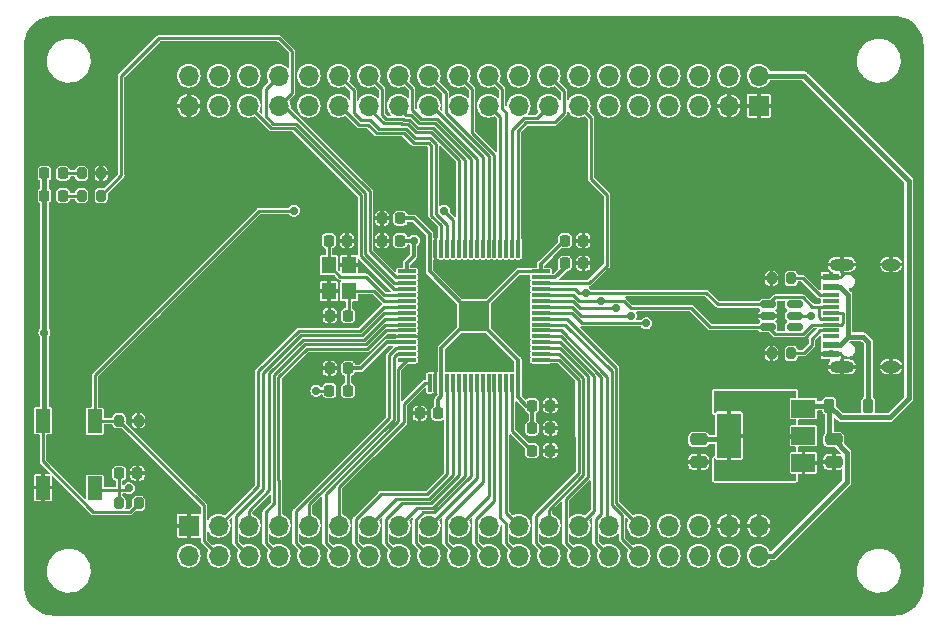
<source format=gbr>
G04 #@! TF.GenerationSoftware,KiCad,Pcbnew,7.0.5+dfsg-2*
G04 #@! TF.CreationDate,2023-07-13T12:51:52+08:00*
G04 #@! TF.ProjectId,mcustm32f405,6d637573-746d-4333-9266-3430352e6b69,a*
G04 #@! TF.SameCoordinates,PX57cf3f8PY8841978*
G04 #@! TF.FileFunction,Copper,L1,Top*
G04 #@! TF.FilePolarity,Positive*
%FSLAX46Y46*%
G04 Gerber Fmt 4.6, Leading zero omitted, Abs format (unit mm)*
G04 Created by KiCad (PCBNEW 7.0.5+dfsg-2) date 2023-07-13 12:51:52*
%MOMM*%
%LPD*%
G01*
G04 APERTURE LIST*
G04 Aperture macros list*
%AMRoundRect*
0 Rectangle with rounded corners*
0 $1 Rounding radius*
0 $2 $3 $4 $5 $6 $7 $8 $9 X,Y pos of 4 corners*
0 Add a 4 corners polygon primitive as box body*
4,1,4,$2,$3,$4,$5,$6,$7,$8,$9,$2,$3,0*
0 Add four circle primitives for the rounded corners*
1,1,$1+$1,$2,$3*
1,1,$1+$1,$4,$5*
1,1,$1+$1,$6,$7*
1,1,$1+$1,$8,$9*
0 Add four rect primitives between the rounded corners*
20,1,$1+$1,$2,$3,$4,$5,0*
20,1,$1+$1,$4,$5,$6,$7,0*
20,1,$1+$1,$6,$7,$8,$9,0*
20,1,$1+$1,$8,$9,$2,$3,0*%
G04 Aperture macros list end*
G04 #@! TA.AperFunction,SMDPad,CuDef*
%ADD10R,1.200000X2.000000*%
G04 #@! TD*
G04 #@! TA.AperFunction,SMDPad,CuDef*
%ADD11RoundRect,0.225000X-0.225000X-0.375000X0.225000X-0.375000X0.225000X0.375000X-0.225000X0.375000X0*%
G04 #@! TD*
G04 #@! TA.AperFunction,SMDPad,CuDef*
%ADD12R,1.450000X0.600000*%
G04 #@! TD*
G04 #@! TA.AperFunction,SMDPad,CuDef*
%ADD13R,1.450000X0.300000*%
G04 #@! TD*
G04 #@! TA.AperFunction,ComponentPad*
%ADD14O,2.100000X1.000000*%
G04 #@! TD*
G04 #@! TA.AperFunction,ComponentPad*
%ADD15O,1.600000X1.000000*%
G04 #@! TD*
G04 #@! TA.AperFunction,SMDPad,CuDef*
%ADD16RoundRect,0.225000X0.225000X0.250000X-0.225000X0.250000X-0.225000X-0.250000X0.225000X-0.250000X0*%
G04 #@! TD*
G04 #@! TA.AperFunction,SMDPad,CuDef*
%ADD17RoundRect,0.225000X-0.225000X-0.250000X0.225000X-0.250000X0.225000X0.250000X-0.225000X0.250000X0*%
G04 #@! TD*
G04 #@! TA.AperFunction,SMDPad,CuDef*
%ADD18R,2.000000X1.500000*%
G04 #@! TD*
G04 #@! TA.AperFunction,SMDPad,CuDef*
%ADD19R,2.000000X3.800000*%
G04 #@! TD*
G04 #@! TA.AperFunction,SMDPad,CuDef*
%ADD20RoundRect,0.250000X-0.475000X0.250000X-0.475000X-0.250000X0.475000X-0.250000X0.475000X0.250000X0*%
G04 #@! TD*
G04 #@! TA.AperFunction,SMDPad,CuDef*
%ADD21RoundRect,0.218750X0.218750X0.256250X-0.218750X0.256250X-0.218750X-0.256250X0.218750X-0.256250X0*%
G04 #@! TD*
G04 #@! TA.AperFunction,SMDPad,CuDef*
%ADD22RoundRect,0.200000X-0.200000X-0.275000X0.200000X-0.275000X0.200000X0.275000X-0.200000X0.275000X0*%
G04 #@! TD*
G04 #@! TA.AperFunction,SMDPad,CuDef*
%ADD23RoundRect,0.150000X-0.512500X-0.150000X0.512500X-0.150000X0.512500X0.150000X-0.512500X0.150000X0*%
G04 #@! TD*
G04 #@! TA.AperFunction,SMDPad,CuDef*
%ADD24RoundRect,0.200000X0.200000X0.275000X-0.200000X0.275000X-0.200000X-0.275000X0.200000X-0.275000X0*%
G04 #@! TD*
G04 #@! TA.AperFunction,SMDPad,CuDef*
%ADD25R,1.200000X1.400000*%
G04 #@! TD*
G04 #@! TA.AperFunction,ComponentPad*
%ADD26R,1.700000X1.700000*%
G04 #@! TD*
G04 #@! TA.AperFunction,ComponentPad*
%ADD27O,1.700000X1.700000*%
G04 #@! TD*
G04 #@! TA.AperFunction,SMDPad,CuDef*
%ADD28RoundRect,0.218750X-0.218750X-0.256250X0.218750X-0.256250X0.218750X0.256250X-0.218750X0.256250X0*%
G04 #@! TD*
G04 #@! TA.AperFunction,SMDPad,CuDef*
%ADD29RoundRect,0.075000X-0.700000X-0.075000X0.700000X-0.075000X0.700000X0.075000X-0.700000X0.075000X0*%
G04 #@! TD*
G04 #@! TA.AperFunction,SMDPad,CuDef*
%ADD30RoundRect,0.075000X-0.075000X-0.700000X0.075000X-0.700000X0.075000X0.700000X-0.075000X0.700000X0*%
G04 #@! TD*
G04 #@! TA.AperFunction,ViaPad*
%ADD31C,0.700000*%
G04 #@! TD*
G04 #@! TA.AperFunction,Conductor*
%ADD32C,0.304800*%
G04 #@! TD*
G04 #@! TA.AperFunction,Conductor*
%ADD33C,0.228600*%
G04 #@! TD*
G04 #@! TA.AperFunction,Conductor*
%ADD34C,0.457200*%
G04 #@! TD*
G04 #@! TA.AperFunction,Conductor*
%ADD35C,0.381000*%
G04 #@! TD*
G04 APERTURE END LIST*
D10*
G04 #@! TO.P,SW1,1,1*
G04 #@! TO.N,GND*
X23835000Y26720000D03*
G04 #@! TO.P,SW1,2,2*
G04 #@! TO.N,NRST*
X28235000Y26670000D03*
G04 #@! TD*
G04 #@! TO.P,SW2,1,1*
G04 #@! TO.N,BO0*
X28235000Y32335000D03*
G04 #@! TO.P,SW2,2,2*
G04 #@! TO.N,+3V3*
X23835000Y32385000D03*
G04 #@! TD*
D11*
G04 #@! TO.P,D1,1,K*
G04 #@! TO.N,+5V*
X90425000Y33655000D03*
G04 #@! TO.P,D1,2,A*
G04 #@! TO.N,VBUS*
X93725000Y33655000D03*
G04 #@! TD*
D12*
G04 #@! TO.P,J1,A1,GND*
G04 #@! TO.N,GND*
X90570000Y38025000D03*
G04 #@! TO.P,J1,A4,VBUS*
G04 #@! TO.N,VBUS*
X90570000Y38825000D03*
D13*
G04 #@! TO.P,J1,A5,CC1*
G04 #@! TO.N,Net-(J1-CC1)*
X90570000Y40025000D03*
G04 #@! TO.P,J1,A6,D+*
G04 #@! TO.N,PA12*
X90570000Y41025000D03*
G04 #@! TO.P,J1,A7,D-*
G04 #@! TO.N,PA11*
X90570000Y41525000D03*
G04 #@! TO.P,J1,A8,SBU1*
G04 #@! TO.N,unconnected-(J1-SBU1-PadA8)*
X90570000Y42525000D03*
D12*
G04 #@! TO.P,J1,A9,VBUS*
G04 #@! TO.N,VBUS*
X90570000Y43725000D03*
G04 #@! TO.P,J1,A12,GND*
G04 #@! TO.N,GND*
X90570000Y44525000D03*
G04 #@! TO.P,J1,B1,GND*
X90570000Y44525000D03*
G04 #@! TO.P,J1,B4,VBUS*
G04 #@! TO.N,VBUS*
X90570000Y43725000D03*
D13*
G04 #@! TO.P,J1,B5,CC2*
G04 #@! TO.N,Net-(J1-CC2)*
X90570000Y43025000D03*
G04 #@! TO.P,J1,B6,D+*
G04 #@! TO.N,PA12*
X90570000Y42025000D03*
G04 #@! TO.P,J1,B7,D-*
G04 #@! TO.N,PA11*
X90570000Y40525000D03*
G04 #@! TO.P,J1,B8,SBU2*
G04 #@! TO.N,unconnected-(J1-SBU2-PadB8)*
X90570000Y39525000D03*
D12*
G04 #@! TO.P,J1,B9,VBUS*
G04 #@! TO.N,VBUS*
X90570000Y38825000D03*
G04 #@! TO.P,J1,B12,GND*
G04 #@! TO.N,GND*
X90570000Y38025000D03*
D14*
G04 #@! TO.P,J1,S1,SHIELD*
X91485000Y36955000D03*
D15*
X95665000Y36955000D03*
D14*
X91485000Y45595000D03*
D15*
X95665000Y45595000D03*
G04 #@! TD*
D16*
G04 #@! TO.P,C5,1*
G04 #@! TO.N,+3V3*
X54115000Y49530000D03*
G04 #@! TO.P,C5,2*
G04 #@! TO.N,GND*
X52565000Y49530000D03*
G04 #@! TD*
D17*
G04 #@! TO.P,C6,1*
G04 #@! TO.N,+3V3*
X68050000Y47625000D03*
G04 #@! TO.P,C6,2*
G04 #@! TO.N,GND*
X69600000Y47625000D03*
G04 #@! TD*
G04 #@! TO.P,C7,1*
G04 #@! TO.N,+3V3*
X65265000Y33655000D03*
G04 #@! TO.P,C7,2*
G04 #@! TO.N,GND*
X66815000Y33655000D03*
G04 #@! TD*
D16*
G04 #@! TO.P,C10,1*
G04 #@! TO.N,+3V3*
X57290000Y33020000D03*
G04 #@! TO.P,C10,2*
G04 #@! TO.N,GND*
X55740000Y33020000D03*
G04 #@! TD*
D18*
G04 #@! TO.P,U1,1,GND*
G04 #@! TO.N,GND*
X88240000Y28815000D03*
G04 #@! TO.P,U1,2,VO*
G04 #@! TO.N,+3V3*
X88240000Y31115000D03*
D19*
X81940000Y31115000D03*
D18*
G04 #@! TO.P,U1,3,VI*
G04 #@! TO.N,+5V*
X88240000Y33415000D03*
G04 #@! TD*
D20*
G04 #@! TO.P,C1,1*
G04 #@! TO.N,+5V*
X90805000Y30795000D03*
G04 #@! TO.P,C1,2*
G04 #@! TO.N,GND*
X90805000Y28895000D03*
G04 #@! TD*
D17*
G04 #@! TO.P,C9,1*
G04 #@! TO.N,NRST*
X30300000Y27940000D03*
G04 #@! TO.P,C9,2*
G04 #@! TO.N,GND*
X31850000Y27940000D03*
G04 #@! TD*
D21*
G04 #@! TO.P,D2,1,K*
G04 #@! TO.N,Net-(D2-K)*
X25552500Y53340000D03*
G04 #@! TO.P,D2,2,A*
G04 #@! TO.N,+3V3*
X23977500Y53340000D03*
G04 #@! TD*
G04 #@! TO.P,D3,1,K*
G04 #@! TO.N,Net-(D3-K)*
X25552500Y51435000D03*
G04 #@! TO.P,D3,2,A*
G04 #@! TO.N,+3V3*
X23977500Y51435000D03*
G04 #@! TD*
D22*
G04 #@! TO.P,R1,1*
G04 #@! TO.N,GND*
X85535000Y38100000D03*
G04 #@! TO.P,R1,2*
G04 #@! TO.N,Net-(J1-CC1)*
X87185000Y38100000D03*
G04 #@! TD*
G04 #@! TO.P,R2,1*
G04 #@! TO.N,GND*
X85535000Y44450000D03*
G04 #@! TO.P,R2,2*
G04 #@! TO.N,Net-(J1-CC2)*
X87185000Y44450000D03*
G04 #@! TD*
G04 #@! TO.P,R5,1*
G04 #@! TO.N,Net-(D2-K)*
X27115000Y53340000D03*
G04 #@! TO.P,R5,2*
G04 #@! TO.N,GND*
X28765000Y53340000D03*
G04 #@! TD*
G04 #@! TO.P,R6,1*
G04 #@! TO.N,Net-(D3-K)*
X27115000Y51435000D03*
G04 #@! TO.P,R6,2*
G04 #@! TO.N,PC13*
X28765000Y51435000D03*
G04 #@! TD*
D17*
G04 #@! TO.P,C11,1*
G04 #@! TO.N,Net-(U3-PH0)*
X48050000Y47625000D03*
G04 #@! TO.P,C11,2*
G04 #@! TO.N,GND*
X49600000Y47625000D03*
G04 #@! TD*
D16*
G04 #@! TO.P,C13,1*
G04 #@! TO.N,Net-(U3-PH1)*
X49670000Y41275000D03*
G04 #@! TO.P,C13,2*
G04 #@! TO.N,GND*
X48120000Y41275000D03*
G04 #@! TD*
D23*
G04 #@! TO.P,U2,1,IO1*
G04 #@! TO.N,PA12*
X85222500Y42225000D03*
G04 #@! TO.P,U2,2,VN*
G04 #@! TO.N,GND*
X85222500Y41275000D03*
G04 #@! TO.P,U2,3,IO2*
G04 #@! TO.N,PA11*
X85222500Y40325000D03*
G04 #@! TO.P,U2,4,IO3*
G04 #@! TO.N,unconnected-(U2-IO3-Pad4)*
X87497500Y40325000D03*
G04 #@! TO.P,U2,5,VP*
G04 #@! TO.N,+3V3*
X87497500Y41275000D03*
G04 #@! TO.P,U2,6,IO4*
G04 #@! TO.N,unconnected-(U2-IO4-Pad6)*
X87497500Y42225000D03*
G04 #@! TD*
D17*
G04 #@! TO.P,C4,1*
G04 #@! TO.N,+3V3*
X65265000Y31750000D03*
G04 #@! TO.P,C4,2*
G04 #@! TO.N,GND*
X66815000Y31750000D03*
G04 #@! TD*
G04 #@! TO.P,C12,1*
G04 #@! TO.N,Net-(U3-VCAP_1)*
X65265000Y29845000D03*
G04 #@! TO.P,C12,2*
G04 #@! TO.N,GND*
X66815000Y29845000D03*
G04 #@! TD*
G04 #@! TO.P,C14,1*
G04 #@! TO.N,Net-(U3-VCAP_2)*
X68050000Y45720000D03*
G04 #@! TO.P,C14,2*
G04 #@! TO.N,GND*
X69600000Y45720000D03*
G04 #@! TD*
D24*
G04 #@! TO.P,R3,1*
G04 #@! TO.N,+3V3*
X31940000Y25400000D03*
G04 #@! TO.P,R3,2*
G04 #@! TO.N,NRST*
X30290000Y25400000D03*
G04 #@! TD*
D22*
G04 #@! TO.P,R4,1*
G04 #@! TO.N,BO0*
X30290000Y32385000D03*
G04 #@! TO.P,R4,2*
G04 #@! TO.N,GND*
X31940000Y32385000D03*
G04 #@! TD*
D25*
G04 #@! TO.P,Y1,1,1*
G04 #@! TO.N,Net-(U3-PH0)*
X48045000Y45550000D03*
G04 #@! TO.P,Y1,2,2*
G04 #@! TO.N,GND*
X48045000Y43350000D03*
G04 #@! TO.P,Y1,3,3*
G04 #@! TO.N,Net-(U3-PH1)*
X49745000Y43350000D03*
G04 #@! TO.P,Y1,4,4*
G04 #@! TO.N,GND*
X49745000Y45550000D03*
G04 #@! TD*
D20*
G04 #@! TO.P,C3,1*
G04 #@! TO.N,+3V3*
X79375000Y30795000D03*
G04 #@! TO.P,C3,2*
G04 #@! TO.N,GND*
X79375000Y28895000D03*
G04 #@! TD*
D16*
G04 #@! TO.P,C8,1*
G04 #@! TO.N,VA*
X49670000Y36830000D03*
G04 #@! TO.P,C8,2*
G04 #@! TO.N,GND*
X48120000Y36830000D03*
G04 #@! TD*
D26*
G04 #@! TO.P,J2,1,GND*
G04 #@! TO.N,GND*
X36195000Y23495000D03*
D27*
G04 #@! TO.P,J2,2,VA*
G04 #@! TO.N,VDDA*
X36195000Y20955000D03*
G04 #@! TO.P,J2,3,NRST*
G04 #@! TO.N,NRST*
X38735000Y23495000D03*
G04 #@! TO.P,J2,4,BO0*
G04 #@! TO.N,BO0*
X38735000Y20955000D03*
G04 #@! TO.P,J2,5,PC1*
G04 #@! TO.N,PC1*
X41275000Y23495000D03*
G04 #@! TO.P,J2,6,PC0*
G04 #@! TO.N,PC0*
X41275000Y20955000D03*
G04 #@! TO.P,J2,7,PC3*
G04 #@! TO.N,PC3*
X43815000Y23495000D03*
G04 #@! TO.P,J2,8,PC2*
G04 #@! TO.N,PC2*
X43815000Y20955000D03*
G04 #@! TO.P,J2,9,PA1*
G04 #@! TO.N,PA1*
X46355000Y23495000D03*
G04 #@! TO.P,J2,10,PA0*
G04 #@! TO.N,PA0*
X46355000Y20955000D03*
G04 #@! TO.P,J2,11,PA3*
G04 #@! TO.N,PA3*
X48895000Y23495000D03*
G04 #@! TO.P,J2,12,PA2*
G04 #@! TO.N,PA2*
X48895000Y20955000D03*
G04 #@! TO.P,J2,13,PA5*
G04 #@! TO.N,PA5*
X51435000Y23495000D03*
G04 #@! TO.P,J2,14,PA4*
G04 #@! TO.N,PA4*
X51435000Y20955000D03*
G04 #@! TO.P,J2,15,PA7*
G04 #@! TO.N,PA7*
X53975000Y23495000D03*
G04 #@! TO.P,J2,16,PA6*
G04 #@! TO.N,PA6*
X53975000Y20955000D03*
G04 #@! TO.P,J2,17,PC5*
G04 #@! TO.N,PC5*
X56515000Y23495000D03*
G04 #@! TO.P,J2,18,PC4*
G04 #@! TO.N,PC4*
X56515000Y20955000D03*
G04 #@! TO.P,J2,19,PB1*
G04 #@! TO.N,PB1*
X59055000Y23495000D03*
G04 #@! TO.P,J2,20,PB0*
G04 #@! TO.N,PB0*
X59055000Y20955000D03*
G04 #@! TO.P,J2,21,U0*
G04 #@! TO.N,unconnected-(J2-U0-Pad21)*
X61595000Y23495000D03*
G04 #@! TO.P,J2,22,PB2*
G04 #@! TO.N,PB2*
X61595000Y20955000D03*
G04 #@! TO.P,J2,23,PB11*
G04 #@! TO.N,PB11*
X64135000Y23495000D03*
G04 #@! TO.P,J2,24,PB10*
G04 #@! TO.N,PB10*
X64135000Y20955000D03*
G04 #@! TO.P,J2,25,PB13*
G04 #@! TO.N,PB13*
X66675000Y23495000D03*
G04 #@! TO.P,J2,26,PB12*
G04 #@! TO.N,PB12*
X66675000Y20955000D03*
G04 #@! TO.P,J2,27,PB15*
G04 #@! TO.N,PB15*
X69215000Y23495000D03*
G04 #@! TO.P,J2,28,PB14*
G04 #@! TO.N,PB14*
X69215000Y20955000D03*
G04 #@! TO.P,J2,29,PC7*
G04 #@! TO.N,PC7*
X71755000Y23495000D03*
G04 #@! TO.P,J2,30,PC6*
G04 #@! TO.N,PC6*
X71755000Y20955000D03*
G04 #@! TO.P,J2,31,PC9*
G04 #@! TO.N,PC9*
X74295000Y23495000D03*
G04 #@! TO.P,J2,32,PC8*
G04 #@! TO.N,PC8*
X74295000Y20955000D03*
G04 #@! TO.P,J2,33,U2*
G04 #@! TO.N,unconnected-(J2-U2-Pad33)*
X76835000Y23495000D03*
G04 #@! TO.P,J2,34,U1*
G04 #@! TO.N,unconnected-(J2-U1-Pad34)*
X76835000Y20955000D03*
G04 #@! TO.P,J2,35,U4*
G04 #@! TO.N,unconnected-(J2-U4-Pad35)*
X79375000Y23495000D03*
G04 #@! TO.P,J2,36,U3*
G04 #@! TO.N,unconnected-(J2-U3-Pad36)*
X79375000Y20955000D03*
G04 #@! TO.P,J2,37,GND*
G04 #@! TO.N,GND*
X81915000Y23495000D03*
G04 #@! TO.P,J2,38,3.3V*
G04 #@! TO.N,+3V3*
X81915000Y20955000D03*
G04 #@! TO.P,J2,39,GND*
G04 #@! TO.N,GND*
X84455000Y23495000D03*
G04 #@! TO.P,J2,40,5V*
G04 #@! TO.N,+5V*
X84455000Y20955000D03*
G04 #@! TD*
D28*
G04 #@! TO.P,FB1,1*
G04 #@! TO.N,VDDA*
X48107500Y34925000D03*
G04 #@! TO.P,FB1,2*
G04 #@! TO.N,VA*
X49682500Y34925000D03*
G04 #@! TD*
D29*
G04 #@! TO.P,U3,1,VBAT*
G04 #@! TO.N,VBAT*
X54650000Y45025000D03*
G04 #@! TO.P,U3,2,PC13*
G04 #@! TO.N,PC13*
X54650000Y44525000D03*
G04 #@! TO.P,U3,3,PC14*
G04 #@! TO.N,PC14*
X54650000Y44025000D03*
G04 #@! TO.P,U3,4,PC15*
G04 #@! TO.N,PC15*
X54650000Y43525000D03*
G04 #@! TO.P,U3,5,PH0*
G04 #@! TO.N,Net-(U3-PH0)*
X54650000Y43025000D03*
G04 #@! TO.P,U3,6,PH1*
G04 #@! TO.N,Net-(U3-PH1)*
X54650000Y42525000D03*
G04 #@! TO.P,U3,7,NRST*
G04 #@! TO.N,NRST*
X54650000Y42025000D03*
G04 #@! TO.P,U3,8,PC0*
G04 #@! TO.N,PC0*
X54650000Y41525000D03*
G04 #@! TO.P,U3,9,PC1*
G04 #@! TO.N,PC1*
X54650000Y41025000D03*
G04 #@! TO.P,U3,10,PC2*
G04 #@! TO.N,PC2*
X54650000Y40525000D03*
G04 #@! TO.P,U3,11,PC3*
G04 #@! TO.N,PC3*
X54650000Y40025000D03*
G04 #@! TO.P,U3,12,VSSA*
G04 #@! TO.N,GND*
X54650000Y39525000D03*
G04 #@! TO.P,U3,13,VDDA*
G04 #@! TO.N,VA*
X54650000Y39025000D03*
G04 #@! TO.P,U3,14,PA0*
G04 #@! TO.N,PA0*
X54650000Y38525000D03*
G04 #@! TO.P,U3,15,PA1*
G04 #@! TO.N,PA1*
X54650000Y38025000D03*
G04 #@! TO.P,U3,16,PA2*
G04 #@! TO.N,PA2*
X54650000Y37525000D03*
D30*
G04 #@! TO.P,U3,17,PA3*
G04 #@! TO.N,PA3*
X56575000Y35600000D03*
G04 #@! TO.P,U3,18,VSS*
G04 #@! TO.N,GND*
X57075000Y35600000D03*
G04 #@! TO.P,U3,19,VDD*
G04 #@! TO.N,+3V3*
X57575000Y35600000D03*
G04 #@! TO.P,U3,20,PA4*
G04 #@! TO.N,PA4*
X58075000Y35600000D03*
G04 #@! TO.P,U3,21,PA5*
G04 #@! TO.N,PA5*
X58575000Y35600000D03*
G04 #@! TO.P,U3,22,PA6*
G04 #@! TO.N,PA6*
X59075000Y35600000D03*
G04 #@! TO.P,U3,23,PA7*
G04 #@! TO.N,PA7*
X59575000Y35600000D03*
G04 #@! TO.P,U3,24,PC4*
G04 #@! TO.N,PC4*
X60075000Y35600000D03*
G04 #@! TO.P,U3,25,PC5*
G04 #@! TO.N,PC5*
X60575000Y35600000D03*
G04 #@! TO.P,U3,26,PB0*
G04 #@! TO.N,PB0*
X61075000Y35600000D03*
G04 #@! TO.P,U3,27,PB1*
G04 #@! TO.N,PB1*
X61575000Y35600000D03*
G04 #@! TO.P,U3,28,PB2*
G04 #@! TO.N,PB2*
X62075000Y35600000D03*
G04 #@! TO.P,U3,29,PB10*
G04 #@! TO.N,PB10*
X62575000Y35600000D03*
G04 #@! TO.P,U3,30,PB11*
G04 #@! TO.N,PB11*
X63075000Y35600000D03*
G04 #@! TO.P,U3,31,VCAP_1*
G04 #@! TO.N,Net-(U3-VCAP_1)*
X63575000Y35600000D03*
G04 #@! TO.P,U3,32,VDD*
G04 #@! TO.N,+3V3*
X64075000Y35600000D03*
D29*
G04 #@! TO.P,U3,33,PB12*
G04 #@! TO.N,PB12*
X66000000Y37525000D03*
G04 #@! TO.P,U3,34,PB13*
G04 #@! TO.N,PB13*
X66000000Y38025000D03*
G04 #@! TO.P,U3,35,PB14*
G04 #@! TO.N,PB14*
X66000000Y38525000D03*
G04 #@! TO.P,U3,36,PB15*
G04 #@! TO.N,PB15*
X66000000Y39025000D03*
G04 #@! TO.P,U3,37,PC6*
G04 #@! TO.N,PC6*
X66000000Y39525000D03*
G04 #@! TO.P,U3,38,PC7*
G04 #@! TO.N,PC7*
X66000000Y40025000D03*
G04 #@! TO.P,U3,39,PC8*
G04 #@! TO.N,PC8*
X66000000Y40525000D03*
G04 #@! TO.P,U3,40,PC9*
G04 #@! TO.N,PC9*
X66000000Y41025000D03*
G04 #@! TO.P,U3,41,PA8*
G04 #@! TO.N,PA8*
X66000000Y41525000D03*
G04 #@! TO.P,U3,42,PA9*
G04 #@! TO.N,PA9*
X66000000Y42025000D03*
G04 #@! TO.P,U3,43,PA10*
G04 #@! TO.N,PA10*
X66000000Y42525000D03*
G04 #@! TO.P,U3,44,PA11*
G04 #@! TO.N,PA11*
X66000000Y43025000D03*
G04 #@! TO.P,U3,45,PA12*
G04 #@! TO.N,PA12*
X66000000Y43525000D03*
G04 #@! TO.P,U3,46,PA13*
G04 #@! TO.N,PA13*
X66000000Y44025000D03*
G04 #@! TO.P,U3,47,VCAP_2*
G04 #@! TO.N,Net-(U3-VCAP_2)*
X66000000Y44525000D03*
G04 #@! TO.P,U3,48,VDD*
G04 #@! TO.N,+3V3*
X66000000Y45025000D03*
D30*
G04 #@! TO.P,U3,49,PA14*
G04 #@! TO.N,PA14*
X64075000Y46950000D03*
G04 #@! TO.P,U3,50,PA15*
G04 #@! TO.N,PA15*
X63575000Y46950000D03*
G04 #@! TO.P,U3,51,PC10*
G04 #@! TO.N,PC10*
X63075000Y46950000D03*
G04 #@! TO.P,U3,52,PC11*
G04 #@! TO.N,PC11*
X62575000Y46950000D03*
G04 #@! TO.P,U3,53,PC12*
G04 #@! TO.N,PC12*
X62075000Y46950000D03*
G04 #@! TO.P,U3,54,PD2*
G04 #@! TO.N,PD2*
X61575000Y46950000D03*
G04 #@! TO.P,U3,55,PB3*
G04 #@! TO.N,PB3*
X61075000Y46950000D03*
G04 #@! TO.P,U3,56,PB4*
G04 #@! TO.N,PB4*
X60575000Y46950000D03*
G04 #@! TO.P,U3,57,PB5*
G04 #@! TO.N,PB5*
X60075000Y46950000D03*
G04 #@! TO.P,U3,58,PB6*
G04 #@! TO.N,PB6*
X59575000Y46950000D03*
G04 #@! TO.P,U3,59,PB7*
G04 #@! TO.N,PB7*
X59075000Y46950000D03*
G04 #@! TO.P,U3,60,BOOT0*
G04 #@! TO.N,BO0*
X58575000Y46950000D03*
G04 #@! TO.P,U3,61,PB8*
G04 #@! TO.N,PB8*
X58075000Y46950000D03*
G04 #@! TO.P,U3,62,PB9*
G04 #@! TO.N,PB9*
X57575000Y46950000D03*
G04 #@! TO.P,U3,63,VSS*
G04 #@! TO.N,GND*
X57075000Y46950000D03*
G04 #@! TO.P,U3,64,VDD*
G04 #@! TO.N,+3V3*
X56575000Y46950000D03*
G04 #@! TD*
D26*
G04 #@! TO.P,J3,1,GND*
G04 #@! TO.N,GND*
X84455000Y59055000D03*
D27*
G04 #@! TO.P,J3,2,5V*
G04 #@! TO.N,+5V*
X84455000Y61595000D03*
G04 #@! TO.P,J3,3,GND*
G04 #@! TO.N,GND*
X81915000Y59055000D03*
G04 #@! TO.P,J3,4,3.3V*
G04 #@! TO.N,+3V3*
X81915000Y61595000D03*
G04 #@! TO.P,J3,5,U16*
G04 #@! TO.N,unconnected-(J3-U16-Pad5)*
X79375000Y59055000D03*
G04 #@! TO.P,J3,6,U15*
G04 #@! TO.N,unconnected-(J3-U15-Pad6)*
X79375000Y61595000D03*
G04 #@! TO.P,J3,7,U14*
G04 #@! TO.N,unconnected-(J3-U14-Pad7)*
X76835000Y59055000D03*
G04 #@! TO.P,J3,8,U13*
G04 #@! TO.N,unconnected-(J3-U13-Pad8)*
X76835000Y61595000D03*
G04 #@! TO.P,J3,9,PA9*
G04 #@! TO.N,PA9*
X74295000Y59055000D03*
G04 #@! TO.P,J3,10,PA8*
G04 #@! TO.N,PA8*
X74295000Y61595000D03*
G04 #@! TO.P,J3,11,PA11*
G04 #@! TO.N,PA11*
X71755000Y59055000D03*
G04 #@! TO.P,J3,12,PA10*
G04 #@! TO.N,PA10*
X71755000Y61595000D03*
G04 #@! TO.P,J3,13,PA13*
G04 #@! TO.N,PA13*
X69215000Y59055000D03*
G04 #@! TO.P,J3,14,PA12*
G04 #@! TO.N,PA12*
X69215000Y61595000D03*
G04 #@! TO.P,J3,15,PA15*
G04 #@! TO.N,PA15*
X66675000Y59055000D03*
G04 #@! TO.P,J3,16,PA14*
G04 #@! TO.N,PA14*
X66675000Y61595000D03*
G04 #@! TO.P,J3,17,U12*
G04 #@! TO.N,unconnected-(J3-U12-Pad17)*
X64135000Y59055000D03*
G04 #@! TO.P,J3,18,U11*
G04 #@! TO.N,unconnected-(J3-U11-Pad18)*
X64135000Y61595000D03*
G04 #@! TO.P,J3,19,PC11*
G04 #@! TO.N,PC11*
X61595000Y59055000D03*
G04 #@! TO.P,J3,20,PC10*
G04 #@! TO.N,PC10*
X61595000Y61595000D03*
G04 #@! TO.P,J3,21,U8*
G04 #@! TO.N,unconnected-(J3-U8-Pad21)*
X59055000Y59055000D03*
G04 #@! TO.P,J3,22,PC12*
G04 #@! TO.N,PC12*
X59055000Y61595000D03*
G04 #@! TO.P,J3,23,23*
G04 #@! TO.N,PB3*
X56515000Y59055000D03*
G04 #@! TO.P,J3,24,PD2*
G04 #@! TO.N,PD2*
X56515000Y61595000D03*
G04 #@! TO.P,J3,25,PB5*
G04 #@! TO.N,PB5*
X53975000Y59055000D03*
G04 #@! TO.P,J3,26,PB4*
G04 #@! TO.N,PB4*
X53975000Y61595000D03*
G04 #@! TO.P,J3,27,PB7*
G04 #@! TO.N,PB7*
X51435000Y59055000D03*
G04 #@! TO.P,J3,28,PB6*
G04 #@! TO.N,PB6*
X51435000Y61595000D03*
G04 #@! TO.P,J3,29,PB9*
G04 #@! TO.N,PB9*
X48895000Y59055000D03*
G04 #@! TO.P,J3,30,PB8*
G04 #@! TO.N,PB8*
X48895000Y61595000D03*
G04 #@! TO.P,J3,31,U10*
G04 #@! TO.N,unconnected-(J3-U10-Pad31)*
X46355000Y59055000D03*
G04 #@! TO.P,J3,32,U9*
G04 #@! TO.N,unconnected-(J3-U9-Pad32)*
X46355000Y61595000D03*
G04 #@! TO.P,J3,33,PC13*
G04 #@! TO.N,PC13*
X43815000Y59055000D03*
G04 #@! TO.P,J3,34,PC14*
G04 #@! TO.N,PC14*
X43815000Y61595000D03*
G04 #@! TO.P,J3,35,PC15*
G04 #@! TO.N,PC15*
X41275000Y59055000D03*
G04 #@! TO.P,J3,36,U7*
G04 #@! TO.N,unconnected-(J3-U7-Pad36)*
X41275000Y61595000D03*
G04 #@! TO.P,J3,37,U6*
G04 #@! TO.N,unconnected-(J3-U6-Pad37)*
X38735000Y59055000D03*
G04 #@! TO.P,J3,38,U5*
G04 #@! TO.N,unconnected-(J3-U5-Pad38)*
X38735000Y61595000D03*
G04 #@! TO.P,J3,39,GND*
G04 #@! TO.N,GND*
X36195000Y59055000D03*
G04 #@! TO.P,J3,40,VB*
G04 #@! TO.N,VBAT*
X36195000Y61595000D03*
G04 #@! TD*
D16*
G04 #@! TO.P,C2,1*
G04 #@! TO.N,VBAT*
X54115000Y47625000D03*
G04 #@! TO.P,C2,2*
G04 #@! TO.N,GND*
X52565000Y47625000D03*
G04 #@! TD*
D31*
G04 #@! TO.N,+3V3*
X86360000Y33020000D03*
X85090000Y33020000D03*
X83820000Y33020000D03*
X83820000Y29210000D03*
X85090000Y29210000D03*
X86360000Y29210000D03*
X59690000Y41910000D03*
X88900000Y41275000D03*
X83820000Y31115000D03*
X23977500Y39852500D03*
X60960000Y41910000D03*
X85090000Y31115000D03*
X59690000Y40640000D03*
X86360000Y31115000D03*
X60960000Y40640000D03*
G04 #@! TO.N,GND*
X67310000Y36195000D03*
X64135000Y28575000D03*
X69215000Y25400000D03*
X61595000Y57150000D03*
X65325000Y51775000D03*
X56515000Y38735000D03*
X60325000Y39370000D03*
X60325000Y45085000D03*
X83820000Y41275000D03*
X80645000Y43815000D03*
X55245000Y36195000D03*
X62230000Y41275000D03*
X65405000Y55245000D03*
X58420000Y41275000D03*
X80645000Y38100000D03*
X65405000Y46355000D03*
X56515000Y41275000D03*
X46990000Y36830000D03*
X57785000Y51435000D03*
X55880000Y31750000D03*
X77470000Y41275000D03*
X60325000Y43180000D03*
X53340000Y50800000D03*
G04 #@! TO.N,PA12*
X69850000Y43180000D03*
G04 #@! TO.N,PA11*
X71120000Y42545000D03*
G04 #@! TO.N,PA10*
X72390000Y41910000D03*
G04 #@! TO.N,PA9*
X73660000Y41275000D03*
G04 #@! TO.N,PA8*
X74930000Y40640000D03*
G04 #@! TO.N,NRST*
X31115000Y26670000D03*
G04 #@! TO.N,BO0*
X57785000Y50165000D03*
X45085000Y50165000D03*
G04 #@! TO.N,VBAT*
X55245000Y47625000D03*
G04 #@! TO.N,VDDA*
X46990000Y34925000D03*
G04 #@! TD*
D32*
G04 #@! TO.N,+3V3*
X60960000Y40640000D02*
X64075000Y37525000D01*
X64075000Y37525000D02*
X64075000Y35600000D01*
X56575000Y45025000D02*
X56575000Y46950000D01*
X64770000Y33655000D02*
X64135000Y34290000D01*
X64075000Y34350000D02*
X64075000Y35600000D01*
D33*
X23835000Y32385000D02*
X23835000Y28936600D01*
X64075000Y34350000D02*
X64135000Y34290000D01*
X87460000Y41275000D02*
X88900000Y41275000D01*
D34*
X59690000Y41910000D02*
X60960000Y41910000D01*
D33*
X66000000Y45025000D02*
X64075000Y45025000D01*
D32*
X57290000Y34150000D02*
X57290000Y33020000D01*
D33*
X23835000Y28936600D02*
X28113300Y24658300D01*
D32*
X65265000Y33655000D02*
X64770000Y33655000D01*
D33*
X28113300Y24658300D02*
X31198300Y24658300D01*
D32*
X59690000Y41910000D02*
X56575000Y45025000D01*
X57575000Y35600000D02*
X57575000Y34435000D01*
D34*
X59690000Y40640000D02*
X59690000Y41910000D01*
D32*
X57575000Y34435000D02*
X57290000Y34150000D01*
D34*
X23977500Y53340000D02*
X23977500Y32527500D01*
D32*
X57575000Y38525000D02*
X59690000Y40640000D01*
X65265000Y33655000D02*
X65265000Y31750000D01*
X66000000Y45025000D02*
X66000000Y45680000D01*
D33*
X64075000Y45025000D02*
X60960000Y41910000D01*
X31198300Y24658300D02*
X31940000Y25400000D01*
D32*
X55245000Y49530000D02*
X54115000Y49530000D01*
X56575000Y46950000D02*
X56575000Y48200000D01*
D34*
X60960000Y41910000D02*
X60960000Y40640000D01*
X79375000Y30795000D02*
X81620000Y30795000D01*
D32*
X57575000Y35600000D02*
X57575000Y38525000D01*
D34*
X60960000Y40640000D02*
X59690000Y40640000D01*
X86360000Y31115000D02*
X88240000Y31115000D01*
D32*
X66000000Y45680000D02*
X67945000Y47625000D01*
X56575000Y48200000D02*
X55245000Y49530000D01*
D33*
G04 #@! TO.N,PB9*
X52114999Y56725001D02*
X54399999Y56725001D01*
X55245000Y55880000D02*
X56515000Y55880000D01*
X56741725Y49756725D02*
X57575000Y48923450D01*
X56515000Y55880000D02*
X56741725Y55653275D01*
X51405000Y57435000D02*
X52114999Y56725001D01*
X56741725Y55653275D02*
X56741725Y49756725D01*
X54399999Y56725001D02*
X55245000Y55880000D01*
X57575000Y48923450D02*
X57575000Y46950000D01*
X50645000Y57435000D02*
X51405000Y57435000D01*
X49025000Y59055000D02*
X50645000Y57435000D01*
G04 #@! TO.N,PB8*
X50140581Y60349419D02*
X48895000Y61595000D01*
X58075000Y48962280D02*
X57122736Y49914544D01*
X58075000Y46950000D02*
X58075000Y48962280D01*
X53922098Y57106012D02*
X52272818Y57106012D01*
X52272818Y57106012D02*
X51562819Y57816011D01*
X55307101Y56356009D02*
X54557608Y57105502D01*
X51562819Y57816011D02*
X50802819Y57816011D01*
X50802819Y57816011D02*
X50140581Y58478249D01*
X54557608Y57105502D02*
X53922608Y57105502D01*
X50140581Y58478249D02*
X50140581Y60349419D01*
X57122736Y49914544D02*
X57122736Y55811094D01*
X57122736Y55811094D02*
X56577821Y56356009D01*
X53922608Y57105502D02*
X53922098Y57106012D01*
X56577821Y56356009D02*
X55307101Y56356009D01*
G04 #@! TO.N,PB7*
X56719184Y56795266D02*
X55405954Y56795266D01*
X59075000Y54439450D02*
X56719184Y56795266D01*
X54202711Y57557289D02*
X52680371Y57557289D01*
X59075000Y46950000D02*
X59075000Y54439450D01*
X54273997Y57486003D02*
X54202711Y57557289D01*
X52680371Y57557289D02*
X51435000Y58802660D01*
X54715217Y57486003D02*
X54273997Y57486003D01*
X55405954Y56795266D02*
X54715217Y57486003D01*
G04 #@! TO.N,PB6*
X54432326Y57866504D02*
X54360530Y57938300D01*
X52551701Y58284789D02*
X52551701Y60478299D01*
X54360530Y57938300D02*
X52898190Y57938300D01*
X59575000Y46950000D02*
X59575000Y54477560D01*
X54872826Y57866504D02*
X54432326Y57866504D01*
X59575000Y54477560D02*
X56876283Y57176277D01*
X56876283Y57176277D02*
X55563053Y57176277D01*
X52551701Y60478299D02*
X51435000Y61595000D01*
X55563053Y57176277D02*
X54872826Y57866504D01*
X52898190Y57938300D02*
X52551701Y58284789D01*
G04 #@! TO.N,PB5*
X55720152Y57557288D02*
X55030435Y58247005D01*
X60075000Y46950000D02*
X60075000Y54515670D01*
X55030435Y58247005D02*
X54590655Y58247005D01*
X60075000Y54515670D02*
X57033382Y57557288D01*
X57033382Y57557288D02*
X55720152Y57557288D01*
X54590655Y58247005D02*
X53975000Y58862660D01*
G04 #@! TO.N,PB4*
X57190481Y57938299D02*
X60575000Y54553780D01*
X55091701Y58723849D02*
X55877251Y57938299D01*
X60575000Y54553780D02*
X60575000Y46950000D01*
X53975000Y61595000D02*
X55091701Y60478299D01*
X55877251Y57938299D02*
X57190481Y57938299D01*
X55091701Y60478299D02*
X55091701Y58723849D01*
G04 #@! TO.N,PB3*
X59685821Y56134499D02*
X56765320Y59055000D01*
X61075000Y46950000D02*
X61075000Y54746040D01*
X59686541Y56134499D02*
X59685821Y56134499D01*
X61075000Y54746040D02*
X59686541Y56134499D01*
G04 #@! TO.N,PD2*
X57938299Y58420851D02*
X61575000Y54784150D01*
X56515000Y61595000D02*
X57938299Y60171701D01*
X61575000Y54784150D02*
X61575000Y46950000D01*
X57938299Y60171701D02*
X57938299Y58420851D01*
G04 #@! TO.N,PC12*
X62075000Y54855000D02*
X62075000Y46950000D01*
X60171701Y56758299D02*
X62075000Y54855000D01*
X60171701Y60478299D02*
X60171701Y56758299D01*
X59055000Y61595000D02*
X60171701Y60478299D01*
G04 #@! TO.N,PC11*
X62575000Y46950000D02*
X62575000Y58075000D01*
X62575000Y58075000D02*
X61595000Y59055000D01*
G04 #@! TO.N,PC10*
X62711701Y60478299D02*
X61595000Y61595000D01*
X63075000Y58462282D02*
X62711701Y58825581D01*
X62711701Y58825581D02*
X62711701Y60478299D01*
X63075000Y46950000D02*
X63075000Y58462282D01*
G04 #@! TO.N,PA15*
X63575000Y56993830D02*
X64597181Y58016011D01*
X63575000Y46950000D02*
X63575000Y56993830D01*
X64597181Y58016011D02*
X65636011Y58016011D01*
X65636011Y58016011D02*
X66675000Y59055000D01*
G04 #@! TO.N,PA14*
X64075000Y46950000D02*
X64075000Y56955000D01*
X64755000Y57635000D02*
X67160000Y57635000D01*
X67945000Y58420000D02*
X67945000Y60325000D01*
X64075000Y56955000D02*
X64755000Y57635000D01*
X67945000Y60325000D02*
X66675000Y61595000D01*
X67160000Y57635000D02*
X67945000Y58420000D01*
G04 #@! TO.N,PA13*
X70231009Y52868991D02*
X70231009Y58038991D01*
X66000000Y44025000D02*
X70075000Y44025000D01*
X71575000Y45525000D02*
X71575000Y51525000D01*
X70231009Y58038991D02*
X69215000Y59055000D01*
X71575000Y51525000D02*
X70231009Y52868991D01*
X70075000Y44025000D02*
X71575000Y45525000D01*
G04 #@! TO.N,PA12*
X90570000Y42025000D02*
X89616400Y42025000D01*
X66000000Y43525000D02*
X68925000Y43525000D01*
X80010000Y43180000D02*
X69850000Y43180000D01*
X88995062Y42025000D02*
X88203361Y42816701D01*
X69270000Y43180000D02*
X68925000Y43525000D01*
X89616400Y42025000D02*
X89578299Y41986899D01*
X85851701Y42816701D02*
X85260000Y42225000D01*
X85222500Y42225000D02*
X80965000Y42225000D01*
X89578299Y41161639D02*
X89714938Y41025000D01*
X80965000Y42225000D02*
X80010000Y43180000D01*
X90570000Y42025000D02*
X88995062Y42025000D01*
X89714938Y41025000D02*
X90570000Y41025000D01*
X89578299Y41986899D02*
X89578299Y41161639D01*
X69850000Y43180000D02*
X69270000Y43180000D01*
X88203361Y42816701D02*
X85851701Y42816701D01*
G04 #@! TO.N,PA11*
X91561701Y40661639D02*
X91425062Y40525000D01*
X91561701Y41486899D02*
X91561701Y40661639D01*
X90570000Y40525000D02*
X88995062Y40525000D01*
X80325000Y40325000D02*
X78740000Y41910000D01*
X85851701Y39733299D02*
X85260000Y40325000D01*
X90570000Y41525000D02*
X91523600Y41525000D01*
X78740000Y41910000D02*
X73660000Y41910000D01*
X88203361Y39733299D02*
X85851701Y39733299D01*
X73025000Y42545000D02*
X69215000Y42545000D01*
X68735000Y43025000D02*
X66000000Y43025000D01*
X85260000Y40325000D02*
X80325000Y40325000D01*
X91523600Y41525000D02*
X91561701Y41486899D01*
X69215000Y42545000D02*
X68735000Y43025000D01*
X91425062Y40525000D02*
X90570000Y40525000D01*
X73660000Y41910000D02*
X73025000Y42545000D01*
X88995062Y40525000D02*
X88203361Y39733299D01*
G04 #@! TO.N,PA10*
X69311170Y41910000D02*
X72390000Y41910000D01*
X68696170Y42525000D02*
X69311170Y41910000D01*
X66000000Y42525000D02*
X68696170Y42525000D01*
G04 #@! TO.N,PA9*
X66000000Y42025000D02*
X68657340Y42025000D01*
X69407340Y41275000D02*
X73660000Y41275000D01*
X68657340Y42025000D02*
X69407340Y41275000D01*
G04 #@! TO.N,PA8*
X69503510Y40640000D02*
X74930000Y40640000D01*
X66000000Y41525000D02*
X68618510Y41525000D01*
X68618510Y41525000D02*
X69503510Y40640000D01*
G04 #@! TO.N,PC9*
X72390000Y36830000D02*
X72390000Y25400000D01*
X66000000Y41025000D02*
X68195000Y41025000D01*
X72390000Y25400000D02*
X74295000Y23495000D01*
X68195000Y41025000D02*
X72390000Y36830000D01*
G04 #@! TO.N,PC8*
X66000000Y40525000D02*
X68060000Y40525000D01*
X68060000Y40525000D02*
X72008989Y36576011D01*
X72008989Y25242181D02*
X72871701Y24379469D01*
X72871701Y22378299D02*
X74295000Y20955000D01*
X72008989Y36576011D02*
X72008989Y25242181D01*
X72871701Y24379469D02*
X72871701Y22378299D01*
G04 #@! TO.N,PC7*
X71627978Y36118890D02*
X71627978Y23622022D01*
X67721868Y40025000D02*
X71627978Y36118890D01*
X66000000Y40025000D02*
X67721868Y40025000D01*
G04 #@! TO.N,PC6*
X70638299Y24031017D02*
X70638299Y22071701D01*
X71120000Y36088038D02*
X71120000Y24512718D01*
X66000000Y39525000D02*
X67683038Y39525000D01*
X70638299Y22071701D02*
X71755000Y20955000D01*
X67683038Y39525000D02*
X71120000Y36088038D01*
X71120000Y24512718D02*
X70638299Y24031017D01*
G04 #@! TO.N,PB15*
X70474206Y24754206D02*
X69215000Y23495000D01*
X67644206Y39025000D02*
X70474206Y36195000D01*
X66000000Y39025000D02*
X67644206Y39025000D01*
X70474206Y36195000D02*
X70474206Y24754206D01*
G04 #@! TO.N,PB14*
X69976002Y36154374D02*
X69976002Y27624782D01*
X66000000Y38525000D02*
X67605376Y38525000D01*
X68098299Y22071701D02*
X69215000Y20955000D01*
X67605376Y38525000D02*
X69976002Y36154374D01*
X69976002Y27624782D02*
X68098299Y25747079D01*
X68098299Y25747079D02*
X68098299Y22071701D01*
G04 #@! TO.N,PB13*
X69595501Y35996045D02*
X69595501Y27782391D01*
X66675000Y24861890D02*
X66675000Y23495000D01*
X66000000Y38025000D02*
X67566546Y38025000D01*
X67566546Y38025000D02*
X69595501Y35996045D01*
X69595501Y27782391D02*
X66675000Y24861890D01*
G04 #@! TO.N,PB12*
X65558299Y22071701D02*
X66675000Y20955000D01*
X67527717Y37525000D02*
X69196701Y35856015D01*
X69215000Y31078402D02*
X69215000Y27940000D01*
X69196701Y31096701D02*
X69215000Y31078402D01*
X65558299Y24283299D02*
X65558299Y22071701D01*
X66000000Y37525000D02*
X67527717Y37525000D01*
X69196701Y35856015D02*
X69196701Y31096701D01*
X69215000Y27940000D02*
X65558299Y24283299D01*
G04 #@! TO.N,PB11*
X63075000Y24555000D02*
X64135000Y23495000D01*
X63075000Y35600000D02*
X63075000Y24555000D01*
G04 #@! TO.N,PB10*
X62575000Y24167718D02*
X63018299Y23724419D01*
X62575000Y35600000D02*
X62575000Y24167718D01*
X63018299Y22071701D02*
X64135000Y20955000D01*
X63018299Y23724419D02*
X63018299Y22071701D01*
G04 #@! TO.N,PB2*
X62075000Y35600000D02*
X62075000Y25627718D01*
X62075000Y25627718D02*
X60478299Y24031017D01*
X60478299Y24031017D02*
X60478299Y22071701D01*
X60478299Y22071701D02*
X61595000Y20955000D01*
G04 #@! TO.N,PB1*
X61575000Y35600000D02*
X61575000Y26015000D01*
X61575000Y26015000D02*
X59055000Y23495000D01*
G04 #@! TO.N,PB0*
X57938299Y22071701D02*
X59055000Y20955000D01*
X61075000Y27167718D02*
X57938299Y24031017D01*
X57938299Y24031017D02*
X57938299Y22071701D01*
X61075000Y35600000D02*
X61075000Y27167718D01*
G04 #@! TO.N,PC5*
X60575000Y35600000D02*
X60575000Y27555000D01*
X60575000Y27555000D02*
X56515000Y23495000D01*
G04 #@! TO.N,PC4*
X56030436Y24617996D02*
X55398299Y23985859D01*
X55398299Y23985859D02*
X55398299Y22071701D01*
X60075000Y27702560D02*
X56990436Y24617996D01*
X60075000Y35600000D02*
X60075000Y27702560D01*
X55398299Y22071701D02*
X56515000Y20955000D01*
X56990436Y24617996D02*
X56030436Y24617996D01*
G04 #@! TO.N,PA7*
X59575000Y27740670D02*
X56832827Y24998497D01*
X55478497Y24998497D02*
X53975000Y23495000D01*
X59575000Y35600000D02*
X59575000Y27740670D01*
X56832827Y24998497D02*
X55478497Y24998497D01*
G04 #@! TO.N,PA6*
X54206280Y25378998D02*
X52858299Y24031017D01*
X56675218Y25378998D02*
X54206280Y25378998D01*
X59075000Y35600000D02*
X59075000Y27778780D01*
X59075000Y27778780D02*
X56675218Y25378998D01*
X52858299Y22071701D02*
X53975000Y20955000D01*
X52858299Y24031017D02*
X52858299Y22071701D01*
G04 #@! TO.N,PA5*
X58575000Y35600000D02*
X58575000Y27816890D01*
X56517609Y25759499D02*
X53699499Y25759499D01*
X53699499Y25759499D02*
X51435000Y23495000D01*
X58575000Y27816890D02*
X56517609Y25759499D01*
G04 #@! TO.N,PA4*
X58075000Y27855000D02*
X56360000Y26140000D01*
X50318299Y22071701D02*
X51435000Y20955000D01*
X50318299Y24031017D02*
X50318299Y22071701D01*
X56360000Y26140000D02*
X52427282Y26140000D01*
X58075000Y35600000D02*
X58075000Y27855000D01*
X52427282Y26140000D02*
X50318299Y24031017D01*
G04 #@! TO.N,PA3*
X54400000Y32240000D02*
X54400000Y33810000D01*
X54400000Y33810000D02*
X56190000Y35600000D01*
X48895000Y26735000D02*
X54400000Y32240000D01*
X56190000Y35600000D02*
X56575000Y35600000D01*
X48895000Y23495000D02*
X48895000Y26735000D01*
G04 #@! TO.N,PA2*
X54650000Y37525000D02*
X53911145Y36786145D01*
X53911145Y36786145D02*
X53911145Y32321145D01*
X47778299Y26188299D02*
X47778299Y22071701D01*
X53911145Y32321145D02*
X47778299Y26188299D01*
X47778299Y22071701D02*
X48895000Y20955000D01*
G04 #@! TO.N,PA1*
X46355000Y25304550D02*
X46355000Y23495000D01*
X53807980Y38025000D02*
X53530644Y37747664D01*
X53530644Y37747664D02*
X53530644Y32480194D01*
X54650000Y38025000D02*
X53807980Y38025000D01*
X53530644Y32480194D02*
X46355000Y25304550D01*
G04 #@! TO.N,PA0*
X53150143Y32637803D02*
X45238299Y24725959D01*
X54650000Y38525000D02*
X53769150Y38525000D01*
X53769150Y38525000D02*
X53150143Y37905993D01*
X53150143Y37905993D02*
X53150143Y32637803D01*
X45238299Y24725959D02*
X45238299Y22071701D01*
X45238299Y22071701D02*
X46355000Y20955000D01*
G04 #@! TO.N,PC3*
X46180501Y38480501D02*
X43780501Y36080501D01*
X52867440Y40025000D02*
X51322941Y38480501D01*
X43780501Y36080501D02*
X43780501Y27389499D01*
X51322941Y38480501D02*
X46180501Y38480501D01*
X54650000Y40025000D02*
X52867440Y40025000D01*
X43815000Y27355000D02*
X43815000Y23495000D01*
X43780501Y27389499D02*
X43815000Y27355000D01*
G04 #@! TO.N,PC2*
X42698299Y24660189D02*
X42698299Y22071701D01*
X43400000Y25718110D02*
X43420501Y25697609D01*
X43420501Y25697609D02*
X43420501Y25382391D01*
X54650000Y40525000D02*
X52829330Y40525000D01*
X43400000Y36251890D02*
X43400000Y25718110D01*
X43420501Y25382391D02*
X42698299Y24660189D01*
X42698299Y22071701D02*
X43815000Y20955000D01*
X51165332Y38861002D02*
X46009112Y38861002D01*
X52829330Y40525000D02*
X51165332Y38861002D01*
X46009112Y38861002D02*
X43400000Y36251890D01*
G04 #@! TO.N,PC1*
X51007723Y39241503D02*
X45851503Y39241503D01*
X41275000Y24776890D02*
X41275000Y23495000D01*
X52791220Y41025000D02*
X51007723Y39241503D01*
X43000501Y36390501D02*
X43000501Y26502391D01*
X43000501Y26502391D02*
X41275000Y24776890D01*
X45851503Y39241503D02*
X43000501Y36390501D01*
X54650000Y41025000D02*
X52791220Y41025000D01*
G04 #@! TO.N,PC0*
X52753110Y41525000D02*
X50850114Y39622004D01*
X42510000Y36450000D02*
X42510000Y26630000D01*
X45682004Y39622004D02*
X42510000Y36450000D01*
X54650000Y41525000D02*
X52753110Y41525000D01*
X50850114Y39622004D02*
X45682004Y39622004D01*
X40158300Y24278300D02*
X40158300Y22071700D01*
X40158300Y22071700D02*
X41275000Y20955000D01*
X42510000Y26630000D02*
X40158300Y24278300D01*
G04 #@! TO.N,NRST*
X42080000Y36560000D02*
X45522505Y40002505D01*
X30300000Y26490000D02*
X28415000Y26490000D01*
X30300000Y26490000D02*
X30935000Y26490000D01*
X30935000Y26490000D02*
X31115000Y26670000D01*
X38735000Y23495000D02*
X42080000Y26840000D01*
X30300000Y26490000D02*
X30300000Y25410000D01*
X42080000Y26840000D02*
X42080000Y36560000D01*
X45522505Y40002505D02*
X50692505Y40002505D01*
X50692505Y40002505D02*
X52715000Y42025000D01*
X30300000Y27940000D02*
X30300000Y26490000D01*
X52715000Y42025000D02*
X54650000Y42025000D01*
G04 #@! TO.N,PC15*
X50757311Y51477689D02*
X50757311Y46312311D01*
X41275000Y59055000D02*
X43180000Y57150000D01*
X53544622Y43525000D02*
X54650000Y43525000D01*
X45085000Y57150000D02*
X50757311Y51477689D01*
X50757311Y46312311D02*
X53544622Y43525000D01*
X43180000Y57150000D02*
X45085000Y57150000D01*
G04 #@! TO.N,PC14*
X42698299Y58169811D02*
X42698299Y60478299D01*
X51137812Y51635298D02*
X45242609Y57530501D01*
X53583452Y44025000D02*
X51137812Y46470640D01*
X43337609Y57530501D02*
X42698299Y58169811D01*
X45242609Y57530501D02*
X43337609Y57530501D01*
X51137812Y46470640D02*
X51137812Y51635298D01*
X54650000Y44025000D02*
X53583452Y44025000D01*
X42698299Y60478299D02*
X43815000Y61595000D01*
G04 #@! TO.N,PC13*
X51518313Y46717471D02*
X51518313Y51792907D01*
X30480000Y53150000D02*
X28765000Y51435000D01*
X54650000Y44525000D02*
X53710784Y44525000D01*
X30480000Y61595000D02*
X30480000Y53150000D01*
X51518313Y51792907D02*
X44256220Y59055000D01*
X43815000Y59055000D02*
X44931700Y60171700D01*
X44931700Y60171700D02*
X44931700Y63653300D01*
X53710784Y44525000D02*
X51518313Y46717471D01*
X44931700Y63653300D02*
X43815000Y64770000D01*
X33655000Y64770000D02*
X30480000Y61595000D01*
X43815000Y64770000D02*
X33655000Y64770000D01*
D34*
G04 #@! TO.N,+5V*
X91406001Y32673999D02*
X95538999Y32673999D01*
X91911010Y27208929D02*
X91911010Y29688990D01*
X97155000Y34290000D02*
X97155000Y52705000D01*
X95538999Y32673999D02*
X97155000Y34290000D01*
X84455000Y20955000D02*
X85657081Y20955000D01*
X90425000Y33655000D02*
X91406001Y32673999D01*
X90425000Y33655000D02*
X90425000Y31175000D01*
X91911010Y29688990D02*
X90805000Y30795000D01*
X88265000Y61595000D02*
X84455000Y61595000D01*
X85657081Y20955000D02*
X91911010Y27208929D01*
X90425000Y31175000D02*
X90805000Y30795000D01*
X90425000Y33655000D02*
X88480000Y33655000D01*
X97155000Y52705000D02*
X88265000Y61595000D01*
D33*
G04 #@! TO.N,Net-(U3-PH0)*
X54650000Y43025000D02*
X52763110Y43025000D01*
X49011700Y44583300D02*
X48045000Y45550000D01*
X52763110Y43025000D02*
X51204810Y44583300D01*
X51204810Y44583300D02*
X49011700Y44583300D01*
X48045000Y45550000D02*
X48045000Y47620000D01*
D35*
G04 #@! TO.N,VBUS*
X92018912Y43068310D02*
X92018912Y39481690D01*
X91362222Y43725000D02*
X92018912Y43068310D01*
X92018912Y39481690D02*
X91362222Y38825000D01*
D34*
X93725000Y39065000D02*
X93725000Y33655000D01*
X92018912Y39481690D02*
X93308310Y39481690D01*
X93308310Y39481690D02*
X93725000Y39065000D01*
D35*
X90570000Y43725000D02*
X91362222Y43725000D01*
X91362222Y38825000D02*
X90570000Y38825000D01*
D33*
G04 #@! TO.N,Net-(U3-VCAP_1)*
X63575000Y31535000D02*
X65265000Y29845000D01*
X63575000Y35600000D02*
X63575000Y31535000D01*
G04 #@! TO.N,Net-(U3-PH1)*
X51900000Y43350000D02*
X52725000Y42525000D01*
X49745000Y43350000D02*
X49745000Y41350000D01*
X54650000Y42525000D02*
X52725000Y42525000D01*
X49745000Y43350000D02*
X51900000Y43350000D01*
G04 #@! TO.N,BO0*
X28235000Y36235000D02*
X42165000Y50165000D01*
X37465000Y25210000D02*
X37465000Y22225000D01*
X28235000Y32335000D02*
X28235000Y36235000D01*
X30605000Y32385000D02*
X28285000Y32385000D01*
X42165000Y50165000D02*
X45085000Y50165000D01*
X30290000Y32385000D02*
X37465000Y25210000D01*
X58575000Y46950000D02*
X58575000Y49375000D01*
X37465000Y22225000D02*
X38735000Y20955000D01*
X58575000Y49375000D02*
X57785000Y50165000D01*
D32*
G04 #@! TO.N,VBAT*
X54650000Y45760000D02*
X55245000Y46355000D01*
X55245000Y46355000D02*
X55245000Y47625000D01*
X54115000Y47625000D02*
X55245000Y47625000D01*
X54650000Y45025000D02*
X54650000Y45760000D01*
G04 #@! TO.N,Net-(U3-VCAP_2)*
X68050000Y45340000D02*
X68050000Y45720000D01*
X67235000Y44525000D02*
X68050000Y45340000D01*
X66000000Y44525000D02*
X67235000Y44525000D01*
D33*
G04 #@! TO.N,Net-(D2-K)*
X25552500Y53340000D02*
X27115000Y53340000D01*
G04 #@! TO.N,Net-(D3-K)*
X25552500Y51435000D02*
X27115000Y51435000D01*
G04 #@! TO.N,Net-(J1-CC1)*
X88930700Y39339300D02*
X89616400Y40025000D01*
X89616400Y40025000D02*
X90570000Y40025000D01*
X88265000Y38100000D02*
X88930700Y38765700D01*
X87185000Y38100000D02*
X88265000Y38100000D01*
X88930700Y38765700D02*
X88930700Y39339300D01*
G04 #@! TO.N,Net-(J1-CC2)*
X87185000Y44450000D02*
X88191400Y44450000D01*
X89616400Y43025000D02*
X90570000Y43025000D01*
X88191400Y44450000D02*
X89616400Y43025000D01*
D32*
G04 #@! TO.N,VA*
X52995000Y39025000D02*
X50800000Y36830000D01*
X54650000Y39025000D02*
X52995000Y39025000D01*
D33*
X49670000Y36970000D02*
X49670000Y34925000D01*
D32*
X50800000Y36830000D02*
X49670000Y36830000D01*
D33*
G04 #@! TO.N,VDDA*
X48107500Y34925000D02*
X46990000Y34925000D01*
G04 #@! TD*
G04 #@! TA.AperFunction,Conductor*
G04 #@! TO.N,+3V3*
G36*
X61568138Y42527407D02*
G01*
X61593858Y42482858D01*
X61595000Y42469800D01*
X61595000Y40080200D01*
X61577407Y40031862D01*
X61532858Y40006142D01*
X61519800Y40005000D01*
X59130200Y40005000D01*
X59081862Y40022593D01*
X59056142Y40067142D01*
X59055000Y40080200D01*
X59055000Y42469800D01*
X59072593Y42518138D01*
X59117142Y42543858D01*
X59130200Y42545000D01*
X61519800Y42545000D01*
X61568138Y42527407D01*
G37*
G04 #@! TD.AperFunction*
G04 #@! TD*
G04 #@! TA.AperFunction,Conductor*
G04 #@! TO.N,+3V3*
G36*
X87603138Y34907407D02*
G01*
X87628858Y34862858D01*
X87630000Y34849800D01*
X87630000Y34393100D01*
X87612407Y34344762D01*
X87567858Y34319042D01*
X87554800Y34317900D01*
X87224944Y34317900D01*
X87224942Y34317899D01*
X87180340Y34309028D01*
X87129767Y34275236D01*
X87095972Y34224658D01*
X87095971Y34224657D01*
X87087100Y34180058D01*
X87087100Y32649945D01*
X87087101Y32649943D01*
X87095972Y32605341D01*
X87129764Y32554768D01*
X87129765Y32554768D01*
X87129766Y32554766D01*
X87180342Y32520972D01*
X87224943Y32512100D01*
X87554802Y32512101D01*
X87603137Y32494508D01*
X87628858Y32449960D01*
X87630000Y32436901D01*
X87630000Y32092600D01*
X87612407Y32044262D01*
X87567858Y32018542D01*
X87554800Y32017400D01*
X87224987Y32017400D01*
X87180537Y32008559D01*
X87180535Y32008558D01*
X87130126Y31974874D01*
X87096442Y31924465D01*
X87096441Y31924463D01*
X87087600Y31880013D01*
X87087600Y31267400D01*
X87630000Y31267400D01*
X87630000Y30962600D01*
X87087600Y30962600D01*
X87087600Y30349988D01*
X87096441Y30305538D01*
X87096442Y30305536D01*
X87130126Y30255127D01*
X87180535Y30221443D01*
X87180537Y30221442D01*
X87224987Y30212600D01*
X87554800Y30212600D01*
X87603138Y30195007D01*
X87628858Y30150458D01*
X87630000Y30137400D01*
X87630000Y29793100D01*
X87612407Y29744762D01*
X87567858Y29719042D01*
X87554800Y29717900D01*
X87224944Y29717900D01*
X87224942Y29717899D01*
X87180340Y29709028D01*
X87129767Y29675236D01*
X87095972Y29624658D01*
X87095971Y29624657D01*
X87087100Y29580058D01*
X87087100Y28049945D01*
X87087101Y28049943D01*
X87095972Y28005341D01*
X87129764Y27954768D01*
X87129765Y27954768D01*
X87129766Y27954766D01*
X87180342Y27920972D01*
X87224943Y27912100D01*
X87554802Y27912101D01*
X87603137Y27894508D01*
X87628858Y27849960D01*
X87630000Y27836901D01*
X87630000Y27380200D01*
X87612407Y27331862D01*
X87567858Y27306142D01*
X87554800Y27305000D01*
X80720200Y27305000D01*
X80671862Y27322593D01*
X80646142Y27367142D01*
X80645000Y27380200D01*
X80645000Y29153369D01*
X80662593Y29201707D01*
X80707142Y29227427D01*
X80757800Y29218494D01*
X80790865Y29179089D01*
X80793955Y29168039D01*
X80796441Y29155539D01*
X80796442Y29155536D01*
X80830126Y29105127D01*
X80880535Y29071443D01*
X80880537Y29071442D01*
X80924987Y29062600D01*
X81787600Y29062600D01*
X81787600Y30962600D01*
X82092400Y30962600D01*
X82092400Y29062600D01*
X82955013Y29062600D01*
X82999462Y29071442D01*
X82999464Y29071443D01*
X83049873Y29105127D01*
X83083557Y29155536D01*
X83083558Y29155538D01*
X83092400Y29199988D01*
X83092400Y30962600D01*
X82092400Y30962600D01*
X81787600Y30962600D01*
X81787600Y33167400D01*
X82092400Y33167400D01*
X82092400Y31267400D01*
X83092400Y31267400D01*
X83092400Y33030013D01*
X83083558Y33074463D01*
X83083557Y33074465D01*
X83049873Y33124874D01*
X82999464Y33158558D01*
X82999462Y33158559D01*
X82955013Y33167400D01*
X82092400Y33167400D01*
X81787600Y33167400D01*
X80924987Y33167400D01*
X80880537Y33158559D01*
X80880535Y33158558D01*
X80830126Y33124874D01*
X80796442Y33074465D01*
X80796441Y33074462D01*
X80793955Y33061961D01*
X80767269Y33017984D01*
X80718559Y33001450D01*
X80670617Y33020094D01*
X80645875Y33065193D01*
X80645000Y33076632D01*
X80645000Y34849800D01*
X80662593Y34898138D01*
X80707142Y34923858D01*
X80720200Y34925000D01*
X87554800Y34925000D01*
X87603138Y34907407D01*
G37*
G04 #@! TD.AperFunction*
G04 #@! TD*
G04 #@! TA.AperFunction,Conductor*
G04 #@! TO.N,GND*
G36*
X70174939Y27357961D02*
G01*
X70204444Y27315824D01*
X70207006Y27296361D01*
X70207006Y24896033D01*
X70189413Y24847695D01*
X70184980Y24842859D01*
X69749251Y24407130D01*
X69702631Y24385390D01*
X69660629Y24393983D01*
X69605625Y24423383D01*
X69600647Y24426044D01*
X69600643Y24426045D01*
X69411600Y24483390D01*
X69215000Y24502753D01*
X69018400Y24483390D01*
X69018398Y24483390D01*
X68829356Y24426045D01*
X68829352Y24426044D01*
X68655118Y24332914D01*
X68655114Y24332911D01*
X68502411Y24207591D01*
X68498827Y24203223D01*
X68454561Y24177021D01*
X68403809Y24185402D01*
X68370318Y24224446D01*
X68365499Y24250932D01*
X68365499Y25605254D01*
X68383092Y25653592D01*
X68387525Y25658428D01*
X70078632Y27349535D01*
X70125252Y27371275D01*
X70174939Y27357961D01*
G37*
G04 #@! TD.AperFunction*
G04 #@! TA.AperFunction,Conductor*
G36*
X61338331Y39829507D02*
G01*
X61343167Y39825074D01*
X63747674Y37420567D01*
X63769414Y37373947D01*
X63769700Y37367393D01*
X63769700Y36600187D01*
X63752107Y36551849D01*
X63707558Y36526129D01*
X63679829Y36526432D01*
X63672448Y36527900D01*
X63477552Y36527900D01*
X63477551Y36527899D01*
X63411076Y36514677D01*
X63411074Y36514676D01*
X63366776Y36485078D01*
X63316811Y36472852D01*
X63283221Y36485078D01*
X63238922Y36514677D01*
X63238919Y36514678D01*
X63172448Y36527900D01*
X62977552Y36527900D01*
X62977551Y36527899D01*
X62911076Y36514677D01*
X62911074Y36514676D01*
X62866776Y36485078D01*
X62816811Y36472852D01*
X62783221Y36485078D01*
X62738922Y36514677D01*
X62738919Y36514678D01*
X62672448Y36527900D01*
X62477552Y36527900D01*
X62477551Y36527899D01*
X62411076Y36514677D01*
X62411074Y36514676D01*
X62366776Y36485078D01*
X62316811Y36472852D01*
X62283221Y36485078D01*
X62238922Y36514677D01*
X62238919Y36514678D01*
X62172448Y36527900D01*
X61977552Y36527900D01*
X61977551Y36527899D01*
X61911076Y36514677D01*
X61911074Y36514676D01*
X61866776Y36485078D01*
X61816811Y36472852D01*
X61783221Y36485078D01*
X61738922Y36514677D01*
X61738919Y36514678D01*
X61672448Y36527900D01*
X61477552Y36527900D01*
X61477551Y36527899D01*
X61411076Y36514677D01*
X61411074Y36514676D01*
X61366776Y36485078D01*
X61316811Y36472852D01*
X61283221Y36485078D01*
X61238922Y36514677D01*
X61238919Y36514678D01*
X61172448Y36527900D01*
X60977552Y36527900D01*
X60977551Y36527899D01*
X60911076Y36514677D01*
X60911074Y36514676D01*
X60866776Y36485078D01*
X60816811Y36472852D01*
X60783221Y36485078D01*
X60738922Y36514677D01*
X60738919Y36514678D01*
X60672448Y36527900D01*
X60477552Y36527900D01*
X60477551Y36527899D01*
X60411076Y36514677D01*
X60411074Y36514676D01*
X60366776Y36485078D01*
X60316811Y36472852D01*
X60283221Y36485078D01*
X60238922Y36514677D01*
X60238919Y36514678D01*
X60172448Y36527900D01*
X59977552Y36527900D01*
X59977551Y36527899D01*
X59911076Y36514677D01*
X59911074Y36514676D01*
X59866776Y36485078D01*
X59816811Y36472852D01*
X59783221Y36485078D01*
X59738922Y36514677D01*
X59738919Y36514678D01*
X59672448Y36527900D01*
X59477552Y36527900D01*
X59477551Y36527899D01*
X59411076Y36514677D01*
X59411074Y36514676D01*
X59366776Y36485078D01*
X59316811Y36472852D01*
X59283221Y36485078D01*
X59238922Y36514677D01*
X59238919Y36514678D01*
X59172448Y36527900D01*
X58977552Y36527900D01*
X58977551Y36527899D01*
X58911076Y36514677D01*
X58911074Y36514676D01*
X58866776Y36485078D01*
X58816811Y36472852D01*
X58783221Y36485078D01*
X58738922Y36514677D01*
X58738919Y36514678D01*
X58672448Y36527900D01*
X58477552Y36527900D01*
X58477551Y36527899D01*
X58411076Y36514677D01*
X58411074Y36514676D01*
X58366776Y36485078D01*
X58316811Y36472852D01*
X58283221Y36485078D01*
X58238922Y36514677D01*
X58238919Y36514678D01*
X58172448Y36527900D01*
X57977554Y36527900D01*
X57970168Y36526430D01*
X57919327Y36534258D01*
X57885412Y36572933D01*
X57880300Y36600186D01*
X57880300Y38367394D01*
X57897893Y38415732D01*
X57902326Y38420568D01*
X59306833Y39825074D01*
X59353453Y39846814D01*
X59360007Y39847100D01*
X61289993Y39847100D01*
X61338331Y39829507D01*
G37*
G04 #@! TD.AperFunction*
G04 #@! TA.AperFunction,Conductor*
G36*
X79916512Y42895207D02*
G01*
X79921348Y42890774D01*
X80752209Y42059913D01*
X80761561Y42048518D01*
X80772357Y42032360D01*
X80840395Y41986900D01*
X80840396Y41986899D01*
X80860742Y41973304D01*
X80860744Y41973303D01*
X80965000Y41952564D01*
X80984057Y41956355D01*
X80998729Y41957800D01*
X84381636Y41957800D01*
X84429974Y41940207D01*
X84450429Y41912974D01*
X84455779Y41900856D01*
X84455782Y41900852D01*
X84535851Y41820783D01*
X84535855Y41820780D01*
X84540975Y41818519D01*
X84578086Y41782899D01*
X84583619Y41731757D01*
X84554985Y41689024D01*
X84540975Y41680936D01*
X84536148Y41678805D01*
X84536139Y41678799D01*
X84456201Y41598861D01*
X84456199Y41598858D01*
X84410532Y41495433D01*
X84407600Y41470151D01*
X84407600Y41427400D01*
X86037400Y41427400D01*
X86037400Y41470151D01*
X86034467Y41495433D01*
X85988800Y41598858D01*
X85988798Y41598861D01*
X85908860Y41678799D01*
X85908853Y41678804D01*
X85904026Y41680935D01*
X85866913Y41716554D01*
X85861379Y41767695D01*
X85890013Y41810429D01*
X85904027Y41818520D01*
X85904834Y41818877D01*
X85909145Y41820780D01*
X85989220Y41900855D01*
X86034962Y42004450D01*
X86037900Y42029774D01*
X86037900Y42420226D01*
X86034962Y42445550D01*
X86034960Y42445555D01*
X86033477Y42451008D01*
X86035173Y42451470D01*
X86032252Y42495260D01*
X86062620Y42536779D01*
X86104472Y42549501D01*
X86615528Y42549501D01*
X86663866Y42531908D01*
X86689586Y42487359D01*
X86685224Y42451362D01*
X86686523Y42451008D01*
X86685038Y42445551D01*
X86685038Y42445550D01*
X86682295Y42421901D01*
X86682100Y42420224D01*
X86682100Y42029777D01*
X86685037Y42004452D01*
X86730780Y41900855D01*
X86730782Y41900852D01*
X86810851Y41820783D01*
X86810855Y41820780D01*
X86815348Y41818796D01*
X86815351Y41818795D01*
X86852465Y41783179D01*
X86858003Y41732038D01*
X86829372Y41689302D01*
X86815361Y41681211D01*
X86810858Y41679223D01*
X86810851Y41679218D01*
X86730782Y41599149D01*
X86730780Y41599146D01*
X86685037Y41495549D01*
X86682100Y41470224D01*
X86682100Y41079777D01*
X86685037Y41054452D01*
X86730780Y40950855D01*
X86730782Y40950852D01*
X86810851Y40870783D01*
X86810855Y40870780D01*
X86815348Y40868796D01*
X86815351Y40868795D01*
X86852465Y40833179D01*
X86858003Y40782038D01*
X86829372Y40739302D01*
X86815361Y40731211D01*
X86810858Y40729223D01*
X86810851Y40729218D01*
X86730782Y40649149D01*
X86730780Y40649146D01*
X86685037Y40545549D01*
X86682710Y40525490D01*
X86682100Y40520226D01*
X86682100Y40129774D01*
X86682401Y40127182D01*
X86685038Y40104450D01*
X86686523Y40098992D01*
X86684826Y40098531D01*
X86687748Y40054740D01*
X86657380Y40013221D01*
X86615528Y40000499D01*
X86104472Y40000499D01*
X86056134Y40018092D01*
X86030414Y40062641D01*
X86034775Y40098639D01*
X86033477Y40098992D01*
X86034959Y40104445D01*
X86034962Y40104450D01*
X86037900Y40129774D01*
X86037900Y40520226D01*
X86034962Y40545550D01*
X85989220Y40649145D01*
X85989219Y40649146D01*
X85989217Y40649149D01*
X85909148Y40729218D01*
X85909142Y40729222D01*
X85904022Y40731483D01*
X85866911Y40767105D01*
X85861380Y40818247D01*
X85890016Y40860979D01*
X85904031Y40869069D01*
X85908858Y40871201D01*
X85908860Y40871202D01*
X85988798Y40951140D01*
X85988800Y40951143D01*
X86034467Y41054568D01*
X86037400Y41079850D01*
X86037400Y41122600D01*
X84407600Y41122600D01*
X84407600Y41079850D01*
X84410532Y41054568D01*
X84456199Y40951143D01*
X84456201Y40951140D01*
X84536139Y40871202D01*
X84536142Y40871200D01*
X84540970Y40869068D01*
X84578084Y40833450D01*
X84583621Y40782309D01*
X84554989Y40739574D01*
X84540980Y40731484D01*
X84535857Y40729222D01*
X84535851Y40729218D01*
X84455782Y40649149D01*
X84455779Y40649145D01*
X84450429Y40637026D01*
X84414811Y40599913D01*
X84381636Y40592200D01*
X80466826Y40592200D01*
X80418488Y40609793D01*
X80413652Y40614226D01*
X78952785Y42075093D01*
X78943437Y42086482D01*
X78932641Y42102641D01*
X78865411Y42147562D01*
X78865151Y42147736D01*
X78844258Y42161697D01*
X78844255Y42161698D01*
X78740000Y42182436D01*
X78720942Y42178645D01*
X78706271Y42177200D01*
X73801826Y42177200D01*
X73753488Y42194793D01*
X73748652Y42199226D01*
X73237788Y42710090D01*
X73228435Y42721487D01*
X73217642Y42737641D01*
X73168791Y42770281D01*
X73164265Y42773305D01*
X73161618Y42775074D01*
X73131202Y42816556D01*
X73134565Y42867885D01*
X73170136Y42905044D01*
X73203397Y42912800D01*
X79868174Y42912800D01*
X79916512Y42895207D01*
G37*
G04 #@! TD.AperFunction*
G04 #@! TA.AperFunction,Conductor*
G36*
X57502736Y55630213D02*
G01*
X57518310Y55618262D01*
X58785774Y54350798D01*
X58807514Y54304178D01*
X58807800Y54297624D01*
X58807800Y49701626D01*
X58790207Y49653288D01*
X58745658Y49627568D01*
X58695000Y49636501D01*
X58679426Y49648452D01*
X58303322Y50024556D01*
X58281582Y50071176D01*
X58282062Y50088433D01*
X58282488Y50091392D01*
X58290442Y50146713D01*
X58293071Y50164997D01*
X58293071Y50165000D01*
X58272491Y50308140D01*
X58272489Y50308145D01*
X58272489Y50308146D01*
X58212418Y50439682D01*
X58212417Y50439683D01*
X58212417Y50439684D01*
X58117716Y50548974D01*
X57996060Y50627158D01*
X57996059Y50627159D01*
X57996058Y50627159D01*
X57857308Y50667900D01*
X57857306Y50667900D01*
X57712694Y50667900D01*
X57712691Y50667900D01*
X57573941Y50627159D01*
X57538922Y50604654D01*
X57505792Y50583362D01*
X57455617Y50572029D01*
X57409895Y50595600D01*
X57390021Y50643045D01*
X57389936Y50646624D01*
X57389936Y55565088D01*
X57407529Y55613426D01*
X57452078Y55639146D01*
X57502736Y55630213D01*
G37*
G04 #@! TD.AperFunction*
G04 #@! TA.AperFunction,Conductor*
G36*
X95886132Y66664431D02*
G01*
X96010440Y66656913D01*
X96187641Y66646194D01*
X96192126Y66645649D01*
X96488128Y66591404D01*
X96492508Y66590325D01*
X96779801Y66500801D01*
X96784047Y66499190D01*
X97058439Y66375696D01*
X97062463Y66373584D01*
X97319975Y66217913D01*
X97323704Y66215340D01*
X97560585Y66029756D01*
X97563972Y66026755D01*
X97776753Y65813974D01*
X97779756Y65810584D01*
X97965337Y65573708D01*
X97967912Y65569976D01*
X98123583Y65312464D01*
X98125695Y65308440D01*
X98249189Y65034048D01*
X98250801Y65029799D01*
X98340320Y64742522D01*
X98341406Y64738117D01*
X98376794Y64545014D01*
X98395646Y64442141D01*
X98396194Y64437630D01*
X98414431Y64136132D01*
X98414500Y64133861D01*
X98414500Y18416140D01*
X98414431Y18413869D01*
X98396194Y18112371D01*
X98395646Y18107860D01*
X98352779Y17873940D01*
X98341408Y17811892D01*
X98340320Y17807479D01*
X98250801Y17520202D01*
X98249189Y17515953D01*
X98125695Y17241561D01*
X98123583Y17237537D01*
X97967912Y16980025D01*
X97965331Y16976284D01*
X97779760Y16739421D01*
X97776746Y16736019D01*
X97563981Y16523254D01*
X97560579Y16520240D01*
X97323716Y16334669D01*
X97319975Y16332088D01*
X97062463Y16176417D01*
X97058439Y16174305D01*
X96784047Y16050811D01*
X96779798Y16049199D01*
X96492521Y15959680D01*
X96488113Y15958594D01*
X96280537Y15920554D01*
X96192140Y15904354D01*
X96187629Y15903806D01*
X95886132Y15885569D01*
X95883861Y15885500D01*
X24766139Y15885500D01*
X24763868Y15885569D01*
X24462370Y15903806D01*
X24457859Y15904354D01*
X24161883Y15958594D01*
X24157478Y15959680D01*
X23870201Y16049199D01*
X23865952Y16050811D01*
X23591560Y16174305D01*
X23587536Y16176417D01*
X23330024Y16332088D01*
X23326292Y16334663D01*
X23089416Y16520244D01*
X23086026Y16523247D01*
X22873245Y16736028D01*
X22870244Y16739415D01*
X22684660Y16976296D01*
X22682087Y16980025D01*
X22526416Y17237537D01*
X22524304Y17241561D01*
X22400810Y17515953D01*
X22399198Y17520202D01*
X22340735Y17707818D01*
X22309675Y17807492D01*
X22308596Y17811872D01*
X22254351Y18107874D01*
X22253806Y18112359D01*
X22236578Y18397184D01*
X22235569Y18413869D01*
X22235500Y18416140D01*
X22235500Y19617235D01*
X24180788Y19617235D01*
X24210414Y19347978D01*
X24278926Y19085916D01*
X24278928Y19085911D01*
X24384869Y18836612D01*
X24384871Y18836608D01*
X24525983Y18605388D01*
X24525984Y18605387D01*
X24699251Y18397184D01*
X24699255Y18397180D01*
X24900998Y18216418D01*
X25126910Y18066956D01*
X25372176Y17951980D01*
X25631569Y17873940D01*
X25899561Y17834500D01*
X25899565Y17834500D01*
X26102639Y17834500D01*
X26102641Y17834501D01*
X26176251Y17839889D01*
X26305147Y17849322D01*
X26305149Y17849323D01*
X26305156Y17849323D01*
X26569553Y17908220D01*
X26822558Y18004986D01*
X27058777Y18137559D01*
X27273177Y18303112D01*
X27461186Y18498119D01*
X27618799Y18718421D01*
X27742656Y18959325D01*
X27752093Y18986989D01*
X27830116Y19215688D01*
X27830116Y19215691D01*
X27830118Y19215695D01*
X27879319Y19482067D01*
X27884259Y19617235D01*
X92760788Y19617235D01*
X92790414Y19347978D01*
X92858926Y19085916D01*
X92858928Y19085911D01*
X92964869Y18836612D01*
X92964871Y18836608D01*
X93105983Y18605388D01*
X93105984Y18605387D01*
X93279251Y18397184D01*
X93279255Y18397180D01*
X93480998Y18216418D01*
X93706910Y18066956D01*
X93952176Y17951980D01*
X94211569Y17873940D01*
X94479561Y17834500D01*
X94479565Y17834500D01*
X94682639Y17834500D01*
X94682641Y17834501D01*
X94756251Y17839889D01*
X94885147Y17849322D01*
X94885149Y17849323D01*
X94885156Y17849323D01*
X95149553Y17908220D01*
X95402558Y18004986D01*
X95638777Y18137559D01*
X95853177Y18303112D01*
X96041186Y18498119D01*
X96198799Y18718421D01*
X96322656Y18959325D01*
X96332093Y18986989D01*
X96410116Y19215688D01*
X96410116Y19215691D01*
X96410118Y19215695D01*
X96459319Y19482067D01*
X96469212Y19752765D01*
X96439586Y20022018D01*
X96439079Y20023956D01*
X96371073Y20284085D01*
X96371071Y20284090D01*
X96265130Y20533390D01*
X96124018Y20764610D01*
X95965575Y20955000D01*
X95950748Y20972817D01*
X95950744Y20972821D01*
X95845766Y21066881D01*
X95749002Y21153582D01*
X95598394Y21253224D01*
X95523089Y21303045D01*
X95277822Y21418021D01*
X95130051Y21462479D01*
X95018431Y21496060D01*
X94851147Y21520679D01*
X94750440Y21535500D01*
X94750439Y21535500D01*
X94547369Y21535500D01*
X94547357Y21535500D01*
X94344852Y21520679D01*
X94080442Y21461779D01*
X93827439Y21365013D01*
X93591226Y21232444D01*
X93376827Y21066892D01*
X93376815Y21066881D01*
X93188818Y20871886D01*
X93188810Y20871876D01*
X93031201Y20651580D01*
X93031200Y20651578D01*
X92907341Y20410670D01*
X92819883Y20154313D01*
X92819881Y20154303D01*
X92770681Y19887936D01*
X92760788Y19617239D01*
X92760788Y19617235D01*
X27884259Y19617235D01*
X27889212Y19752765D01*
X27859586Y20022018D01*
X27859079Y20023956D01*
X27791073Y20284085D01*
X27791071Y20284090D01*
X27685130Y20533390D01*
X27544018Y20764610D01*
X27385575Y20955000D01*
X35187247Y20955000D01*
X35206610Y20758401D01*
X35206610Y20758399D01*
X35263955Y20569357D01*
X35263956Y20569353D01*
X35282987Y20533749D01*
X35348773Y20410670D01*
X35357086Y20395119D01*
X35357089Y20395115D01*
X35482410Y20242411D01*
X35635114Y20117090D01*
X35635118Y20117087D01*
X35635122Y20117084D01*
X35809350Y20023958D01*
X35809352Y20023957D01*
X35809356Y20023956D01*
X35815745Y20022018D01*
X35998397Y19966611D01*
X36195000Y19947247D01*
X36391603Y19966611D01*
X36580650Y20023958D01*
X36754878Y20117084D01*
X36907589Y20242411D01*
X37032916Y20395122D01*
X37126042Y20569350D01*
X37183389Y20758397D01*
X37202753Y20955000D01*
X37183389Y21151603D01*
X37126042Y21340650D01*
X37032916Y21514878D01*
X37032913Y21514882D01*
X37032910Y21514886D01*
X36907589Y21667590D01*
X36754885Y21792911D01*
X36754881Y21792914D01*
X36754879Y21792915D01*
X36754878Y21792916D01*
X36631407Y21858912D01*
X36580647Y21886044D01*
X36580643Y21886045D01*
X36391600Y21943390D01*
X36219112Y21960379D01*
X36195000Y21962753D01*
X36194999Y21962753D01*
X35998400Y21943390D01*
X35998398Y21943390D01*
X35809356Y21886045D01*
X35809352Y21886044D01*
X35635118Y21792914D01*
X35635114Y21792911D01*
X35482410Y21667590D01*
X35357089Y21514886D01*
X35357086Y21514882D01*
X35263956Y21340648D01*
X35263955Y21340644D01*
X35206610Y21151602D01*
X35206610Y21151600D01*
X35187247Y20955000D01*
X27385575Y20955000D01*
X27370748Y20972817D01*
X27370744Y20972821D01*
X27265766Y21066881D01*
X27169002Y21153582D01*
X27018393Y21253224D01*
X26943089Y21303045D01*
X26697822Y21418021D01*
X26550051Y21462479D01*
X26438431Y21496060D01*
X26271147Y21520679D01*
X26170440Y21535500D01*
X26170439Y21535500D01*
X25967369Y21535500D01*
X25967357Y21535500D01*
X25764852Y21520679D01*
X25500442Y21461779D01*
X25247439Y21365013D01*
X25011226Y21232444D01*
X24796827Y21066892D01*
X24796815Y21066881D01*
X24608818Y20871886D01*
X24608810Y20871876D01*
X24451201Y20651580D01*
X24451200Y20651578D01*
X24327341Y20410670D01*
X24239883Y20154313D01*
X24239881Y20154303D01*
X24190681Y19887936D01*
X24180788Y19617239D01*
X24180788Y19617235D01*
X22235500Y19617235D01*
X22235500Y26567600D01*
X23082600Y26567600D01*
X23082600Y25704988D01*
X23091441Y25660538D01*
X23091442Y25660536D01*
X23125126Y25610127D01*
X23175535Y25576443D01*
X23175537Y25576442D01*
X23219987Y25567600D01*
X23682600Y25567600D01*
X23682600Y26567600D01*
X23987400Y26567600D01*
X23987400Y25567600D01*
X24450013Y25567600D01*
X24494462Y25576442D01*
X24494464Y25576443D01*
X24544873Y25610127D01*
X24578557Y25660536D01*
X24578558Y25660538D01*
X24587400Y25704988D01*
X24587400Y26567600D01*
X23987400Y26567600D01*
X23682600Y26567600D01*
X23082600Y26567600D01*
X22235500Y26567600D01*
X22235500Y26872400D01*
X23082600Y26872400D01*
X23682600Y26872400D01*
X23682600Y27872400D01*
X23219987Y27872400D01*
X23175537Y27863559D01*
X23175535Y27863558D01*
X23125126Y27829874D01*
X23091442Y27779465D01*
X23091441Y27779463D01*
X23082600Y27735013D01*
X23082600Y26872400D01*
X22235500Y26872400D01*
X22235500Y31369945D01*
X23082100Y31369945D01*
X23082101Y31369943D01*
X23090972Y31325341D01*
X23124764Y31274768D01*
X23124765Y31274768D01*
X23124766Y31274766D01*
X23175342Y31240972D01*
X23219943Y31232100D01*
X23492600Y31232101D01*
X23540937Y31214508D01*
X23566657Y31169960D01*
X23567800Y31156901D01*
X23567800Y28970329D01*
X23566355Y28955658D01*
X23562564Y28936601D01*
X23562564Y28936600D01*
X23583302Y28832345D01*
X23583303Y28832342D01*
X23587523Y28826027D01*
X23587523Y28826026D01*
X23587524Y28826026D01*
X23642360Y28743958D01*
X23658513Y28733165D01*
X23669910Y28723812D01*
X24392948Y28000774D01*
X24414688Y27954154D01*
X24401374Y27904467D01*
X24359237Y27874962D01*
X24339774Y27872400D01*
X23987400Y27872400D01*
X23987400Y26872400D01*
X24587400Y26872400D01*
X24587400Y27624774D01*
X24604993Y27673112D01*
X24649542Y27698832D01*
X24700200Y27689899D01*
X24715774Y27677948D01*
X27900509Y24493213D01*
X27909861Y24481818D01*
X27920657Y24465660D01*
X27926174Y24461974D01*
X27958831Y24440154D01*
X28009044Y24406603D01*
X28113300Y24385864D01*
X28132357Y24389655D01*
X28147029Y24391100D01*
X31164571Y24391100D01*
X31179242Y24389655D01*
X31198300Y24385864D01*
X31302557Y24406603D01*
X31356046Y24442344D01*
X31390941Y24465659D01*
X31401737Y24481819D01*
X31411079Y24493203D01*
X31667952Y24750076D01*
X31714571Y24771814D01*
X31721125Y24772100D01*
X32173492Y24772100D01*
X32173494Y24772100D01*
X32173498Y24772101D01*
X32173502Y24772101D01*
X32187921Y24774202D01*
X32242088Y24782094D01*
X32347898Y24833821D01*
X32431179Y24917102D01*
X32482906Y25022912D01*
X32492900Y25091506D01*
X32492900Y25708494D01*
X32482906Y25777088D01*
X32431179Y25882898D01*
X32431177Y25882900D01*
X32431177Y25882901D01*
X32347900Y25966178D01*
X32327526Y25976138D01*
X32242088Y26017906D01*
X32173502Y26027900D01*
X32173494Y26027900D01*
X31706506Y26027900D01*
X31706497Y26027900D01*
X31637911Y26017906D01*
X31532099Y25966178D01*
X31448822Y25882901D01*
X31397094Y25777089D01*
X31387100Y25708503D01*
X31387100Y25256126D01*
X31369507Y25207788D01*
X31365074Y25202952D01*
X31109648Y24947526D01*
X31063028Y24925786D01*
X31056474Y24925500D01*
X30904750Y24925500D01*
X30856412Y24943093D01*
X30830692Y24987642D01*
X30832536Y25017066D01*
X30832064Y25017134D01*
X30832901Y25022882D01*
X30832903Y25022906D01*
X30832902Y25022906D01*
X30832906Y25022912D01*
X30842900Y25091506D01*
X30842900Y25708494D01*
X30832906Y25777088D01*
X30781179Y25882898D01*
X30781177Y25882900D01*
X30781177Y25882901D01*
X30697900Y25966178D01*
X30609372Y26009457D01*
X30573673Y26046493D01*
X30567200Y26077016D01*
X30567200Y26147600D01*
X30584793Y26195938D01*
X30629342Y26221658D01*
X30642400Y26222800D01*
X30858584Y26222800D01*
X30899240Y26210863D01*
X30903940Y26207842D01*
X31042694Y26167100D01*
X31042697Y26167100D01*
X31187303Y26167100D01*
X31187306Y26167100D01*
X31326060Y26207842D01*
X31447716Y26286026D01*
X31542417Y26395316D01*
X31602491Y26526860D01*
X31623071Y26670000D01*
X31602491Y26813140D01*
X31602489Y26813145D01*
X31602489Y26813146D01*
X31542418Y26944682D01*
X31542417Y26944683D01*
X31542417Y26944684D01*
X31447716Y27053974D01*
X31326060Y27132158D01*
X31326059Y27132159D01*
X31326058Y27132159D01*
X31187308Y27172900D01*
X31187306Y27172900D01*
X31042694Y27172900D01*
X31042691Y27172900D01*
X30903941Y27132159D01*
X30782283Y27053974D01*
X30699232Y26958128D01*
X30654281Y26933118D01*
X30603771Y26942854D01*
X30571336Y26982779D01*
X30567200Y27007374D01*
X30567200Y27247986D01*
X30584793Y27296324D01*
X30629342Y27322044D01*
X30631499Y27322392D01*
X30634319Y27322802D01*
X30747625Y27378194D01*
X30836806Y27467375D01*
X30892198Y27580681D01*
X30902900Y27654137D01*
X30902900Y27787600D01*
X31247601Y27787600D01*
X31247601Y27654185D01*
X31258287Y27580827D01*
X31258288Y27580825D01*
X31313608Y27467668D01*
X31402667Y27378609D01*
X31515825Y27323288D01*
X31589180Y27312601D01*
X31697600Y27312601D01*
X31697600Y27787600D01*
X32002400Y27787600D01*
X32002400Y27312601D01*
X32110811Y27312601D01*
X32110815Y27312602D01*
X32184173Y27323288D01*
X32184175Y27323289D01*
X32297332Y27378609D01*
X32386391Y27467668D01*
X32441712Y27580826D01*
X32452399Y27654175D01*
X32452400Y27654187D01*
X32452400Y27787600D01*
X32002400Y27787600D01*
X31697600Y27787600D01*
X31247601Y27787600D01*
X30902900Y27787600D01*
X30902899Y28092400D01*
X31247600Y28092400D01*
X31697600Y28092400D01*
X31697599Y28567400D01*
X32002400Y28567400D01*
X32002400Y28092400D01*
X32452399Y28092400D01*
X32452399Y28225811D01*
X32452398Y28225816D01*
X32441712Y28299174D01*
X32441711Y28299176D01*
X32386391Y28412333D01*
X32297332Y28501392D01*
X32184174Y28556713D01*
X32110825Y28567400D01*
X32002400Y28567400D01*
X31697599Y28567400D01*
X31589189Y28567400D01*
X31589184Y28567399D01*
X31515826Y28556713D01*
X31515824Y28556712D01*
X31402667Y28501392D01*
X31313608Y28412333D01*
X31258287Y28299175D01*
X31247600Y28225826D01*
X31247600Y28092400D01*
X30902899Y28092400D01*
X30902899Y28225862D01*
X30892198Y28299319D01*
X30836806Y28412625D01*
X30836804Y28412627D01*
X30836804Y28412628D01*
X30747627Y28501805D01*
X30747625Y28501806D01*
X30634319Y28557198D01*
X30634318Y28557199D01*
X30560867Y28567900D01*
X30039141Y28567900D01*
X30039136Y28567899D01*
X29965682Y28557199D01*
X29965680Y28557198D01*
X29852372Y28501805D01*
X29763195Y28412628D01*
X29707802Y28299319D01*
X29707801Y28299319D01*
X29697100Y28225874D01*
X29697100Y27654142D01*
X29697101Y27654137D01*
X29707801Y27580683D01*
X29707802Y27580681D01*
X29763195Y27467373D01*
X29852372Y27378196D01*
X29852373Y27378196D01*
X29852375Y27378194D01*
X29965679Y27322803D01*
X29965681Y27322802D01*
X29968435Y27322401D01*
X29970398Y27321345D01*
X29971264Y27321077D01*
X29971211Y27320908D01*
X30013732Y27298029D01*
X30032766Y27250240D01*
X30032800Y27247986D01*
X30032800Y26832400D01*
X30015207Y26784062D01*
X29970658Y26758342D01*
X29957600Y26757200D01*
X29063099Y26757200D01*
X29014761Y26774793D01*
X28989041Y26819342D01*
X28987899Y26832400D01*
X28987899Y27250240D01*
X28987899Y27685056D01*
X28979028Y27729658D01*
X28945749Y27779463D01*
X28945235Y27780233D01*
X28945231Y27780236D01*
X28894658Y27814028D01*
X28894656Y27814029D01*
X28850057Y27822900D01*
X27619944Y27822900D01*
X27619942Y27822899D01*
X27575340Y27814028D01*
X27524767Y27780236D01*
X27490972Y27729658D01*
X27490971Y27729657D01*
X27482100Y27685058D01*
X27482100Y25848926D01*
X27464507Y25800588D01*
X27419958Y25774868D01*
X27369300Y25783801D01*
X27353726Y25795752D01*
X24124226Y29025252D01*
X24102486Y29071872D01*
X24102200Y29078426D01*
X24102200Y31156901D01*
X24119793Y31205239D01*
X24164342Y31230959D01*
X24177400Y31232101D01*
X24450056Y31232101D01*
X24494658Y31240972D01*
X24545234Y31274766D01*
X24575422Y31319945D01*
X27482100Y31319945D01*
X27482101Y31319943D01*
X27490972Y31275341D01*
X27524764Y31224768D01*
X27524765Y31224768D01*
X27524766Y31224766D01*
X27575342Y31190972D01*
X27619943Y31182100D01*
X28850056Y31182101D01*
X28894658Y31190972D01*
X28945234Y31224766D01*
X28979028Y31275342D01*
X28987900Y31319943D01*
X28987900Y32042601D01*
X29005493Y32090938D01*
X29050042Y32116658D01*
X29063100Y32117800D01*
X29666046Y32117800D01*
X29714384Y32100207D01*
X29740104Y32055658D01*
X29740460Y32053443D01*
X29747094Y32007912D01*
X29798822Y31902100D01*
X29882099Y31818823D01*
X29882100Y31818823D01*
X29882102Y31818821D01*
X29987912Y31767094D01*
X30038180Y31759770D01*
X30056497Y31757101D01*
X30056502Y31757101D01*
X30056506Y31757100D01*
X30056508Y31757100D01*
X30508874Y31757100D01*
X30557212Y31739507D01*
X30562048Y31735074D01*
X37175774Y25121348D01*
X37197514Y25074728D01*
X37197800Y25068174D01*
X37197800Y24561624D01*
X37180207Y24513286D01*
X37135658Y24487566D01*
X37107929Y24487869D01*
X37060013Y24497400D01*
X36347400Y24497400D01*
X36347400Y23975075D01*
X36337315Y23979680D01*
X36230763Y23995000D01*
X36159237Y23995000D01*
X36052685Y23979680D01*
X36042600Y23975075D01*
X36042600Y24497400D01*
X35329987Y24497400D01*
X35285537Y24488559D01*
X35285535Y24488558D01*
X35235126Y24454874D01*
X35201442Y24404465D01*
X35201441Y24404463D01*
X35192600Y24360013D01*
X35192600Y23647400D01*
X35718640Y23647400D01*
X35695000Y23566889D01*
X35695000Y23423111D01*
X35718640Y23342600D01*
X35192600Y23342600D01*
X35192600Y22629988D01*
X35201441Y22585538D01*
X35201442Y22585536D01*
X35235126Y22535127D01*
X35285535Y22501443D01*
X35285537Y22501442D01*
X35329987Y22492600D01*
X36042600Y22492600D01*
X36042600Y23014926D01*
X36052685Y23010320D01*
X36159237Y22995000D01*
X36230763Y22995000D01*
X36337315Y23010320D01*
X36347400Y23014926D01*
X36347400Y22492600D01*
X37060011Y22492600D01*
X37107928Y22502132D01*
X37158769Y22494307D01*
X37192687Y22455633D01*
X37197800Y22428377D01*
X37197800Y22258729D01*
X37196355Y22244058D01*
X37192564Y22225001D01*
X37192564Y22225000D01*
X37213302Y22120745D01*
X37213303Y22120742D01*
X37223244Y22105865D01*
X37223244Y22105864D01*
X37223245Y22105864D01*
X37246072Y22071700D01*
X37272360Y22032358D01*
X37288513Y22021565D01*
X37299910Y22012212D01*
X37822870Y21489253D01*
X37844610Y21442633D01*
X37836017Y21400632D01*
X37803956Y21340649D01*
X37746610Y21151602D01*
X37746610Y21151600D01*
X37727247Y20955000D01*
X37746610Y20758401D01*
X37746610Y20758399D01*
X37803955Y20569357D01*
X37803956Y20569353D01*
X37822987Y20533749D01*
X37888773Y20410670D01*
X37897086Y20395119D01*
X37897089Y20395115D01*
X38022410Y20242411D01*
X38175114Y20117090D01*
X38175118Y20117087D01*
X38175122Y20117084D01*
X38349350Y20023958D01*
X38349352Y20023957D01*
X38349356Y20023956D01*
X38355745Y20022018D01*
X38538397Y19966611D01*
X38735000Y19947247D01*
X38931603Y19966611D01*
X39120650Y20023958D01*
X39294878Y20117084D01*
X39447589Y20242411D01*
X39572916Y20395122D01*
X39666042Y20569350D01*
X39723389Y20758397D01*
X39742753Y20955000D01*
X39723389Y21151603D01*
X39666042Y21340650D01*
X39572916Y21514878D01*
X39572913Y21514882D01*
X39572910Y21514886D01*
X39447589Y21667590D01*
X39294885Y21792911D01*
X39294881Y21792914D01*
X39294879Y21792915D01*
X39294878Y21792916D01*
X39171407Y21858912D01*
X39120647Y21886044D01*
X39120643Y21886045D01*
X38931600Y21943390D01*
X38759112Y21960379D01*
X38735000Y21962753D01*
X38734999Y21962753D01*
X38538400Y21943390D01*
X38538398Y21943390D01*
X38349351Y21886044D01*
X38289368Y21853983D01*
X38238445Y21846714D01*
X38200747Y21867130D01*
X37754226Y22313652D01*
X37732486Y22360272D01*
X37732200Y22366826D01*
X37732200Y22943384D01*
X37749793Y22991722D01*
X37794342Y23017442D01*
X37845000Y23008509D01*
X37873719Y22978835D01*
X37885499Y22956797D01*
X37897086Y22935119D01*
X37897089Y22935115D01*
X38022410Y22782411D01*
X38175114Y22657090D01*
X38175118Y22657087D01*
X38175122Y22657084D01*
X38348476Y22564425D01*
X38349352Y22563957D01*
X38349356Y22563956D01*
X38392593Y22550841D01*
X38538397Y22506611D01*
X38735000Y22487247D01*
X38931603Y22506611D01*
X39120650Y22563958D01*
X39294878Y22657084D01*
X39447589Y22782411D01*
X39572916Y22935122D01*
X39666042Y23109350D01*
X39723389Y23298397D01*
X39741062Y23477834D01*
X39747458Y23491169D01*
X39745235Y23493819D01*
X39741062Y23512168D01*
X39731058Y23613741D01*
X39723389Y23691603D01*
X39666042Y23880650D01*
X39633981Y23940632D01*
X39626711Y23991551D01*
X39647125Y24029249D01*
X39762727Y24144851D01*
X39809346Y24166589D01*
X39859033Y24153275D01*
X39888538Y24111138D01*
X39891100Y24091675D01*
X39891100Y23519539D01*
X39883058Y23497446D01*
X39888746Y23489132D01*
X39891100Y23470462D01*
X39891100Y22105429D01*
X39889655Y22090758D01*
X39885864Y22071701D01*
X39906602Y21967445D01*
X39906604Y21967441D01*
X39942342Y21913954D01*
X39965658Y21879059D01*
X39981813Y21868265D01*
X39993210Y21858912D01*
X40362870Y21489252D01*
X40384610Y21442632D01*
X40376017Y21400630D01*
X40343958Y21340652D01*
X40343955Y21340644D01*
X40286610Y21151602D01*
X40286610Y21151600D01*
X40267247Y20955000D01*
X40286610Y20758401D01*
X40286610Y20758399D01*
X40343955Y20569357D01*
X40343956Y20569353D01*
X40362987Y20533749D01*
X40428773Y20410670D01*
X40437086Y20395119D01*
X40437089Y20395115D01*
X40562410Y20242411D01*
X40715114Y20117090D01*
X40715118Y20117087D01*
X40715122Y20117084D01*
X40889350Y20023958D01*
X40889352Y20023957D01*
X40889356Y20023956D01*
X40895745Y20022018D01*
X41078397Y19966611D01*
X41275000Y19947247D01*
X41471603Y19966611D01*
X41660650Y20023958D01*
X41834878Y20117084D01*
X41987589Y20242411D01*
X42112916Y20395122D01*
X42206042Y20569350D01*
X42263389Y20758397D01*
X42282753Y20955000D01*
X42263389Y21151603D01*
X42206042Y21340650D01*
X42112916Y21514878D01*
X42112913Y21514882D01*
X42112910Y21514886D01*
X41987589Y21667590D01*
X41834885Y21792911D01*
X41834881Y21792914D01*
X41834879Y21792915D01*
X41834878Y21792916D01*
X41711407Y21858912D01*
X41660647Y21886044D01*
X41660643Y21886045D01*
X41471600Y21943390D01*
X41275000Y21962753D01*
X41078400Y21943390D01*
X41078398Y21943390D01*
X40889356Y21886045D01*
X40889348Y21886042D01*
X40829370Y21853983D01*
X40778447Y21846714D01*
X40740748Y21867130D01*
X40447526Y22160352D01*
X40425786Y22206972D01*
X40425500Y22213526D01*
X40425500Y22739068D01*
X40443093Y22787406D01*
X40487642Y22813126D01*
X40538300Y22804193D01*
X40558832Y22786772D01*
X40562412Y22782410D01*
X40715114Y22657090D01*
X40715118Y22657087D01*
X40715122Y22657084D01*
X40888476Y22564425D01*
X40889352Y22563957D01*
X40889356Y22563956D01*
X40932593Y22550841D01*
X41078397Y22506611D01*
X41275000Y22487247D01*
X41471603Y22506611D01*
X41660650Y22563958D01*
X41834878Y22657084D01*
X41987589Y22782411D01*
X42112916Y22935122D01*
X42206042Y23109350D01*
X42263389Y23298397D01*
X42281061Y23477824D01*
X42287463Y23491172D01*
X42285234Y23493829D01*
X42281061Y23512178D01*
X42271058Y23613741D01*
X42263389Y23691603D01*
X42206102Y23880452D01*
X42206044Y23880644D01*
X42206043Y23880648D01*
X42206040Y23880653D01*
X42112916Y24054878D01*
X42112913Y24054882D01*
X42112910Y24054886D01*
X41987589Y24207590D01*
X41834885Y24332911D01*
X41834881Y24332914D01*
X41834879Y24332915D01*
X41834878Y24332916D01*
X41660650Y24426042D01*
X41595569Y24445785D01*
X41554421Y24476652D01*
X41542200Y24517746D01*
X41542200Y24635065D01*
X41559793Y24683403D01*
X41564214Y24688228D01*
X43004425Y26128438D01*
X43051046Y26150178D01*
X43100733Y26136864D01*
X43130238Y26094727D01*
X43132800Y26075264D01*
X43132800Y25751839D01*
X43131355Y25737168D01*
X43127564Y25718111D01*
X43127564Y25718110D01*
X43149748Y25606588D01*
X43149383Y25606516D01*
X43153301Y25586829D01*
X43153301Y25524218D01*
X43135708Y25475880D01*
X43131275Y25471044D01*
X42533209Y24872979D01*
X42521817Y24863629D01*
X42505661Y24852834D01*
X42505658Y24852831D01*
X42503594Y24849741D01*
X42489488Y24828629D01*
X42471132Y24801159D01*
X42446602Y24764448D01*
X42446601Y24764445D01*
X42425863Y24660190D01*
X42429654Y24641133D01*
X42431099Y24626461D01*
X42431099Y23519549D01*
X42423053Y23497443D01*
X42428745Y23489122D01*
X42431099Y23470452D01*
X42431099Y22105430D01*
X42429654Y22090759D01*
X42425863Y22071702D01*
X42425863Y22071701D01*
X42446601Y21967446D01*
X42446602Y21967443D01*
X42456543Y21952566D01*
X42456543Y21952565D01*
X42456544Y21952565D01*
X42500991Y21886044D01*
X42505659Y21879059D01*
X42521812Y21868266D01*
X42533209Y21858913D01*
X42902870Y21489252D01*
X42924610Y21442632D01*
X42916017Y21400630D01*
X42883958Y21340652D01*
X42883955Y21340644D01*
X42826610Y21151602D01*
X42826610Y21151600D01*
X42807247Y20955000D01*
X42826610Y20758401D01*
X42826610Y20758399D01*
X42883955Y20569357D01*
X42883956Y20569353D01*
X42902987Y20533749D01*
X42968773Y20410670D01*
X42977086Y20395119D01*
X42977089Y20395115D01*
X43102410Y20242411D01*
X43255114Y20117090D01*
X43255118Y20117087D01*
X43255122Y20117084D01*
X43429350Y20023958D01*
X43429352Y20023957D01*
X43429356Y20023956D01*
X43435745Y20022018D01*
X43618397Y19966611D01*
X43815000Y19947247D01*
X44011603Y19966611D01*
X44200650Y20023958D01*
X44374878Y20117084D01*
X44527589Y20242411D01*
X44652916Y20395122D01*
X44746042Y20569350D01*
X44803389Y20758397D01*
X44822753Y20955000D01*
X44803389Y21151603D01*
X44746042Y21340650D01*
X44652916Y21514878D01*
X44652913Y21514882D01*
X44652910Y21514886D01*
X44527589Y21667590D01*
X44374885Y21792911D01*
X44374881Y21792914D01*
X44374879Y21792915D01*
X44374878Y21792916D01*
X44251407Y21858912D01*
X44200647Y21886044D01*
X44200643Y21886045D01*
X44011600Y21943390D01*
X43815000Y21962753D01*
X43618400Y21943390D01*
X43618398Y21943390D01*
X43429356Y21886045D01*
X43429347Y21886042D01*
X43369370Y21853984D01*
X43318446Y21846715D01*
X43280747Y21867131D01*
X43135666Y22012212D01*
X42987524Y22160355D01*
X42965785Y22206975D01*
X42965499Y22213529D01*
X42965499Y22739069D01*
X42983092Y22787407D01*
X43027641Y22813127D01*
X43078299Y22804194D01*
X43098828Y22786776D01*
X43102411Y22782411D01*
X43102412Y22782410D01*
X43102414Y22782408D01*
X43255114Y22657090D01*
X43255118Y22657087D01*
X43255122Y22657084D01*
X43428476Y22564425D01*
X43429352Y22563957D01*
X43429356Y22563956D01*
X43472593Y22550841D01*
X43618397Y22506611D01*
X43815000Y22487247D01*
X44011603Y22506611D01*
X44200650Y22563958D01*
X44374878Y22657084D01*
X44527589Y22782411D01*
X44652916Y22935122D01*
X44746042Y23109350D01*
X44803389Y23298397D01*
X44821061Y23477824D01*
X44827463Y23491172D01*
X44825234Y23493829D01*
X44824412Y23497443D01*
X44963053Y23497443D01*
X44968745Y23489122D01*
X44971099Y23470452D01*
X44971099Y22105430D01*
X44969654Y22090759D01*
X44965863Y22071702D01*
X44965863Y22071701D01*
X44986601Y21967446D01*
X44986602Y21967443D01*
X44996543Y21952566D01*
X44996543Y21952565D01*
X44996544Y21952565D01*
X45040991Y21886044D01*
X45045659Y21879059D01*
X45061812Y21868266D01*
X45073209Y21858913D01*
X45442870Y21489252D01*
X45464610Y21442632D01*
X45456017Y21400630D01*
X45423958Y21340652D01*
X45423955Y21340644D01*
X45366610Y21151602D01*
X45366610Y21151600D01*
X45347247Y20955000D01*
X45366610Y20758401D01*
X45366610Y20758399D01*
X45423955Y20569357D01*
X45423956Y20569353D01*
X45442987Y20533749D01*
X45508773Y20410670D01*
X45517086Y20395119D01*
X45517089Y20395115D01*
X45642410Y20242411D01*
X45795114Y20117090D01*
X45795118Y20117087D01*
X45795122Y20117084D01*
X45969350Y20023958D01*
X45969352Y20023957D01*
X45969356Y20023956D01*
X45975745Y20022018D01*
X46158397Y19966611D01*
X46355000Y19947247D01*
X46551603Y19966611D01*
X46740650Y20023958D01*
X46914878Y20117084D01*
X47067589Y20242411D01*
X47192916Y20395122D01*
X47286042Y20569350D01*
X47343389Y20758397D01*
X47362753Y20955000D01*
X47343389Y21151603D01*
X47286042Y21340650D01*
X47192916Y21514878D01*
X47192913Y21514882D01*
X47192910Y21514886D01*
X47067589Y21667590D01*
X46914885Y21792911D01*
X46914881Y21792914D01*
X46914879Y21792915D01*
X46914878Y21792916D01*
X46791407Y21858912D01*
X46740647Y21886044D01*
X46740643Y21886045D01*
X46551600Y21943390D01*
X46379112Y21960379D01*
X46355000Y21962753D01*
X46354999Y21962753D01*
X46158400Y21943390D01*
X46158398Y21943390D01*
X45969356Y21886045D01*
X45969347Y21886042D01*
X45909370Y21853984D01*
X45858446Y21846715D01*
X45820747Y21867131D01*
X45675666Y22012212D01*
X45527524Y22160355D01*
X45505785Y22206975D01*
X45505499Y22213529D01*
X45505499Y22739069D01*
X45523092Y22787407D01*
X45567641Y22813127D01*
X45618299Y22804194D01*
X45638828Y22786776D01*
X45642411Y22782411D01*
X45642412Y22782410D01*
X45642414Y22782408D01*
X45795114Y22657090D01*
X45795118Y22657087D01*
X45795122Y22657084D01*
X45968476Y22564425D01*
X45969352Y22563957D01*
X45969356Y22563956D01*
X46012593Y22550841D01*
X46158397Y22506611D01*
X46355000Y22487247D01*
X46551603Y22506611D01*
X46740650Y22563958D01*
X46914878Y22657084D01*
X47067589Y22782411D01*
X47192916Y22935122D01*
X47286042Y23109350D01*
X47343389Y23298397D01*
X47361061Y23477824D01*
X47367463Y23491172D01*
X47365234Y23493829D01*
X47361061Y23512178D01*
X47351058Y23613741D01*
X47343389Y23691603D01*
X47286102Y23880452D01*
X47286044Y23880644D01*
X47286043Y23880648D01*
X47286040Y23880653D01*
X47192916Y24054878D01*
X47192913Y24054882D01*
X47192910Y24054886D01*
X47067589Y24207590D01*
X46914885Y24332911D01*
X46914881Y24332914D01*
X46914879Y24332915D01*
X46914878Y24332916D01*
X46740650Y24426042D01*
X46675569Y24445785D01*
X46634421Y24476652D01*
X46622200Y24517746D01*
X46622200Y25162725D01*
X46639793Y25211063D01*
X46644226Y25215899D01*
X47064729Y25636402D01*
X47382726Y25954399D01*
X47429345Y25976138D01*
X47479032Y25962824D01*
X47508537Y25920687D01*
X47511099Y25901224D01*
X47511099Y23519549D01*
X47503053Y23497443D01*
X47508745Y23489122D01*
X47511099Y23470452D01*
X47511099Y22105430D01*
X47509654Y22090759D01*
X47505863Y22071702D01*
X47505863Y22071701D01*
X47526601Y21967446D01*
X47526602Y21967443D01*
X47536543Y21952566D01*
X47536543Y21952565D01*
X47536544Y21952565D01*
X47580991Y21886044D01*
X47585659Y21879059D01*
X47601812Y21868266D01*
X47613209Y21858913D01*
X47982870Y21489252D01*
X48004610Y21442632D01*
X47996017Y21400630D01*
X47963958Y21340652D01*
X47963955Y21340644D01*
X47906610Y21151602D01*
X47906610Y21151600D01*
X47887247Y20955000D01*
X47906610Y20758401D01*
X47906610Y20758399D01*
X47963955Y20569357D01*
X47963956Y20569353D01*
X47982987Y20533749D01*
X48048773Y20410670D01*
X48057086Y20395119D01*
X48057089Y20395115D01*
X48182410Y20242411D01*
X48335114Y20117090D01*
X48335118Y20117087D01*
X48335122Y20117084D01*
X48509350Y20023958D01*
X48509352Y20023957D01*
X48509356Y20023956D01*
X48515745Y20022018D01*
X48698397Y19966611D01*
X48895000Y19947247D01*
X49091603Y19966611D01*
X49280650Y20023958D01*
X49454878Y20117084D01*
X49607589Y20242411D01*
X49732916Y20395122D01*
X49826042Y20569350D01*
X49883389Y20758397D01*
X49902753Y20955000D01*
X49883389Y21151603D01*
X49826042Y21340650D01*
X49732916Y21514878D01*
X49732913Y21514882D01*
X49732910Y21514886D01*
X49607589Y21667590D01*
X49454885Y21792911D01*
X49454881Y21792914D01*
X49454879Y21792915D01*
X49454878Y21792916D01*
X49331407Y21858912D01*
X49280647Y21886044D01*
X49280643Y21886045D01*
X49091600Y21943390D01*
X48919112Y21960379D01*
X48895000Y21962753D01*
X48894999Y21962753D01*
X48698400Y21943390D01*
X48698398Y21943390D01*
X48509356Y21886045D01*
X48509348Y21886042D01*
X48449370Y21853983D01*
X48398447Y21846714D01*
X48360748Y21867130D01*
X48067525Y22160353D01*
X48045785Y22206973D01*
X48045499Y22213527D01*
X48045499Y22739069D01*
X48063092Y22787407D01*
X48107641Y22813127D01*
X48158299Y22804194D01*
X48178828Y22786776D01*
X48182411Y22782411D01*
X48182412Y22782410D01*
X48182414Y22782408D01*
X48335114Y22657090D01*
X48335118Y22657087D01*
X48335122Y22657084D01*
X48508476Y22564425D01*
X48509352Y22563957D01*
X48509356Y22563956D01*
X48552593Y22550841D01*
X48698397Y22506611D01*
X48895000Y22487247D01*
X49091603Y22506611D01*
X49280650Y22563958D01*
X49454878Y22657084D01*
X49607589Y22782411D01*
X49732916Y22935122D01*
X49826042Y23109350D01*
X49883389Y23298397D01*
X49901061Y23477824D01*
X49907463Y23491172D01*
X49905234Y23493829D01*
X49901061Y23512178D01*
X49891058Y23613741D01*
X49883389Y23691603D01*
X49826102Y23880452D01*
X49826044Y23880644D01*
X49826043Y23880648D01*
X49826040Y23880653D01*
X49732916Y24054878D01*
X49732913Y24054882D01*
X49732910Y24054886D01*
X49607589Y24207590D01*
X49454885Y24332911D01*
X49454881Y24332914D01*
X49454879Y24332915D01*
X49454878Y24332916D01*
X49280650Y24426042D01*
X49215569Y24445785D01*
X49174421Y24476652D01*
X49162200Y24517746D01*
X49162200Y26593175D01*
X49179793Y26641513D01*
X49184226Y26646349D01*
X51860541Y29322664D01*
X54565092Y32027216D01*
X54576481Y32036563D01*
X54592641Y32047359D01*
X54651697Y32135744D01*
X54662959Y32192359D01*
X54672436Y32240000D01*
X54668645Y32259058D01*
X54667200Y32273729D01*
X54667200Y32867600D01*
X55137601Y32867600D01*
X55137601Y32734185D01*
X55148287Y32660827D01*
X55148288Y32660825D01*
X55203608Y32547668D01*
X55292667Y32458609D01*
X55405825Y32403288D01*
X55479180Y32392601D01*
X55587600Y32392601D01*
X55587600Y32867600D01*
X55892400Y32867600D01*
X55892400Y32392601D01*
X56000811Y32392601D01*
X56000815Y32392602D01*
X56074173Y32403288D01*
X56074175Y32403289D01*
X56187332Y32458609D01*
X56276391Y32547668D01*
X56331712Y32660826D01*
X56342399Y32734175D01*
X56342400Y32734187D01*
X56342400Y32867600D01*
X55892400Y32867600D01*
X55587600Y32867600D01*
X55137601Y32867600D01*
X54667200Y32867600D01*
X54667200Y33172400D01*
X55137600Y33172400D01*
X55587600Y33172400D01*
X55587600Y33647400D01*
X55892400Y33647400D01*
X55892400Y33172400D01*
X56342399Y33172400D01*
X56342399Y33305811D01*
X56342398Y33305816D01*
X56331712Y33379174D01*
X56331711Y33379176D01*
X56276391Y33492333D01*
X56187332Y33581392D01*
X56074174Y33636713D01*
X56000825Y33647400D01*
X55892400Y33647400D01*
X55587600Y33647400D01*
X55479189Y33647400D01*
X55479184Y33647399D01*
X55405826Y33636713D01*
X55405824Y33636712D01*
X55292667Y33581392D01*
X55203608Y33492333D01*
X55148287Y33379175D01*
X55137600Y33305826D01*
X55137600Y33172400D01*
X54667200Y33172400D01*
X54667200Y33668176D01*
X54684793Y33716514D01*
X54689215Y33721339D01*
X56143728Y35175852D01*
X56190346Y35197591D01*
X56240033Y35184277D01*
X56269538Y35142140D01*
X56272100Y35122677D01*
X56272100Y34877553D01*
X56272101Y34877552D01*
X56275567Y34860126D01*
X56285323Y34811078D01*
X56335693Y34735693D01*
X56411078Y34685323D01*
X56477553Y34672100D01*
X56672446Y34672101D01*
X56672447Y34672101D01*
X56672447Y34672102D01*
X56738922Y34685323D01*
X56783671Y34715224D01*
X56833636Y34727450D01*
X56867229Y34715223D01*
X56911271Y34685795D01*
X56925000Y34683065D01*
X56925000Y36516938D01*
X56924999Y36516938D01*
X56911274Y36514207D01*
X56911271Y36514206D01*
X56867228Y36484777D01*
X56817262Y36472551D01*
X56783673Y36484777D01*
X56738924Y36514676D01*
X56738919Y36514678D01*
X56672448Y36527900D01*
X56477552Y36527900D01*
X56477551Y36527899D01*
X56411078Y36514677D01*
X56335692Y36464307D01*
X56285323Y36388923D01*
X56285322Y36388920D01*
X56272100Y36322449D01*
X56272100Y35947635D01*
X56254507Y35899297D01*
X56209958Y35873577D01*
X56196900Y35872435D01*
X56190000Y35872435D01*
X56085744Y35851698D01*
X56085740Y35851696D01*
X56062761Y35836340D01*
X55997357Y35792641D01*
X55986558Y35776479D01*
X55977208Y35765087D01*
X54306719Y34094598D01*
X54260099Y34072858D01*
X54210412Y34086172D01*
X54180907Y34128309D01*
X54178345Y34147772D01*
X54178345Y36644320D01*
X54195938Y36692658D01*
X54200360Y36697483D01*
X54702952Y37200076D01*
X54749572Y37221815D01*
X54756126Y37222101D01*
X55372448Y37222101D01*
X55372448Y37222102D01*
X55438922Y37235323D01*
X55514307Y37285693D01*
X55564677Y37361078D01*
X55577900Y37427553D01*
X55577899Y37622446D01*
X55564677Y37688922D01*
X55564676Y37688924D01*
X55535077Y37733223D01*
X55522851Y37783188D01*
X55535075Y37816776D01*
X55564677Y37861078D01*
X55577900Y37927553D01*
X55577899Y38122446D01*
X55564677Y38188922D01*
X55563105Y38191275D01*
X55535077Y38233223D01*
X55522851Y38283188D01*
X55535075Y38316776D01*
X55564677Y38361078D01*
X55577900Y38427553D01*
X55577899Y38622446D01*
X55564677Y38688922D01*
X55560396Y38695329D01*
X55535077Y38733223D01*
X55522851Y38783188D01*
X55535075Y38816776D01*
X55564677Y38861078D01*
X55577900Y38927553D01*
X55577899Y39122446D01*
X55564677Y39188922D01*
X55534775Y39233673D01*
X55522550Y39283638D01*
X55534777Y39317231D01*
X55564205Y39361273D01*
X55566936Y39375000D01*
X53733064Y39375000D01*
X53718941Y39357792D01*
X53674676Y39331589D01*
X53660812Y39330300D01*
X53057069Y39330300D01*
X53044897Y39332285D01*
X53044809Y39331648D01*
X53037912Y39332611D01*
X52988804Y39330340D01*
X52987068Y39330300D01*
X52966709Y39330300D01*
X52962291Y39329476D01*
X52957128Y39328878D01*
X52923892Y39327340D01*
X52923886Y39327338D01*
X52912058Y39322116D01*
X52895510Y39316991D01*
X52882804Y39314616D01*
X52854522Y39297105D01*
X52849913Y39294676D01*
X52819475Y39281234D01*
X52819473Y39281233D01*
X52810328Y39272089D01*
X52796753Y39261337D01*
X52785760Y39254530D01*
X52785759Y39254529D01*
X52765708Y39227978D01*
X52762285Y39224046D01*
X51727161Y38188920D01*
X50695567Y37157326D01*
X50648947Y37135586D01*
X50642393Y37135300D01*
X50334361Y37135300D01*
X50286023Y37152893D01*
X50265183Y37184278D01*
X50264763Y37184072D01*
X50263207Y37187255D01*
X50262513Y37188300D01*
X50262198Y37189318D01*
X50256939Y37200075D01*
X50234502Y37245972D01*
X50206806Y37302626D01*
X50117627Y37391805D01*
X50103848Y37398541D01*
X50004319Y37447198D01*
X50004318Y37447199D01*
X49930867Y37457900D01*
X49409141Y37457900D01*
X49409136Y37457899D01*
X49335682Y37447199D01*
X49335680Y37447198D01*
X49222372Y37391805D01*
X49133195Y37302628D01*
X49077802Y37189319D01*
X49077801Y37189319D01*
X49067100Y37115874D01*
X49067100Y36544142D01*
X49067101Y36544137D01*
X49077801Y36470683D01*
X49077802Y36470681D01*
X49133195Y36357373D01*
X49222372Y36268196D01*
X49222373Y36268196D01*
X49222375Y36268194D01*
X49335679Y36212803D01*
X49335681Y36212802D01*
X49338435Y36212401D01*
X49340398Y36211345D01*
X49341264Y36211077D01*
X49341211Y36210908D01*
X49383732Y36188029D01*
X49402766Y36140240D01*
X49402800Y36137986D01*
X49402800Y35612081D01*
X49385207Y35563743D01*
X49360628Y35544522D01*
X49244805Y35487898D01*
X49244804Y35487898D01*
X49157102Y35400196D01*
X49102624Y35288762D01*
X49092100Y35216533D01*
X49092100Y34633468D01*
X49102624Y34561239D01*
X49157102Y34449805D01*
X49244804Y34362103D01*
X49244805Y34362103D01*
X49244807Y34362101D01*
X49353366Y34309029D01*
X49356238Y34307625D01*
X49428467Y34297101D01*
X49428475Y34297101D01*
X49428478Y34297100D01*
X49428480Y34297100D01*
X49936520Y34297100D01*
X49936522Y34297100D01*
X49936524Y34297101D01*
X49936532Y34297101D01*
X49991298Y34305081D01*
X50008762Y34307625D01*
X50120193Y34362101D01*
X50207899Y34449807D01*
X50262375Y34561238D01*
X50269598Y34610813D01*
X50272899Y34633468D01*
X50272900Y34633480D01*
X50272900Y35216521D01*
X50272899Y35216533D01*
X50262375Y35288762D01*
X50252494Y35308974D01*
X50207899Y35400193D01*
X50207897Y35400195D01*
X50207897Y35400196D01*
X50120195Y35487898D01*
X50008761Y35542376D01*
X50001557Y35543425D01*
X49956261Y35567805D01*
X49937233Y35615596D01*
X49937200Y35617839D01*
X49937200Y36137986D01*
X49954793Y36186324D01*
X49999342Y36212044D01*
X50001499Y36212392D01*
X50004319Y36212802D01*
X50117625Y36268194D01*
X50206806Y36357375D01*
X50262198Y36470681D01*
X50262198Y36470685D01*
X50262512Y36471697D01*
X50263026Y36472376D01*
X50264763Y36475928D01*
X50265460Y36475587D01*
X50293589Y36512688D01*
X50334361Y36524700D01*
X50737931Y36524700D01*
X50750102Y36522716D01*
X50750191Y36523352D01*
X50757086Y36522390D01*
X50757089Y36522391D01*
X50757090Y36522390D01*
X50789330Y36523881D01*
X50806186Y36524660D01*
X50807923Y36524700D01*
X50828286Y36524700D01*
X50828289Y36524700D01*
X50832696Y36525525D01*
X50837876Y36526125D01*
X50849389Y36526658D01*
X50871109Y36527662D01*
X50882930Y36532883D01*
X50899489Y36538010D01*
X50912197Y36540385D01*
X50940486Y36557903D01*
X50945091Y36560329D01*
X50952967Y36563807D01*
X50975525Y36573766D01*
X50984668Y36582911D01*
X50998248Y36593667D01*
X51009242Y36600473D01*
X51029295Y36627029D01*
X51032700Y36630943D01*
X53099432Y38697674D01*
X53146053Y38719414D01*
X53152607Y38719700D01*
X53404423Y38719700D01*
X53452761Y38702107D01*
X53478481Y38657558D01*
X53469548Y38606900D01*
X53457597Y38591326D01*
X52985053Y38118783D01*
X52973661Y38109433D01*
X52957503Y38098636D01*
X52917553Y38038849D01*
X52917553Y38038847D01*
X52898446Y38010251D01*
X52898445Y38010249D01*
X52877707Y37905994D01*
X52881498Y37886937D01*
X52882943Y37872265D01*
X52882943Y32779630D01*
X52865350Y32731292D01*
X52860917Y32726456D01*
X45073209Y24938749D01*
X45061817Y24929399D01*
X45045657Y24918601D01*
X45026836Y24890434D01*
X45026837Y24890433D01*
X44986602Y24830217D01*
X44986601Y24830215D01*
X44966925Y24731297D01*
X44965863Y24725959D01*
X44967035Y24720065D01*
X44969654Y24706903D01*
X44971099Y24692231D01*
X44971099Y23519549D01*
X44963053Y23497443D01*
X44824412Y23497443D01*
X44821061Y23512178D01*
X44811058Y23613741D01*
X44803389Y23691603D01*
X44746102Y23880452D01*
X44746044Y23880644D01*
X44746043Y23880648D01*
X44746040Y23880653D01*
X44652916Y24054878D01*
X44652913Y24054882D01*
X44652910Y24054886D01*
X44527589Y24207590D01*
X44374885Y24332911D01*
X44374881Y24332914D01*
X44374879Y24332915D01*
X44374878Y24332916D01*
X44200650Y24426042D01*
X44135569Y24445785D01*
X44094421Y24476652D01*
X44082200Y24517746D01*
X44082200Y27321272D01*
X44083645Y27335944D01*
X44087436Y27355000D01*
X44066697Y27459256D01*
X44060372Y27468722D01*
X44047701Y27510497D01*
X44047701Y34925000D01*
X46481929Y34925000D01*
X46502509Y34781860D01*
X46502509Y34781859D01*
X46502510Y34781857D01*
X46502510Y34781855D01*
X46562581Y34650319D01*
X46562582Y34650318D01*
X46562583Y34650316D01*
X46657284Y34541026D01*
X46778940Y34462842D01*
X46917694Y34422100D01*
X46917697Y34422100D01*
X47062303Y34422100D01*
X47062306Y34422100D01*
X47201060Y34462842D01*
X47322716Y34541026D01*
X47393086Y34622238D01*
X47438036Y34647247D01*
X47488547Y34637512D01*
X47520982Y34597588D01*
X47524332Y34583836D01*
X47526969Y34565736D01*
X47527625Y34561238D01*
X47579839Y34454434D01*
X47582102Y34449805D01*
X47669804Y34362103D01*
X47669805Y34362103D01*
X47669807Y34362101D01*
X47778366Y34309029D01*
X47781238Y34307625D01*
X47853467Y34297101D01*
X47853475Y34297101D01*
X47853478Y34297100D01*
X47853480Y34297100D01*
X48361520Y34297100D01*
X48361522Y34297100D01*
X48361524Y34297101D01*
X48361532Y34297101D01*
X48416298Y34305081D01*
X48433762Y34307625D01*
X48545193Y34362101D01*
X48632899Y34449807D01*
X48687375Y34561238D01*
X48694598Y34610813D01*
X48697899Y34633468D01*
X48697900Y34633480D01*
X48697900Y35216521D01*
X48697899Y35216533D01*
X48687375Y35288762D01*
X48677494Y35308974D01*
X48632899Y35400193D01*
X48632897Y35400195D01*
X48632897Y35400196D01*
X48545195Y35487898D01*
X48433761Y35542376D01*
X48361532Y35552900D01*
X48361522Y35552900D01*
X47853478Y35552900D01*
X47853467Y35552900D01*
X47781238Y35542376D01*
X47669804Y35487898D01*
X47582102Y35400196D01*
X47527625Y35288762D01*
X47524332Y35266165D01*
X47499952Y35220869D01*
X47452160Y35201842D01*
X47403319Y35217987D01*
X47393086Y35227763D01*
X47359810Y35266165D01*
X47322716Y35308974D01*
X47201060Y35387158D01*
X47201059Y35387159D01*
X47201058Y35387159D01*
X47062308Y35427900D01*
X47062306Y35427900D01*
X46917694Y35427900D01*
X46917691Y35427900D01*
X46778941Y35387159D01*
X46657284Y35308974D01*
X46562581Y35199682D01*
X46502510Y35068146D01*
X46502510Y35068144D01*
X46502509Y35068142D01*
X46502509Y35068140D01*
X46481929Y34925000D01*
X44047701Y34925000D01*
X44047701Y35938676D01*
X44065294Y35987014D01*
X44069727Y35991850D01*
X44755477Y36677600D01*
X47517601Y36677600D01*
X47517601Y36544185D01*
X47528287Y36470827D01*
X47528288Y36470825D01*
X47583608Y36357668D01*
X47672667Y36268609D01*
X47785825Y36213288D01*
X47859180Y36202601D01*
X47967600Y36202601D01*
X47967600Y36677600D01*
X48272400Y36677600D01*
X48272400Y36202601D01*
X48380811Y36202601D01*
X48380815Y36202602D01*
X48454173Y36213288D01*
X48454175Y36213289D01*
X48567332Y36268609D01*
X48656391Y36357668D01*
X48711712Y36470826D01*
X48722399Y36544175D01*
X48722400Y36544187D01*
X48722400Y36677600D01*
X48272400Y36677600D01*
X47967600Y36677600D01*
X47517601Y36677600D01*
X44755477Y36677600D01*
X45060277Y36982400D01*
X47517600Y36982400D01*
X47967600Y36982400D01*
X47967600Y37457400D01*
X48272400Y37457400D01*
X48272400Y36982400D01*
X48722399Y36982400D01*
X48722399Y37115811D01*
X48722398Y37115816D01*
X48711712Y37189174D01*
X48711711Y37189176D01*
X48656391Y37302333D01*
X48567332Y37391392D01*
X48454174Y37446713D01*
X48380825Y37457400D01*
X48272400Y37457400D01*
X47967600Y37457400D01*
X47859189Y37457400D01*
X47859184Y37457399D01*
X47785826Y37446713D01*
X47785824Y37446712D01*
X47672667Y37391392D01*
X47583608Y37302333D01*
X47528287Y37189175D01*
X47517600Y37115826D01*
X47517600Y36982400D01*
X45060277Y36982400D01*
X46269153Y38191275D01*
X46315773Y38213015D01*
X46322327Y38213301D01*
X51289212Y38213301D01*
X51303883Y38211856D01*
X51322941Y38208065D01*
X51427198Y38228804D01*
X51487005Y38268766D01*
X51515582Y38287860D01*
X51526378Y38304020D01*
X51535725Y38315409D01*
X52956091Y39735774D01*
X53002712Y39757514D01*
X53009266Y39757800D01*
X53657903Y39757800D01*
X53706241Y39740207D01*
X53731961Y39695658D01*
X53731752Y39676598D01*
X53733064Y39675000D01*
X55566935Y39675000D01*
X55564205Y39688729D01*
X55534777Y39732771D01*
X55522550Y39782736D01*
X55534776Y39816328D01*
X55535077Y39816778D01*
X55564677Y39861078D01*
X55577900Y39927553D01*
X55577899Y40122446D01*
X55564677Y40188922D01*
X55564676Y40188924D01*
X55535077Y40233223D01*
X55522851Y40283188D01*
X55535075Y40316776D01*
X55564677Y40361078D01*
X55577900Y40427553D01*
X55577899Y40622446D01*
X55564677Y40688922D01*
X55560396Y40695329D01*
X55535077Y40733223D01*
X55522851Y40783188D01*
X55535075Y40816776D01*
X55564677Y40861078D01*
X55577900Y40927553D01*
X55577899Y41122446D01*
X55564677Y41188922D01*
X55545488Y41217641D01*
X55535077Y41233223D01*
X55522851Y41283188D01*
X55535075Y41316776D01*
X55564677Y41361078D01*
X55577900Y41427553D01*
X55577899Y41622446D01*
X55564677Y41688922D01*
X55551133Y41709193D01*
X55535077Y41733223D01*
X55522851Y41783188D01*
X55535075Y41816776D01*
X55564677Y41861078D01*
X55577900Y41927553D01*
X55577899Y42122446D01*
X55564677Y42188922D01*
X55564676Y42188924D01*
X55535077Y42233223D01*
X55522851Y42283188D01*
X55535075Y42316776D01*
X55564677Y42361078D01*
X55577900Y42427553D01*
X55577899Y42622446D01*
X55564677Y42688922D01*
X55564676Y42688924D01*
X55535077Y42733223D01*
X55522851Y42783188D01*
X55535075Y42816776D01*
X55564677Y42861078D01*
X55577900Y42927553D01*
X55577899Y43122446D01*
X55564677Y43188922D01*
X55564676Y43188924D01*
X55535077Y43233223D01*
X55522851Y43283188D01*
X55535075Y43316776D01*
X55564677Y43361078D01*
X55577900Y43427553D01*
X55577899Y43622446D01*
X55564677Y43688922D01*
X55560396Y43695329D01*
X55535077Y43733223D01*
X55522851Y43783188D01*
X55535075Y43816776D01*
X55564677Y43861078D01*
X55577900Y43927553D01*
X55577899Y44122446D01*
X55564677Y44188922D01*
X55564676Y44188924D01*
X55535077Y44233223D01*
X55522851Y44283188D01*
X55535075Y44316776D01*
X55564677Y44361078D01*
X55577900Y44427553D01*
X55577899Y44622446D01*
X55564677Y44688922D01*
X55564676Y44688924D01*
X55535077Y44733223D01*
X55522851Y44783188D01*
X55535075Y44816776D01*
X55564677Y44861078D01*
X55577900Y44927553D01*
X55577899Y45122446D01*
X55564677Y45188922D01*
X55514307Y45264307D01*
X55500843Y45273303D01*
X55438922Y45314677D01*
X55438919Y45314678D01*
X55372449Y45327900D01*
X55372447Y45327900D01*
X55030500Y45327900D01*
X54982162Y45345493D01*
X54956442Y45390042D01*
X54955300Y45403100D01*
X54955300Y45602394D01*
X54972893Y45650732D01*
X54977315Y45655557D01*
X55416989Y46095232D01*
X55427000Y46102432D01*
X55426611Y46102947D01*
X55432166Y46107143D01*
X55432171Y46107145D01*
X55465305Y46143493D01*
X55466457Y46144700D01*
X55480883Y46159124D01*
X55483423Y46162835D01*
X55486640Y46166897D01*
X55509067Y46191496D01*
X55513735Y46203548D01*
X55521820Y46218885D01*
X55527758Y46227552D01*
X55529124Y46229546D01*
X55536741Y46261938D01*
X55538278Y46266902D01*
X55550300Y46297930D01*
X55550300Y46310859D01*
X55552297Y46328076D01*
X55555256Y46340656D01*
X55550661Y46373598D01*
X55550300Y46378799D01*
X55550300Y47182927D01*
X55567893Y47231265D01*
X55576250Y47239756D01*
X55577707Y47241021D01*
X55577716Y47241026D01*
X55672417Y47350316D01*
X55732491Y47481860D01*
X55753071Y47625000D01*
X55732491Y47768140D01*
X55732489Y47768145D01*
X55732489Y47768146D01*
X55672418Y47899682D01*
X55672417Y47899683D01*
X55672417Y47899684D01*
X55577716Y48008974D01*
X55456060Y48087158D01*
X55456059Y48087159D01*
X55456058Y48087159D01*
X55317308Y48127900D01*
X55317306Y48127900D01*
X55172694Y48127900D01*
X55172691Y48127900D01*
X55033941Y48087159D01*
X54912284Y48008975D01*
X54912284Y48008974D01*
X54866600Y47956254D01*
X54821651Y47931245D01*
X54809770Y47930300D01*
X54779361Y47930300D01*
X54731023Y47947893D01*
X54710183Y47979278D01*
X54709763Y47979072D01*
X54708207Y47982255D01*
X54707513Y47983300D01*
X54707198Y47984318D01*
X54707197Y47984320D01*
X54656923Y48087159D01*
X54651806Y48097626D01*
X54562627Y48186805D01*
X54562625Y48186806D01*
X54449319Y48242198D01*
X54449318Y48242199D01*
X54375867Y48252900D01*
X53854141Y48252900D01*
X53854136Y48252899D01*
X53780682Y48242199D01*
X53780680Y48242198D01*
X53667372Y48186805D01*
X53578195Y48097628D01*
X53522802Y47984319D01*
X53522801Y47984319D01*
X53512100Y47910874D01*
X53512100Y47339142D01*
X53512101Y47339137D01*
X53522801Y47265683D01*
X53522802Y47265681D01*
X53578195Y47152373D01*
X53667372Y47063196D01*
X53667373Y47063196D01*
X53667375Y47063194D01*
X53780681Y47007802D01*
X53854137Y46997100D01*
X54375862Y46997101D01*
X54449319Y47007802D01*
X54562625Y47063194D01*
X54651806Y47152375D01*
X54707198Y47265681D01*
X54707198Y47265685D01*
X54707512Y47266697D01*
X54708026Y47267376D01*
X54709763Y47270928D01*
X54710460Y47270587D01*
X54738589Y47307688D01*
X54779361Y47319700D01*
X54809770Y47319700D01*
X54858108Y47302107D01*
X54866598Y47293750D01*
X54912284Y47241026D01*
X54912288Y47241024D01*
X54913750Y47239756D01*
X54914404Y47238580D01*
X54915806Y47236962D01*
X54915467Y47236669D01*
X54938756Y47194803D01*
X54939700Y47182927D01*
X54939700Y46512608D01*
X54922107Y46464270D01*
X54917674Y46459434D01*
X54478008Y46019769D01*
X54467998Y46012563D01*
X54468385Y46012051D01*
X54462825Y46007853D01*
X54429710Y45971528D01*
X54428513Y45970274D01*
X54414120Y45955881D01*
X54414115Y45955875D01*
X54411575Y45952167D01*
X54408345Y45948091D01*
X54385932Y45923505D01*
X54381260Y45911445D01*
X54373183Y45896122D01*
X54365877Y45885456D01*
X54365875Y45885451D01*
X54358260Y45853072D01*
X54356718Y45848093D01*
X54346046Y45820543D01*
X54344700Y45817069D01*
X54344700Y45804146D01*
X54342703Y45786930D01*
X54339743Y45774345D01*
X54339743Y45774344D01*
X54344339Y45741399D01*
X54344700Y45736197D01*
X54344700Y45403100D01*
X54327107Y45354762D01*
X54282558Y45329042D01*
X54269500Y45327900D01*
X53927552Y45327900D01*
X53927551Y45327899D01*
X53861078Y45314677D01*
X53785692Y45264307D01*
X53735323Y45188923D01*
X53735322Y45188920D01*
X53722100Y45122449D01*
X53722100Y45073109D01*
X53704507Y45024771D01*
X53659958Y44999051D01*
X53609300Y45007984D01*
X53593726Y45019935D01*
X52745570Y45868091D01*
X51807539Y46806123D01*
X51785799Y46852743D01*
X51785513Y46859297D01*
X51785513Y47472600D01*
X51962601Y47472600D01*
X51962601Y47339185D01*
X51973287Y47265827D01*
X51973288Y47265825D01*
X52028608Y47152668D01*
X52117667Y47063609D01*
X52230825Y47008288D01*
X52304180Y46997601D01*
X52412600Y46997601D01*
X52412600Y47472600D01*
X52717400Y47472600D01*
X52717400Y46997601D01*
X52825811Y46997601D01*
X52825815Y46997602D01*
X52899173Y47008288D01*
X52899175Y47008289D01*
X53012332Y47063609D01*
X53101391Y47152668D01*
X53156712Y47265826D01*
X53167399Y47339175D01*
X53167400Y47339187D01*
X53167400Y47472600D01*
X52717400Y47472600D01*
X52412600Y47472600D01*
X51962601Y47472600D01*
X51785513Y47472600D01*
X51785513Y47777400D01*
X51962600Y47777400D01*
X52412600Y47777400D01*
X52412600Y48252400D01*
X52717400Y48252400D01*
X52717400Y47777400D01*
X53167399Y47777400D01*
X53167399Y47910811D01*
X53167398Y47910816D01*
X53156712Y47984174D01*
X53156711Y47984176D01*
X53101391Y48097333D01*
X53012332Y48186392D01*
X52899174Y48241713D01*
X52825825Y48252400D01*
X52717400Y48252400D01*
X52412600Y48252400D01*
X52304189Y48252400D01*
X52304184Y48252399D01*
X52230826Y48241713D01*
X52230824Y48241712D01*
X52117667Y48186392D01*
X52028608Y48097333D01*
X51973287Y47984175D01*
X51962600Y47910826D01*
X51962600Y47777400D01*
X51785513Y47777400D01*
X51785513Y49377600D01*
X51962601Y49377600D01*
X51962601Y49244185D01*
X51973287Y49170827D01*
X51973288Y49170825D01*
X52028608Y49057668D01*
X52117667Y48968609D01*
X52230825Y48913288D01*
X52304180Y48902601D01*
X52412600Y48902601D01*
X52412600Y49377600D01*
X52717400Y49377600D01*
X52717400Y48902601D01*
X52825811Y48902601D01*
X52825815Y48902602D01*
X52899173Y48913288D01*
X52899175Y48913289D01*
X53012332Y48968609D01*
X53101391Y49057668D01*
X53156712Y49170826D01*
X53167399Y49244175D01*
X53167400Y49244187D01*
X53167400Y49377600D01*
X52717400Y49377600D01*
X52412600Y49377600D01*
X51962601Y49377600D01*
X51785513Y49377600D01*
X51785513Y49682400D01*
X51962600Y49682400D01*
X52412600Y49682400D01*
X52412600Y50157400D01*
X52717400Y50157400D01*
X52717400Y49682400D01*
X53167399Y49682400D01*
X53167399Y49815811D01*
X53167398Y49815816D01*
X53156712Y49889174D01*
X53156711Y49889176D01*
X53101391Y50002333D01*
X53012332Y50091392D01*
X52899174Y50146713D01*
X52825825Y50157400D01*
X52717400Y50157400D01*
X52412600Y50157400D01*
X52304189Y50157400D01*
X52304184Y50157399D01*
X52230826Y50146713D01*
X52230824Y50146712D01*
X52117667Y50091392D01*
X52028608Y50002333D01*
X51973287Y49889175D01*
X51962600Y49815826D01*
X51962600Y49682400D01*
X51785513Y49682400D01*
X51785513Y51759184D01*
X51786958Y51773856D01*
X51790748Y51792907D01*
X51785513Y51819225D01*
X51770010Y51897163D01*
X51770009Y51897165D01*
X51770008Y51897167D01*
X51710953Y51985549D01*
X51694795Y51996346D01*
X51683400Y52005698D01*
X44830987Y58858111D01*
X44809247Y58904731D01*
X44809323Y58918657D01*
X44811057Y58936259D01*
X44822753Y59055000D01*
X45347247Y59055000D01*
X45366610Y58858401D01*
X45366610Y58858399D01*
X45423955Y58669357D01*
X45423956Y58669353D01*
X45456017Y58609372D01*
X45505764Y58516300D01*
X45517086Y58495119D01*
X45517089Y58495115D01*
X45642410Y58342411D01*
X45795114Y58217090D01*
X45795118Y58217087D01*
X45795122Y58217084D01*
X45969346Y58123960D01*
X45969352Y58123957D01*
X45969356Y58123956D01*
X46012593Y58110841D01*
X46158397Y58066611D01*
X46355000Y58047247D01*
X46551603Y58066611D01*
X46740650Y58123958D01*
X46914878Y58217084D01*
X47067589Y58342411D01*
X47192916Y58495122D01*
X47286042Y58669350D01*
X47343389Y58858397D01*
X47362753Y59055000D01*
X47887247Y59055000D01*
X47906610Y58858401D01*
X47906610Y58858399D01*
X47963955Y58669357D01*
X47963956Y58669353D01*
X47996017Y58609372D01*
X48045764Y58516300D01*
X48057086Y58495119D01*
X48057089Y58495115D01*
X48182410Y58342411D01*
X48335114Y58217090D01*
X48335118Y58217087D01*
X48335122Y58217084D01*
X48509346Y58123960D01*
X48509352Y58123957D01*
X48509356Y58123956D01*
X48552593Y58110841D01*
X48698397Y58066611D01*
X48895000Y58047247D01*
X49091603Y58066611D01*
X49280650Y58123958D01*
X49425346Y58201300D01*
X49476269Y58208570D01*
X49513969Y58188153D01*
X50432209Y57269913D01*
X50441561Y57258518D01*
X50452357Y57242360D01*
X50474671Y57227451D01*
X50540741Y57183304D01*
X50540742Y57183304D01*
X50540743Y57183303D01*
X50592871Y57172934D01*
X50644999Y57162564D01*
X50644999Y57162565D01*
X50645000Y57162564D01*
X50664057Y57166355D01*
X50678729Y57167800D01*
X51263174Y57167800D01*
X51311512Y57150207D01*
X51316348Y57145774D01*
X51902206Y56559917D01*
X51911558Y56548522D01*
X51922356Y56532361D01*
X51943948Y56517935D01*
X51986554Y56489467D01*
X51986555Y56489465D01*
X52010738Y56473306D01*
X52010740Y56473305D01*
X52010742Y56473304D01*
X52114999Y56452566D01*
X52134053Y56456356D01*
X52148724Y56457801D01*
X54258173Y56457801D01*
X54306511Y56440208D01*
X54311347Y56435775D01*
X55032209Y55714913D01*
X55041561Y55703518D01*
X55052357Y55687361D01*
X55052358Y55687361D01*
X55052359Y55687359D01*
X55074669Y55672453D01*
X55074670Y55672451D01*
X55107707Y55650377D01*
X55140744Y55628303D01*
X55245000Y55607564D01*
X55264057Y55611355D01*
X55278729Y55612800D01*
X56373174Y55612800D01*
X56421512Y55595207D01*
X56426348Y55590774D01*
X56452499Y55564623D01*
X56474239Y55518003D01*
X56474525Y55511449D01*
X56474525Y49790454D01*
X56473080Y49775783D01*
X56469289Y49756726D01*
X56469289Y49756725D01*
X56490027Y49652470D01*
X56490027Y49652469D01*
X56490028Y49652468D01*
X56496948Y49642112D01*
X56496949Y49642109D01*
X56496950Y49642109D01*
X56546707Y49567641D01*
X56549085Y49564083D01*
X56565238Y49553290D01*
X56576635Y49543937D01*
X57285774Y48834798D01*
X57307514Y48788178D01*
X57307800Y48781624D01*
X57307800Y47942099D01*
X57290207Y47893761D01*
X57245658Y47868041D01*
X57226598Y47868250D01*
X57225000Y47866938D01*
X57225000Y46033065D01*
X57238727Y46035795D01*
X57282770Y46065224D01*
X57332735Y46077451D01*
X57366325Y46065226D01*
X57411078Y46035323D01*
X57477553Y46022100D01*
X57672446Y46022101D01*
X57672447Y46022101D01*
X57672447Y46022102D01*
X57738922Y46035323D01*
X57783220Y46064922D01*
X57833187Y46077149D01*
X57866777Y46064924D01*
X57911078Y46035323D01*
X57977553Y46022100D01*
X58172446Y46022101D01*
X58172447Y46022101D01*
X58172447Y46022102D01*
X58238922Y46035323D01*
X58283220Y46064922D01*
X58333187Y46077149D01*
X58366777Y46064924D01*
X58411078Y46035323D01*
X58477553Y46022100D01*
X58672446Y46022101D01*
X58672447Y46022101D01*
X58672447Y46022102D01*
X58738922Y46035323D01*
X58783220Y46064922D01*
X58833187Y46077149D01*
X58866777Y46064924D01*
X58911078Y46035323D01*
X58977553Y46022100D01*
X59172446Y46022101D01*
X59172447Y46022101D01*
X59172447Y46022102D01*
X59238922Y46035323D01*
X59283220Y46064922D01*
X59333187Y46077149D01*
X59366777Y46064924D01*
X59411078Y46035323D01*
X59477553Y46022100D01*
X59672446Y46022101D01*
X59672447Y46022101D01*
X59672447Y46022102D01*
X59738922Y46035323D01*
X59783220Y46064922D01*
X59833187Y46077149D01*
X59866777Y46064924D01*
X59911078Y46035323D01*
X59977553Y46022100D01*
X60172446Y46022101D01*
X60172447Y46022101D01*
X60172447Y46022102D01*
X60238922Y46035323D01*
X60283220Y46064922D01*
X60333187Y46077149D01*
X60366777Y46064924D01*
X60411078Y46035323D01*
X60477553Y46022100D01*
X60672446Y46022101D01*
X60672447Y46022101D01*
X60672447Y46022102D01*
X60738922Y46035323D01*
X60783220Y46064922D01*
X60833187Y46077149D01*
X60866777Y46064924D01*
X60911078Y46035323D01*
X60977553Y46022100D01*
X61172446Y46022101D01*
X61172447Y46022101D01*
X61172447Y46022102D01*
X61238922Y46035323D01*
X61283220Y46064922D01*
X61333187Y46077149D01*
X61366777Y46064924D01*
X61411078Y46035323D01*
X61477553Y46022100D01*
X61672446Y46022101D01*
X61672447Y46022101D01*
X61672447Y46022102D01*
X61738922Y46035323D01*
X61783220Y46064922D01*
X61833187Y46077149D01*
X61866777Y46064924D01*
X61911078Y46035323D01*
X61977553Y46022100D01*
X62172446Y46022101D01*
X62172447Y46022101D01*
X62172447Y46022102D01*
X62238922Y46035323D01*
X62283220Y46064922D01*
X62333187Y46077149D01*
X62366777Y46064924D01*
X62411078Y46035323D01*
X62477553Y46022100D01*
X62672446Y46022101D01*
X62672447Y46022101D01*
X62672447Y46022102D01*
X62738922Y46035323D01*
X62783220Y46064922D01*
X62833187Y46077149D01*
X62866777Y46064924D01*
X62911078Y46035323D01*
X62977553Y46022100D01*
X63172446Y46022101D01*
X63172447Y46022101D01*
X63172447Y46022102D01*
X63238922Y46035323D01*
X63283220Y46064922D01*
X63333187Y46077149D01*
X63366777Y46064924D01*
X63411078Y46035323D01*
X63477553Y46022100D01*
X63672446Y46022101D01*
X63672447Y46022101D01*
X63672447Y46022102D01*
X63738922Y46035323D01*
X63783220Y46064922D01*
X63833187Y46077149D01*
X63866777Y46064924D01*
X63911078Y46035323D01*
X63977553Y46022100D01*
X64172446Y46022101D01*
X64172447Y46022101D01*
X64172447Y46022102D01*
X64238922Y46035323D01*
X64314307Y46085693D01*
X64364677Y46161078D01*
X64377900Y46227553D01*
X64377899Y47672446D01*
X64364677Y47738922D01*
X64364676Y47738924D01*
X64354873Y47753596D01*
X64342200Y47795374D01*
X64342200Y56813175D01*
X64359793Y56861513D01*
X64364226Y56866349D01*
X64843651Y57345774D01*
X64890271Y57367514D01*
X64896825Y57367800D01*
X67126271Y57367800D01*
X67140942Y57366355D01*
X67160000Y57362564D01*
X67264257Y57383303D01*
X67330329Y57427451D01*
X67342733Y57435739D01*
X67344515Y57436930D01*
X67352641Y57442359D01*
X67352641Y57442361D01*
X67353026Y57442617D01*
X67353943Y57444308D01*
X67363437Y57458519D01*
X67372784Y57469908D01*
X68110092Y58207216D01*
X68121481Y58216563D01*
X68137641Y58227359D01*
X68196697Y58315744D01*
X68198876Y58326697D01*
X68217436Y58420000D01*
X68213645Y58439058D01*
X68212200Y58453729D01*
X68212200Y58503384D01*
X68229793Y58551722D01*
X68274342Y58577442D01*
X68325000Y58568509D01*
X68353719Y58538835D01*
X68372668Y58503384D01*
X68377086Y58495119D01*
X68377089Y58495115D01*
X68502410Y58342411D01*
X68655114Y58217090D01*
X68655118Y58217087D01*
X68655122Y58217084D01*
X68829346Y58123960D01*
X68829352Y58123957D01*
X68829356Y58123956D01*
X68872593Y58110841D01*
X69018397Y58066611D01*
X69215000Y58047247D01*
X69411603Y58066611D01*
X69600650Y58123958D01*
X69660631Y58156019D01*
X69711548Y58163289D01*
X69749247Y58142875D01*
X69941784Y57950338D01*
X69963523Y57903720D01*
X69963809Y57897166D01*
X69963809Y52902720D01*
X69962364Y52888049D01*
X69958573Y52868992D01*
X69979311Y52764736D01*
X69979313Y52764732D01*
X70007802Y52722094D01*
X70038367Y52676350D01*
X70054522Y52665556D01*
X70065919Y52656203D01*
X71285774Y51436348D01*
X71307514Y51389728D01*
X71307800Y51383174D01*
X71307800Y45666827D01*
X71290207Y45618489D01*
X71285774Y45613653D01*
X69986348Y44314226D01*
X69939728Y44292486D01*
X69933174Y44292200D01*
X67615506Y44292200D01*
X67567168Y44309793D01*
X67541448Y44354342D01*
X67550381Y44405000D01*
X67562332Y44420574D01*
X68211833Y45070075D01*
X68258453Y45091815D01*
X68265007Y45092101D01*
X68310859Y45092101D01*
X68310862Y45092101D01*
X68384319Y45102802D01*
X68497625Y45158194D01*
X68586806Y45247375D01*
X68642198Y45360681D01*
X68649189Y45408663D01*
X68652899Y45434127D01*
X68652899Y45434131D01*
X68652900Y45434137D01*
X68652900Y45567600D01*
X68997601Y45567600D01*
X68997601Y45434185D01*
X69008287Y45360827D01*
X69008288Y45360825D01*
X69063608Y45247668D01*
X69152667Y45158609D01*
X69265825Y45103288D01*
X69339180Y45092601D01*
X69447600Y45092601D01*
X69447600Y45567600D01*
X69752400Y45567600D01*
X69752400Y45092601D01*
X69860811Y45092601D01*
X69860815Y45092602D01*
X69934173Y45103288D01*
X69934175Y45103289D01*
X70047332Y45158609D01*
X70136391Y45247668D01*
X70191712Y45360826D01*
X70202399Y45434175D01*
X70202400Y45434187D01*
X70202400Y45567600D01*
X69752400Y45567600D01*
X69447600Y45567600D01*
X68997601Y45567600D01*
X68652900Y45567600D01*
X68652899Y45872400D01*
X68997600Y45872400D01*
X69447600Y45872400D01*
X69447600Y46347400D01*
X69752400Y46347400D01*
X69752400Y45872400D01*
X70202399Y45872400D01*
X70202399Y46005811D01*
X70202398Y46005816D01*
X70191712Y46079174D01*
X70191711Y46079176D01*
X70136391Y46192333D01*
X70047332Y46281392D01*
X69934174Y46336713D01*
X69860825Y46347400D01*
X69752400Y46347400D01*
X69447600Y46347400D01*
X69339189Y46347400D01*
X69339184Y46347399D01*
X69265826Y46336713D01*
X69265824Y46336712D01*
X69152667Y46281392D01*
X69063608Y46192333D01*
X69008287Y46079175D01*
X68997600Y46005826D01*
X68997600Y45872400D01*
X68652899Y45872400D01*
X68652899Y46005862D01*
X68642198Y46079319D01*
X68586806Y46192625D01*
X68586804Y46192627D01*
X68586804Y46192628D01*
X68497627Y46281805D01*
X68464643Y46297930D01*
X68384319Y46337198D01*
X68384318Y46337199D01*
X68310867Y46347900D01*
X67789141Y46347900D01*
X67789136Y46347899D01*
X67715682Y46337199D01*
X67715680Y46337198D01*
X67602372Y46281805D01*
X67513195Y46192628D01*
X67457802Y46079319D01*
X67457801Y46079319D01*
X67447100Y46005874D01*
X67447100Y45434142D01*
X67447101Y45434137D01*
X67457801Y45360683D01*
X67457802Y45360681D01*
X67493691Y45287269D01*
X67499115Y45236115D01*
X67479306Y45201067D01*
X67130566Y44852326D01*
X67083947Y44830586D01*
X67077393Y44830300D01*
X67000187Y44830300D01*
X66951849Y44847893D01*
X66926129Y44892442D01*
X66926432Y44920171D01*
X66926924Y44922648D01*
X66927900Y44927553D01*
X66927899Y45122446D01*
X66914677Y45188922D01*
X66864307Y45264307D01*
X66850843Y45273303D01*
X66788922Y45314677D01*
X66788919Y45314678D01*
X66722449Y45327900D01*
X66722447Y45327900D01*
X66380500Y45327900D01*
X66332162Y45345493D01*
X66306442Y45390042D01*
X66305300Y45403100D01*
X66305300Y45522393D01*
X66322893Y45570731D01*
X66327326Y45575567D01*
X67018674Y46266915D01*
X67727301Y46975543D01*
X67773920Y46997282D01*
X67786390Y46996923D01*
X67786418Y46997297D01*
X67789122Y46997103D01*
X67789137Y46997100D01*
X68310862Y46997101D01*
X68384319Y47007802D01*
X68497625Y47063194D01*
X68586806Y47152375D01*
X68642198Y47265681D01*
X68652900Y47339137D01*
X68652900Y47472600D01*
X68997601Y47472600D01*
X68997601Y47339185D01*
X69008287Y47265827D01*
X69008288Y47265825D01*
X69063608Y47152668D01*
X69152667Y47063609D01*
X69265825Y47008288D01*
X69339180Y46997601D01*
X69447600Y46997601D01*
X69447600Y47472600D01*
X69752400Y47472600D01*
X69752400Y46997601D01*
X69860811Y46997601D01*
X69860815Y46997602D01*
X69934173Y47008288D01*
X69934175Y47008289D01*
X70047332Y47063609D01*
X70136391Y47152668D01*
X70191712Y47265826D01*
X70202399Y47339175D01*
X70202400Y47339187D01*
X70202400Y47472600D01*
X69752400Y47472600D01*
X69447600Y47472600D01*
X68997601Y47472600D01*
X68652900Y47472600D01*
X68652899Y47777400D01*
X68997600Y47777400D01*
X69447600Y47777400D01*
X69447600Y48252400D01*
X69752400Y48252400D01*
X69752400Y47777400D01*
X70202399Y47777400D01*
X70202399Y47910811D01*
X70202398Y47910816D01*
X70191712Y47984174D01*
X70191711Y47984176D01*
X70136391Y48097333D01*
X70047332Y48186392D01*
X69934174Y48241713D01*
X69860825Y48252400D01*
X69752400Y48252400D01*
X69447600Y48252400D01*
X69339189Y48252400D01*
X69339184Y48252399D01*
X69265826Y48241713D01*
X69265824Y48241712D01*
X69152667Y48186392D01*
X69063608Y48097333D01*
X69008287Y47984175D01*
X68997600Y47910826D01*
X68997600Y47777400D01*
X68652899Y47777400D01*
X68652899Y47910862D01*
X68642198Y47984319D01*
X68586806Y48097625D01*
X68586804Y48097627D01*
X68586804Y48097628D01*
X68497627Y48186805D01*
X68497625Y48186806D01*
X68384319Y48242198D01*
X68384318Y48242199D01*
X68310867Y48252900D01*
X67789141Y48252900D01*
X67789136Y48252899D01*
X67715682Y48242199D01*
X67715680Y48242198D01*
X67602372Y48186805D01*
X67513195Y48097628D01*
X67457802Y47984319D01*
X67457801Y47984319D01*
X67447100Y47910874D01*
X67447100Y47590008D01*
X67429507Y47541670D01*
X67425074Y47536834D01*
X65828008Y45939769D01*
X65817998Y45932563D01*
X65818385Y45932051D01*
X65812825Y45927853D01*
X65779710Y45891528D01*
X65778513Y45890274D01*
X65764120Y45875881D01*
X65764115Y45875875D01*
X65761575Y45872167D01*
X65758345Y45868091D01*
X65735932Y45843505D01*
X65731260Y45831445D01*
X65723183Y45816122D01*
X65715877Y45805456D01*
X65715875Y45805451D01*
X65708260Y45773072D01*
X65706718Y45768093D01*
X65695375Y45738811D01*
X65694700Y45737069D01*
X65694700Y45724146D01*
X65692703Y45706930D01*
X65689743Y45694345D01*
X65689743Y45694344D01*
X65694339Y45661399D01*
X65694700Y45656197D01*
X65694700Y45403100D01*
X65677107Y45354762D01*
X65632558Y45329042D01*
X65619500Y45327900D01*
X65277552Y45327900D01*
X65277551Y45327899D01*
X65211076Y45314677D01*
X65196406Y45304874D01*
X65154627Y45292200D01*
X64108725Y45292200D01*
X64094054Y45293645D01*
X64075000Y45297435D01*
X64074999Y45297435D01*
X63970746Y45276698D01*
X63970740Y45276696D01*
X63965664Y45273303D01*
X63882357Y45217640D01*
X63871558Y45201479D01*
X63862208Y45190087D01*
X61397048Y42724926D01*
X61350428Y42703186D01*
X61343874Y42702900D01*
X59360007Y42702900D01*
X59311669Y42720493D01*
X59306833Y42724926D01*
X56902326Y45129433D01*
X56880586Y45176053D01*
X56880300Y45182607D01*
X56880300Y45960813D01*
X56897893Y46009151D01*
X56907793Y46018943D01*
X56925000Y46033065D01*
X56925000Y47866938D01*
X56907794Y47881058D01*
X56881589Y47925323D01*
X56880300Y47939189D01*
X56880300Y48137932D01*
X56882285Y48150102D01*
X56881648Y48150191D01*
X56882610Y48157088D01*
X56880340Y48206187D01*
X56880300Y48207924D01*
X56880300Y48228285D01*
X56880300Y48228289D01*
X56879473Y48232711D01*
X56878874Y48237880D01*
X56878697Y48241713D01*
X56877338Y48271109D01*
X56872118Y48282931D01*
X56866990Y48299487D01*
X56864615Y48312197D01*
X56847098Y48340487D01*
X56844670Y48345093D01*
X56831234Y48375525D01*
X56822091Y48384668D01*
X56811333Y48398249D01*
X56804527Y48409242D01*
X56804525Y48409244D01*
X56791298Y48419232D01*
X56777971Y48429296D01*
X56774044Y48432715D01*
X55504771Y49701988D01*
X55497569Y49711999D01*
X55497055Y49711610D01*
X55492855Y49717172D01*
X55456526Y49750289D01*
X55455291Y49751468D01*
X55440876Y49765883D01*
X55437169Y49768423D01*
X55433089Y49771655D01*
X55428561Y49775783D01*
X55408504Y49794067D01*
X55396446Y49798739D01*
X55381123Y49806815D01*
X55370453Y49814124D01*
X55370450Y49814125D01*
X55338073Y49821740D01*
X55333094Y49823282D01*
X55302070Y49835300D01*
X55289146Y49835300D01*
X55271930Y49837297D01*
X55259344Y49840257D01*
X55259342Y49840257D01*
X55226396Y49835661D01*
X55221195Y49835300D01*
X54779361Y49835300D01*
X54731023Y49852893D01*
X54710183Y49884278D01*
X54709763Y49884072D01*
X54708207Y49887255D01*
X54707513Y49888300D01*
X54707198Y49889318D01*
X54706710Y49890316D01*
X54651806Y50002625D01*
X54651806Y50002626D01*
X54562627Y50091805D01*
X54562625Y50091806D01*
X54449319Y50147198D01*
X54449318Y50147199D01*
X54375867Y50157900D01*
X53854141Y50157900D01*
X53854136Y50157899D01*
X53780682Y50147199D01*
X53780680Y50147198D01*
X53667372Y50091805D01*
X53578195Y50002628D01*
X53522802Y49889319D01*
X53522801Y49889319D01*
X53512100Y49815874D01*
X53512100Y49244142D01*
X53512101Y49244137D01*
X53522801Y49170683D01*
X53522802Y49170681D01*
X53578195Y49057373D01*
X53667372Y48968196D01*
X53667373Y48968196D01*
X53667375Y48968194D01*
X53780681Y48912802D01*
X53854137Y48902100D01*
X54375862Y48902101D01*
X54449319Y48912802D01*
X54562625Y48968194D01*
X54651806Y49057375D01*
X54707198Y49170681D01*
X54707198Y49170685D01*
X54707512Y49171697D01*
X54708026Y49172376D01*
X54709763Y49175928D01*
X54710460Y49175587D01*
X54738589Y49212688D01*
X54779361Y49224700D01*
X55087393Y49224700D01*
X55135731Y49207107D01*
X55140567Y49202674D01*
X56247674Y48095567D01*
X56269414Y48048947D01*
X56269700Y48042393D01*
X56269700Y45087070D01*
X56267715Y45074900D01*
X56268352Y45074811D01*
X56267389Y45067913D01*
X56269660Y45018815D01*
X56269700Y45017078D01*
X56269700Y44996711D01*
X56269700Y44996709D01*
X56269699Y44996709D01*
X56270524Y44992293D01*
X56271123Y44987126D01*
X56272661Y44953893D01*
X56272662Y44953891D01*
X56277647Y44942600D01*
X56277883Y44942067D01*
X56283008Y44925515D01*
X56284008Y44920171D01*
X56285384Y44912805D01*
X56285385Y44912803D01*
X56302897Y44884521D01*
X56305327Y44879911D01*
X56318766Y44849475D01*
X56327906Y44840335D01*
X56338667Y44826750D01*
X56345472Y44815759D01*
X56345475Y44815755D01*
X56372022Y44795709D01*
X56375947Y44792294D01*
X57648016Y43520225D01*
X58875074Y42293167D01*
X58896814Y42246547D01*
X58897100Y42239993D01*
X58897100Y40310009D01*
X58879507Y40261671D01*
X58875074Y40256835D01*
X57403008Y38784769D01*
X57392998Y38777563D01*
X57393385Y38777051D01*
X57387825Y38772853D01*
X57354710Y38736528D01*
X57353513Y38735274D01*
X57339120Y38720881D01*
X57339115Y38720875D01*
X57336575Y38717167D01*
X57333345Y38713091D01*
X57310932Y38688505D01*
X57306260Y38676445D01*
X57298183Y38661122D01*
X57290877Y38650456D01*
X57290875Y38650451D01*
X57286472Y38631734D01*
X57284289Y38622446D01*
X57283260Y38618072D01*
X57281718Y38613093D01*
X57269700Y38582069D01*
X57269700Y38569146D01*
X57267703Y38551930D01*
X57264743Y38539345D01*
X57264743Y38539344D01*
X57269339Y38506399D01*
X57269700Y38501197D01*
X57269700Y36589189D01*
X57252107Y36540851D01*
X57242206Y36531058D01*
X57225000Y36516938D01*
X57225000Y34683065D01*
X57242207Y34668943D01*
X57268411Y34624678D01*
X57269700Y34610813D01*
X57269700Y34592609D01*
X57252107Y34544271D01*
X57247674Y34539434D01*
X57118006Y34409767D01*
X57107998Y34402563D01*
X57108385Y34402051D01*
X57102825Y34397853D01*
X57069710Y34361528D01*
X57068513Y34360274D01*
X57054120Y34345881D01*
X57054115Y34345875D01*
X57051575Y34342167D01*
X57048345Y34338091D01*
X57025932Y34313505D01*
X57021260Y34301445D01*
X57013183Y34286122D01*
X57005877Y34275456D01*
X57005875Y34275451D01*
X56998260Y34243072D01*
X56996718Y34238093D01*
X56988312Y34216392D01*
X56984700Y34207069D01*
X56984700Y34194146D01*
X56982703Y34176930D01*
X56979743Y34164345D01*
X56979743Y34164344D01*
X56984339Y34131399D01*
X56984700Y34126197D01*
X56984700Y33698327D01*
X56967107Y33649989D01*
X56942528Y33630768D01*
X56842372Y33581805D01*
X56753195Y33492628D01*
X56697802Y33379319D01*
X56697801Y33379319D01*
X56687100Y33305874D01*
X56687100Y32734142D01*
X56687101Y32734137D01*
X56697801Y32660683D01*
X56697802Y32660681D01*
X56753195Y32547373D01*
X56842372Y32458196D01*
X56842373Y32458196D01*
X56842375Y32458194D01*
X56955681Y32402802D01*
X57029137Y32392100D01*
X57550862Y32392101D01*
X57624319Y32402802D01*
X57699574Y32439593D01*
X57750725Y32445016D01*
X57793397Y32416291D01*
X57807800Y32372033D01*
X57807800Y27996827D01*
X57790207Y27948489D01*
X57785774Y27943653D01*
X56271348Y26429226D01*
X56224728Y26407486D01*
X56218174Y26407200D01*
X52461007Y26407200D01*
X52446336Y26408645D01*
X52427282Y26412435D01*
X52323026Y26391698D01*
X52323022Y26391696D01*
X52302979Y26378302D01*
X52234639Y26332640D01*
X52223842Y26316482D01*
X52214492Y26305090D01*
X50153209Y24243807D01*
X50141817Y24234457D01*
X50125659Y24223660D01*
X50085709Y24163873D01*
X50085709Y24163871D01*
X50066602Y24135275D01*
X50066601Y24135273D01*
X50045863Y24031018D01*
X50049654Y24011961D01*
X50051099Y23997289D01*
X50051099Y23519549D01*
X50043053Y23497443D01*
X50048745Y23489122D01*
X50051099Y23470452D01*
X50051099Y22105430D01*
X50049654Y22090759D01*
X50045863Y22071702D01*
X50045863Y22071701D01*
X50066601Y21967446D01*
X50066602Y21967443D01*
X50076543Y21952566D01*
X50076543Y21952565D01*
X50076544Y21952565D01*
X50120991Y21886044D01*
X50125659Y21879059D01*
X50141812Y21868266D01*
X50153209Y21858913D01*
X50522870Y21489252D01*
X50544610Y21442632D01*
X50536017Y21400630D01*
X50503958Y21340652D01*
X50503955Y21340644D01*
X50446610Y21151602D01*
X50446610Y21151600D01*
X50427247Y20955000D01*
X50446610Y20758401D01*
X50446610Y20758399D01*
X50503955Y20569357D01*
X50503956Y20569353D01*
X50522987Y20533749D01*
X50588773Y20410670D01*
X50597086Y20395119D01*
X50597089Y20395115D01*
X50722410Y20242411D01*
X50875114Y20117090D01*
X50875118Y20117087D01*
X50875122Y20117084D01*
X51049350Y20023958D01*
X51049352Y20023957D01*
X51049356Y20023956D01*
X51055745Y20022018D01*
X51238397Y19966611D01*
X51435000Y19947247D01*
X51631603Y19966611D01*
X51820650Y20023958D01*
X51994878Y20117084D01*
X52147589Y20242411D01*
X52272916Y20395122D01*
X52366042Y20569350D01*
X52423389Y20758397D01*
X52442753Y20955000D01*
X52423389Y21151603D01*
X52366042Y21340650D01*
X52272916Y21514878D01*
X52272913Y21514882D01*
X52272910Y21514886D01*
X52147589Y21667590D01*
X51994885Y21792911D01*
X51994881Y21792914D01*
X51994879Y21792915D01*
X51994878Y21792916D01*
X51871407Y21858912D01*
X51820647Y21886044D01*
X51820643Y21886045D01*
X51631600Y21943390D01*
X51435000Y21962753D01*
X51238400Y21943390D01*
X51238398Y21943390D01*
X51049356Y21886045D01*
X51049348Y21886042D01*
X50989370Y21853983D01*
X50938447Y21846714D01*
X50900748Y21867130D01*
X50607525Y22160353D01*
X50585785Y22206973D01*
X50585499Y22213527D01*
X50585499Y22739069D01*
X50603092Y22787407D01*
X50647641Y22813127D01*
X50698299Y22804194D01*
X50718828Y22786776D01*
X50722411Y22782411D01*
X50722412Y22782410D01*
X50722414Y22782408D01*
X50875114Y22657090D01*
X50875118Y22657087D01*
X50875122Y22657084D01*
X51048476Y22564425D01*
X51049352Y22563957D01*
X51049356Y22563956D01*
X51092593Y22550841D01*
X51238397Y22506611D01*
X51435000Y22487247D01*
X51631603Y22506611D01*
X51820650Y22563958D01*
X51994878Y22657084D01*
X52147589Y22782411D01*
X52272916Y22935122D01*
X52366042Y23109350D01*
X52423389Y23298397D01*
X52441061Y23477824D01*
X52447463Y23491172D01*
X52445234Y23493829D01*
X52441061Y23512178D01*
X52431058Y23613741D01*
X52423389Y23691603D01*
X52366042Y23880650D01*
X52333981Y23940632D01*
X52326711Y23991551D01*
X52347126Y24029250D01*
X52469412Y24151536D01*
X52516031Y24173275D01*
X52565718Y24159961D01*
X52595223Y24117824D01*
X52596340Y24083690D01*
X52585863Y24031018D01*
X52589654Y24011961D01*
X52591099Y23997289D01*
X52591099Y23519549D01*
X52583053Y23497443D01*
X52588745Y23489122D01*
X52591099Y23470452D01*
X52591099Y22105430D01*
X52589654Y22090759D01*
X52585863Y22071702D01*
X52585863Y22071701D01*
X52606601Y21967446D01*
X52606602Y21967443D01*
X52616543Y21952566D01*
X52616543Y21952565D01*
X52616544Y21952565D01*
X52660991Y21886044D01*
X52665659Y21879059D01*
X52681812Y21868266D01*
X52693209Y21858913D01*
X53062870Y21489252D01*
X53084610Y21442632D01*
X53076017Y21400630D01*
X53043958Y21340652D01*
X53043955Y21340644D01*
X52986610Y21151602D01*
X52986610Y21151600D01*
X52967247Y20955000D01*
X52986610Y20758401D01*
X52986610Y20758399D01*
X53043955Y20569357D01*
X53043956Y20569353D01*
X53062987Y20533749D01*
X53128773Y20410670D01*
X53137086Y20395119D01*
X53137089Y20395115D01*
X53262410Y20242411D01*
X53415114Y20117090D01*
X53415118Y20117087D01*
X53415122Y20117084D01*
X53589350Y20023958D01*
X53589352Y20023957D01*
X53589356Y20023956D01*
X53595745Y20022018D01*
X53778397Y19966611D01*
X53975000Y19947247D01*
X54171603Y19966611D01*
X54360650Y20023958D01*
X54534878Y20117084D01*
X54687589Y20242411D01*
X54812916Y20395122D01*
X54906042Y20569350D01*
X54963389Y20758397D01*
X54982753Y20955000D01*
X54963389Y21151603D01*
X54906042Y21340650D01*
X54812916Y21514878D01*
X54812913Y21514882D01*
X54812910Y21514886D01*
X54687589Y21667590D01*
X54534885Y21792911D01*
X54534881Y21792914D01*
X54534879Y21792915D01*
X54534878Y21792916D01*
X54411407Y21858912D01*
X54360647Y21886044D01*
X54360643Y21886045D01*
X54171600Y21943390D01*
X53975000Y21962753D01*
X53778400Y21943390D01*
X53778398Y21943390D01*
X53589356Y21886045D01*
X53589348Y21886042D01*
X53529370Y21853983D01*
X53478447Y21846714D01*
X53440748Y21867130D01*
X53147525Y22160353D01*
X53125785Y22206973D01*
X53125499Y22213527D01*
X53125499Y22739069D01*
X53143092Y22787407D01*
X53187641Y22813127D01*
X53238299Y22804194D01*
X53258828Y22786776D01*
X53262411Y22782411D01*
X53262412Y22782410D01*
X53262414Y22782408D01*
X53415114Y22657090D01*
X53415118Y22657087D01*
X53415122Y22657084D01*
X53588476Y22564425D01*
X53589352Y22563957D01*
X53589356Y22563956D01*
X53632593Y22550841D01*
X53778397Y22506611D01*
X53975000Y22487247D01*
X54171603Y22506611D01*
X54360650Y22563958D01*
X54534878Y22657084D01*
X54687589Y22782411D01*
X54812916Y22935122D01*
X54906042Y23109350D01*
X54963389Y23298397D01*
X54981061Y23477824D01*
X54987463Y23491172D01*
X54985234Y23493829D01*
X54981061Y23512178D01*
X54971058Y23613741D01*
X54963389Y23691603D01*
X54906042Y23880650D01*
X54873981Y23940632D01*
X54866711Y23991551D01*
X54887125Y24029249D01*
X55020627Y24162751D01*
X55067245Y24184488D01*
X55116932Y24171174D01*
X55146437Y24129037D01*
X55147554Y24094903D01*
X55125863Y23985860D01*
X55129654Y23966803D01*
X55131099Y23952131D01*
X55131099Y23519549D01*
X55123053Y23497443D01*
X55128745Y23489122D01*
X55131099Y23470452D01*
X55131099Y22105430D01*
X55129654Y22090759D01*
X55125863Y22071702D01*
X55125863Y22071701D01*
X55146601Y21967446D01*
X55146602Y21967443D01*
X55156543Y21952566D01*
X55156543Y21952565D01*
X55156544Y21952565D01*
X55200991Y21886044D01*
X55205659Y21879059D01*
X55221812Y21868266D01*
X55233209Y21858913D01*
X55602870Y21489252D01*
X55624610Y21442632D01*
X55616017Y21400630D01*
X55583958Y21340652D01*
X55583955Y21340644D01*
X55526610Y21151602D01*
X55526610Y21151600D01*
X55507247Y20955000D01*
X55526610Y20758401D01*
X55526610Y20758399D01*
X55583955Y20569357D01*
X55583956Y20569353D01*
X55602987Y20533749D01*
X55668773Y20410670D01*
X55677086Y20395119D01*
X55677089Y20395115D01*
X55802410Y20242411D01*
X55955114Y20117090D01*
X55955118Y20117087D01*
X55955122Y20117084D01*
X56129350Y20023958D01*
X56129352Y20023957D01*
X56129356Y20023956D01*
X56135745Y20022018D01*
X56318397Y19966611D01*
X56515000Y19947247D01*
X56711603Y19966611D01*
X56900650Y20023958D01*
X57074878Y20117084D01*
X57227589Y20242411D01*
X57352916Y20395122D01*
X57446042Y20569350D01*
X57503389Y20758397D01*
X57522753Y20955000D01*
X57503389Y21151603D01*
X57446042Y21340650D01*
X57352916Y21514878D01*
X57352913Y21514882D01*
X57352910Y21514886D01*
X57227589Y21667590D01*
X57074885Y21792911D01*
X57074881Y21792914D01*
X57074879Y21792915D01*
X57074878Y21792916D01*
X56951407Y21858912D01*
X56900647Y21886044D01*
X56900643Y21886045D01*
X56711600Y21943390D01*
X56539112Y21960379D01*
X56515000Y21962753D01*
X56514999Y21962753D01*
X56318400Y21943390D01*
X56318398Y21943390D01*
X56129356Y21886045D01*
X56129348Y21886042D01*
X56069370Y21853983D01*
X56018447Y21846714D01*
X55980748Y21867130D01*
X55687525Y22160353D01*
X55665785Y22206973D01*
X55665499Y22213527D01*
X55665499Y22739069D01*
X55683092Y22787407D01*
X55727641Y22813127D01*
X55778299Y22804194D01*
X55798828Y22786776D01*
X55802411Y22782411D01*
X55802412Y22782410D01*
X55802414Y22782408D01*
X55955114Y22657090D01*
X55955118Y22657087D01*
X55955122Y22657084D01*
X56128476Y22564425D01*
X56129352Y22563957D01*
X56129356Y22563956D01*
X56172593Y22550841D01*
X56318397Y22506611D01*
X56515000Y22487247D01*
X56711603Y22506611D01*
X56900650Y22563958D01*
X57074878Y22657084D01*
X57227589Y22782411D01*
X57352916Y22935122D01*
X57446042Y23109350D01*
X57503389Y23298397D01*
X57521061Y23477824D01*
X57527463Y23491172D01*
X57525234Y23493829D01*
X57521061Y23512178D01*
X57511058Y23613741D01*
X57503389Y23691603D01*
X57446042Y23880650D01*
X57413981Y23940632D01*
X57406711Y23991551D01*
X57427126Y24029250D01*
X57549412Y24151536D01*
X57596031Y24173275D01*
X57645718Y24159961D01*
X57675223Y24117824D01*
X57676340Y24083690D01*
X57665863Y24031018D01*
X57669654Y24011961D01*
X57671099Y23997289D01*
X57671099Y23519549D01*
X57663053Y23497443D01*
X57668745Y23489122D01*
X57671099Y23470452D01*
X57671099Y22105430D01*
X57669654Y22090759D01*
X57665863Y22071702D01*
X57665863Y22071701D01*
X57686601Y21967446D01*
X57686602Y21967443D01*
X57696543Y21952566D01*
X57696543Y21952565D01*
X57696544Y21952565D01*
X57740991Y21886044D01*
X57745659Y21879059D01*
X57761812Y21868266D01*
X57773209Y21858913D01*
X58142870Y21489252D01*
X58164610Y21442632D01*
X58156017Y21400630D01*
X58123958Y21340652D01*
X58123955Y21340644D01*
X58066610Y21151602D01*
X58066610Y21151600D01*
X58047247Y20955000D01*
X58066610Y20758401D01*
X58066610Y20758399D01*
X58123955Y20569357D01*
X58123956Y20569353D01*
X58142987Y20533749D01*
X58208773Y20410670D01*
X58217086Y20395119D01*
X58217089Y20395115D01*
X58342410Y20242411D01*
X58495114Y20117090D01*
X58495118Y20117087D01*
X58495122Y20117084D01*
X58669350Y20023958D01*
X58669352Y20023957D01*
X58669356Y20023956D01*
X58675745Y20022018D01*
X58858397Y19966611D01*
X59055000Y19947247D01*
X59251603Y19966611D01*
X59440650Y20023958D01*
X59614878Y20117084D01*
X59767589Y20242411D01*
X59892916Y20395122D01*
X59986042Y20569350D01*
X60043389Y20758397D01*
X60062753Y20955000D01*
X60043389Y21151603D01*
X59986042Y21340650D01*
X59892916Y21514878D01*
X59892913Y21514882D01*
X59892910Y21514886D01*
X59767589Y21667590D01*
X59614885Y21792911D01*
X59614881Y21792914D01*
X59614879Y21792915D01*
X59614878Y21792916D01*
X59491407Y21858912D01*
X59440647Y21886044D01*
X59440643Y21886045D01*
X59251600Y21943390D01*
X59079112Y21960379D01*
X59055000Y21962753D01*
X59054999Y21962753D01*
X58858400Y21943390D01*
X58858398Y21943390D01*
X58669356Y21886045D01*
X58669348Y21886042D01*
X58609370Y21853983D01*
X58558447Y21846714D01*
X58520748Y21867130D01*
X58227525Y22160353D01*
X58205785Y22206973D01*
X58205499Y22213527D01*
X58205499Y22739069D01*
X58223092Y22787407D01*
X58267641Y22813127D01*
X58318299Y22804194D01*
X58338828Y22786776D01*
X58342411Y22782411D01*
X58342412Y22782410D01*
X58342414Y22782408D01*
X58495114Y22657090D01*
X58495118Y22657087D01*
X58495122Y22657084D01*
X58668476Y22564425D01*
X58669352Y22563957D01*
X58669356Y22563956D01*
X58712593Y22550841D01*
X58858397Y22506611D01*
X59055000Y22487247D01*
X59251603Y22506611D01*
X59440650Y22563958D01*
X59614878Y22657084D01*
X59767589Y22782411D01*
X59892916Y22935122D01*
X59986042Y23109350D01*
X60043389Y23298397D01*
X60061061Y23477824D01*
X60067463Y23491172D01*
X60065234Y23493829D01*
X60061061Y23512178D01*
X60051058Y23613741D01*
X60043389Y23691603D01*
X59986042Y23880650D01*
X59953981Y23940632D01*
X59946711Y23991551D01*
X59967126Y24029250D01*
X60089412Y24151536D01*
X60136031Y24173275D01*
X60185718Y24159961D01*
X60215223Y24117824D01*
X60216340Y24083690D01*
X60205863Y24031018D01*
X60209654Y24011961D01*
X60211099Y23997289D01*
X60211099Y23519549D01*
X60203053Y23497443D01*
X60208745Y23489122D01*
X60211099Y23470452D01*
X60211099Y22105430D01*
X60209654Y22090759D01*
X60205863Y22071702D01*
X60205863Y22071701D01*
X60226601Y21967446D01*
X60226602Y21967443D01*
X60236543Y21952566D01*
X60236543Y21952565D01*
X60236544Y21952565D01*
X60280991Y21886044D01*
X60285659Y21879059D01*
X60301812Y21868266D01*
X60313209Y21858913D01*
X60682870Y21489252D01*
X60704610Y21442632D01*
X60696017Y21400630D01*
X60663958Y21340652D01*
X60663955Y21340644D01*
X60606610Y21151602D01*
X60606610Y21151600D01*
X60587247Y20955000D01*
X60606610Y20758401D01*
X60606610Y20758399D01*
X60663955Y20569357D01*
X60663956Y20569353D01*
X60682987Y20533749D01*
X60748773Y20410670D01*
X60757086Y20395119D01*
X60757089Y20395115D01*
X60882410Y20242411D01*
X61035114Y20117090D01*
X61035118Y20117087D01*
X61035122Y20117084D01*
X61209350Y20023958D01*
X61209352Y20023957D01*
X61209356Y20023956D01*
X61215745Y20022018D01*
X61398397Y19966611D01*
X61595000Y19947247D01*
X61791603Y19966611D01*
X61980650Y20023958D01*
X62154878Y20117084D01*
X62307589Y20242411D01*
X62432916Y20395122D01*
X62526042Y20569350D01*
X62583389Y20758397D01*
X62602753Y20955000D01*
X62583389Y21151603D01*
X62526042Y21340650D01*
X62432916Y21514878D01*
X62432913Y21514882D01*
X62432910Y21514886D01*
X62307589Y21667590D01*
X62154885Y21792911D01*
X62154881Y21792914D01*
X62154879Y21792915D01*
X62154878Y21792916D01*
X62031407Y21858912D01*
X61980647Y21886044D01*
X61980643Y21886045D01*
X61791600Y21943390D01*
X61595000Y21962753D01*
X61398400Y21943390D01*
X61398398Y21943390D01*
X61209356Y21886045D01*
X61209348Y21886042D01*
X61149370Y21853983D01*
X61098447Y21846714D01*
X61060749Y21867129D01*
X60767524Y22160355D01*
X60745785Y22206974D01*
X60745499Y22213528D01*
X60745499Y22739069D01*
X60763092Y22787407D01*
X60807641Y22813127D01*
X60858299Y22804194D01*
X60878828Y22786776D01*
X60882411Y22782411D01*
X60882412Y22782410D01*
X60882414Y22782408D01*
X61035114Y22657090D01*
X61035118Y22657087D01*
X61035122Y22657084D01*
X61208476Y22564425D01*
X61209352Y22563957D01*
X61209356Y22563956D01*
X61252593Y22550841D01*
X61398397Y22506611D01*
X61595000Y22487247D01*
X61791603Y22506611D01*
X61980650Y22563958D01*
X62154878Y22657084D01*
X62307589Y22782411D01*
X62432916Y22935122D01*
X62526042Y23109350D01*
X62583389Y23298397D01*
X62601061Y23477824D01*
X62623308Y23524203D01*
X62670162Y23545433D01*
X62719701Y23531578D01*
X62748745Y23489122D01*
X62751099Y23470452D01*
X62751099Y22105430D01*
X62749654Y22090759D01*
X62745863Y22071702D01*
X62745863Y22071701D01*
X62766601Y21967446D01*
X62766602Y21967443D01*
X62776543Y21952566D01*
X62776543Y21952565D01*
X62776544Y21952565D01*
X62820991Y21886044D01*
X62825659Y21879059D01*
X62841812Y21868266D01*
X62853209Y21858913D01*
X63222870Y21489252D01*
X63244610Y21442632D01*
X63236017Y21400630D01*
X63203958Y21340652D01*
X63203955Y21340644D01*
X63146610Y21151602D01*
X63146610Y21151600D01*
X63127247Y20955000D01*
X63146610Y20758401D01*
X63146610Y20758399D01*
X63203955Y20569357D01*
X63203956Y20569353D01*
X63222987Y20533749D01*
X63288773Y20410670D01*
X63297086Y20395119D01*
X63297089Y20395115D01*
X63422410Y20242411D01*
X63575114Y20117090D01*
X63575118Y20117087D01*
X63575122Y20117084D01*
X63749350Y20023958D01*
X63749352Y20023957D01*
X63749356Y20023956D01*
X63755745Y20022018D01*
X63938397Y19966611D01*
X64135000Y19947247D01*
X64331603Y19966611D01*
X64520650Y20023958D01*
X64694878Y20117084D01*
X64847589Y20242411D01*
X64972916Y20395122D01*
X65066042Y20569350D01*
X65123389Y20758397D01*
X65142753Y20955000D01*
X65123389Y21151603D01*
X65066042Y21340650D01*
X64972916Y21514878D01*
X64972913Y21514882D01*
X64972910Y21514886D01*
X64847589Y21667590D01*
X64694885Y21792911D01*
X64694881Y21792914D01*
X64694879Y21792915D01*
X64694878Y21792916D01*
X64571407Y21858912D01*
X64520647Y21886044D01*
X64520643Y21886045D01*
X64331600Y21943390D01*
X64135000Y21962753D01*
X63938400Y21943390D01*
X63938398Y21943390D01*
X63749356Y21886045D01*
X63749348Y21886042D01*
X63689370Y21853983D01*
X63638447Y21846714D01*
X63600749Y21867129D01*
X63307523Y22160355D01*
X63285785Y22206974D01*
X63285499Y22213528D01*
X63285499Y22739069D01*
X63303092Y22787407D01*
X63347641Y22813127D01*
X63398299Y22804194D01*
X63418828Y22786776D01*
X63422411Y22782411D01*
X63422412Y22782410D01*
X63422414Y22782408D01*
X63575114Y22657090D01*
X63575118Y22657087D01*
X63575122Y22657084D01*
X63748476Y22564425D01*
X63749352Y22563957D01*
X63749356Y22563956D01*
X63792593Y22550841D01*
X63938397Y22506611D01*
X64135000Y22487247D01*
X64331603Y22506611D01*
X64520650Y22563958D01*
X64694878Y22657084D01*
X64847589Y22782411D01*
X64972916Y22935122D01*
X65066042Y23109350D01*
X65123389Y23298397D01*
X65141061Y23477824D01*
X65147463Y23491172D01*
X65145234Y23493829D01*
X65141061Y23512178D01*
X65131058Y23613741D01*
X65123389Y23691603D01*
X65066102Y23880452D01*
X65066044Y23880644D01*
X65066043Y23880648D01*
X65066040Y23880653D01*
X64972916Y24054878D01*
X64972913Y24054882D01*
X64972910Y24054886D01*
X64847589Y24207590D01*
X64694885Y24332911D01*
X64694881Y24332914D01*
X64694879Y24332915D01*
X64694878Y24332916D01*
X64596703Y24385391D01*
X64520647Y24426044D01*
X64520643Y24426045D01*
X64331600Y24483390D01*
X64159112Y24500379D01*
X64135000Y24502753D01*
X64134999Y24502753D01*
X63938400Y24483390D01*
X63938398Y24483390D01*
X63749356Y24426045D01*
X63749347Y24426042D01*
X63689370Y24393984D01*
X63638446Y24386715D01*
X63600747Y24407131D01*
X63490132Y24517746D01*
X63364225Y24643654D01*
X63342486Y24690274D01*
X63342200Y24696828D01*
X63342200Y31208374D01*
X63359793Y31256712D01*
X63404342Y31282432D01*
X63455000Y31273499D01*
X63470574Y31261548D01*
X64640074Y30092048D01*
X64661814Y30045428D01*
X64662100Y30038874D01*
X64662100Y29559142D01*
X64662101Y29559137D01*
X64672801Y29485683D01*
X64672802Y29485681D01*
X64728195Y29372373D01*
X64817372Y29283196D01*
X64817373Y29283196D01*
X64817375Y29283194D01*
X64930681Y29227802D01*
X65004137Y29217100D01*
X65525862Y29217101D01*
X65599319Y29227802D01*
X65712625Y29283194D01*
X65801806Y29372375D01*
X65857198Y29485681D01*
X65867900Y29559137D01*
X65867900Y29692600D01*
X66212601Y29692600D01*
X66212601Y29559185D01*
X66223287Y29485827D01*
X66223288Y29485825D01*
X66278608Y29372668D01*
X66367667Y29283609D01*
X66480825Y29228288D01*
X66554180Y29217601D01*
X66662600Y29217601D01*
X66662600Y29692600D01*
X66967400Y29692600D01*
X66967400Y29217601D01*
X67075811Y29217601D01*
X67075815Y29217602D01*
X67149173Y29228288D01*
X67149175Y29228289D01*
X67262332Y29283609D01*
X67351391Y29372668D01*
X67406712Y29485826D01*
X67417399Y29559175D01*
X67417400Y29559187D01*
X67417400Y29692600D01*
X66967400Y29692600D01*
X66662600Y29692600D01*
X66212601Y29692600D01*
X65867900Y29692600D01*
X65867899Y29997400D01*
X66212600Y29997400D01*
X66662600Y29997400D01*
X66662600Y30472400D01*
X66967400Y30472400D01*
X66967400Y29997400D01*
X67417399Y29997400D01*
X67417399Y30130811D01*
X67417398Y30130816D01*
X67406712Y30204174D01*
X67406711Y30204176D01*
X67351391Y30317333D01*
X67262332Y30406392D01*
X67149174Y30461713D01*
X67075825Y30472400D01*
X66967400Y30472400D01*
X66662600Y30472400D01*
X66554189Y30472400D01*
X66554184Y30472399D01*
X66480826Y30461713D01*
X66480824Y30461712D01*
X66367667Y30406392D01*
X66278608Y30317333D01*
X66223287Y30204175D01*
X66212600Y30130826D01*
X66212600Y29997400D01*
X65867899Y29997400D01*
X65867899Y30130862D01*
X65857198Y30204319D01*
X65801806Y30317625D01*
X65801804Y30317627D01*
X65801804Y30317628D01*
X65712627Y30406805D01*
X65687794Y30418945D01*
X65599319Y30462198D01*
X65599318Y30462199D01*
X65525873Y30472900D01*
X65525863Y30472900D01*
X65046126Y30472900D01*
X64997788Y30490493D01*
X64992952Y30494926D01*
X63864226Y31623653D01*
X63842486Y31670273D01*
X63842200Y31676827D01*
X63842200Y33969493D01*
X63859793Y34017831D01*
X63904342Y34043551D01*
X63955000Y34034618D01*
X63970574Y34022667D01*
X64510229Y33483012D01*
X64517432Y33473002D01*
X64517945Y33473389D01*
X64522141Y33467832D01*
X64558484Y33434701D01*
X64559717Y33433524D01*
X64574124Y33419117D01*
X64574126Y33419115D01*
X64577826Y33416581D01*
X64581910Y33413345D01*
X64606496Y33390933D01*
X64606499Y33390932D01*
X64618548Y33386264D01*
X64633880Y33378183D01*
X64636594Y33376324D01*
X64666531Y33334493D01*
X64668512Y33325125D01*
X64672802Y33295681D01*
X64728195Y33182373D01*
X64817374Y33093194D01*
X64849426Y33077525D01*
X64917527Y33044233D01*
X64953227Y33007198D01*
X64959700Y32976674D01*
X64959700Y32428327D01*
X64942107Y32379989D01*
X64917528Y32360768D01*
X64817372Y32311805D01*
X64728195Y32222628D01*
X64672802Y32109319D01*
X64672801Y32109319D01*
X64662100Y32035874D01*
X64662100Y31464142D01*
X64662101Y31464137D01*
X64672801Y31390683D01*
X64672802Y31390681D01*
X64728195Y31277373D01*
X64817372Y31188196D01*
X64817373Y31188196D01*
X64817375Y31188194D01*
X64930681Y31132802D01*
X65004137Y31122100D01*
X65525862Y31122101D01*
X65599319Y31132802D01*
X65712625Y31188194D01*
X65801806Y31277375D01*
X65857198Y31390681D01*
X65859785Y31408439D01*
X65867899Y31464127D01*
X65867899Y31464131D01*
X65867900Y31464137D01*
X65867900Y31597600D01*
X66212601Y31597600D01*
X66212601Y31464185D01*
X66223287Y31390827D01*
X66223288Y31390825D01*
X66278608Y31277668D01*
X66367667Y31188609D01*
X66480825Y31133288D01*
X66554180Y31122601D01*
X66662600Y31122601D01*
X66662600Y31597600D01*
X66967400Y31597600D01*
X66967400Y31122601D01*
X67075811Y31122601D01*
X67075815Y31122602D01*
X67149173Y31133288D01*
X67149175Y31133289D01*
X67262332Y31188609D01*
X67351391Y31277668D01*
X67406712Y31390826D01*
X67417399Y31464175D01*
X67417400Y31464187D01*
X67417400Y31597600D01*
X66967400Y31597600D01*
X66662600Y31597600D01*
X66212601Y31597600D01*
X65867900Y31597600D01*
X65867899Y31902400D01*
X66212600Y31902400D01*
X66662600Y31902400D01*
X66662600Y32377400D01*
X66967400Y32377400D01*
X66967400Y31902400D01*
X67417399Y31902400D01*
X67417399Y32035811D01*
X67417398Y32035816D01*
X67406712Y32109174D01*
X67406711Y32109176D01*
X67351391Y32222333D01*
X67262332Y32311392D01*
X67149174Y32366713D01*
X67075825Y32377400D01*
X66967400Y32377400D01*
X66662600Y32377400D01*
X66554189Y32377400D01*
X66554184Y32377399D01*
X66480826Y32366713D01*
X66480824Y32366712D01*
X66367667Y32311392D01*
X66278608Y32222333D01*
X66223287Y32109175D01*
X66212600Y32035826D01*
X66212600Y31902400D01*
X65867899Y31902400D01*
X65867899Y32035862D01*
X65857198Y32109319D01*
X65801806Y32222625D01*
X65801804Y32222627D01*
X65801804Y32222628D01*
X65712627Y32311805D01*
X65612472Y32360768D01*
X65576773Y32397804D01*
X65570300Y32428327D01*
X65570300Y32976674D01*
X65587893Y33025012D01*
X65612471Y33044232D01*
X65712625Y33093194D01*
X65801806Y33182375D01*
X65857198Y33295681D01*
X65865120Y33350057D01*
X65867899Y33369127D01*
X65867899Y33369131D01*
X65867900Y33369137D01*
X65867900Y33502600D01*
X66212601Y33502600D01*
X66212601Y33369185D01*
X66223287Y33295827D01*
X66223288Y33295825D01*
X66278608Y33182668D01*
X66367667Y33093609D01*
X66480825Y33038288D01*
X66554180Y33027601D01*
X66662600Y33027601D01*
X66662600Y33502600D01*
X66967400Y33502600D01*
X66967400Y33027601D01*
X67075811Y33027601D01*
X67075815Y33027602D01*
X67149173Y33038288D01*
X67149175Y33038289D01*
X67262332Y33093609D01*
X67351391Y33182668D01*
X67406712Y33295826D01*
X67417399Y33369175D01*
X67417400Y33369187D01*
X67417400Y33502600D01*
X66967400Y33502600D01*
X66662600Y33502600D01*
X66212601Y33502600D01*
X65867900Y33502600D01*
X65867899Y33807400D01*
X66212600Y33807400D01*
X66662600Y33807400D01*
X66662600Y34282400D01*
X66967400Y34282400D01*
X66967400Y33807400D01*
X67417399Y33807400D01*
X67417399Y33940811D01*
X67417398Y33940816D01*
X67406712Y34014174D01*
X67406711Y34014176D01*
X67351391Y34127333D01*
X67262332Y34216392D01*
X67149174Y34271713D01*
X67075825Y34282400D01*
X66967400Y34282400D01*
X66662600Y34282400D01*
X66554189Y34282400D01*
X66554184Y34282399D01*
X66480826Y34271713D01*
X66480824Y34271712D01*
X66367667Y34216392D01*
X66278608Y34127333D01*
X66223287Y34014175D01*
X66212600Y33940826D01*
X66212600Y33807400D01*
X65867899Y33807400D01*
X65867899Y33940862D01*
X65857198Y34014319D01*
X65801806Y34127625D01*
X65801804Y34127627D01*
X65801804Y34127628D01*
X65712627Y34216805D01*
X65673279Y34236041D01*
X65599319Y34272198D01*
X65599318Y34272199D01*
X65525867Y34282900D01*
X65004141Y34282900D01*
X65004136Y34282899D01*
X64930682Y34272199D01*
X64930680Y34272198D01*
X64817373Y34216806D01*
X64781836Y34181269D01*
X64735215Y34159531D01*
X64685529Y34172846D01*
X64675489Y34181271D01*
X64402326Y34454434D01*
X64380586Y34501054D01*
X64380300Y34507608D01*
X64380300Y37462930D01*
X64382285Y37475100D01*
X64381647Y37475189D01*
X64382610Y37482092D01*
X64380340Y37531187D01*
X64380300Y37532924D01*
X64380300Y37553285D01*
X64380300Y37553289D01*
X64379473Y37557711D01*
X64378874Y37562880D01*
X64378443Y37572200D01*
X64377338Y37596109D01*
X64372118Y37607931D01*
X64366990Y37624487D01*
X64364615Y37637197D01*
X64359004Y37646258D01*
X64347098Y37665487D01*
X64344670Y37670093D01*
X64331234Y37700525D01*
X64322091Y37709668D01*
X64311333Y37723249D01*
X64304527Y37734242D01*
X64304525Y37734244D01*
X64291298Y37744232D01*
X64277971Y37754296D01*
X64274044Y37757715D01*
X61774926Y40256833D01*
X61753186Y40303453D01*
X61752900Y40310007D01*
X61752900Y42293876D01*
X61770493Y42342214D01*
X61774914Y42347039D01*
X64163651Y44735775D01*
X64210271Y44757514D01*
X64216825Y44757800D01*
X65007392Y44757800D01*
X65055730Y44740207D01*
X65081450Y44695658D01*
X65081147Y44667929D01*
X65072100Y44622449D01*
X65072100Y44427553D01*
X65072101Y44427552D01*
X65085323Y44361077D01*
X65114922Y44316778D01*
X65127148Y44266812D01*
X65114923Y44233223D01*
X65085323Y44188922D01*
X65085322Y44188920D01*
X65072100Y44122449D01*
X65072100Y43927553D01*
X65072101Y43927552D01*
X65085323Y43861077D01*
X65114922Y43816778D01*
X65127148Y43766812D01*
X65114923Y43733223D01*
X65085323Y43688922D01*
X65085322Y43688920D01*
X65072100Y43622449D01*
X65072100Y43427553D01*
X65072101Y43427552D01*
X65085323Y43361077D01*
X65114922Y43316778D01*
X65127148Y43266812D01*
X65114923Y43233223D01*
X65085323Y43188922D01*
X65085322Y43188920D01*
X65072100Y43122449D01*
X65072100Y42927553D01*
X65072101Y42927552D01*
X65085323Y42861077D01*
X65114922Y42816778D01*
X65127148Y42766812D01*
X65114923Y42733223D01*
X65085323Y42688922D01*
X65085322Y42688920D01*
X65072100Y42622449D01*
X65072100Y42427553D01*
X65072101Y42427552D01*
X65085323Y42361077D01*
X65114922Y42316778D01*
X65127148Y42266812D01*
X65114923Y42233223D01*
X65085323Y42188922D01*
X65085322Y42188920D01*
X65072100Y42122449D01*
X65072100Y41927553D01*
X65072101Y41927552D01*
X65085323Y41861077D01*
X65114922Y41816778D01*
X65127148Y41766812D01*
X65114923Y41733223D01*
X65085323Y41688922D01*
X65085322Y41688920D01*
X65072100Y41622449D01*
X65072100Y41427553D01*
X65072101Y41427552D01*
X65085323Y41361077D01*
X65114922Y41316778D01*
X65127148Y41266812D01*
X65114923Y41233223D01*
X65085323Y41188922D01*
X65085322Y41188920D01*
X65072100Y41122449D01*
X65072100Y40927553D01*
X65072101Y40927552D01*
X65085323Y40861077D01*
X65114922Y40816778D01*
X65127148Y40766812D01*
X65114923Y40733223D01*
X65085323Y40688922D01*
X65085322Y40688920D01*
X65072100Y40622449D01*
X65072100Y40427553D01*
X65072101Y40427552D01*
X65085323Y40361077D01*
X65114922Y40316778D01*
X65127148Y40266812D01*
X65114923Y40233223D01*
X65085323Y40188922D01*
X65085322Y40188920D01*
X65072100Y40122449D01*
X65072100Y39927553D01*
X65072101Y39927552D01*
X65085323Y39861077D01*
X65114922Y39816778D01*
X65127148Y39766812D01*
X65114923Y39733223D01*
X65085323Y39688922D01*
X65085322Y39688920D01*
X65072100Y39622449D01*
X65072100Y39427553D01*
X65072101Y39427552D01*
X65085323Y39361077D01*
X65114922Y39316778D01*
X65127148Y39266812D01*
X65114923Y39233223D01*
X65085323Y39188922D01*
X65085322Y39188920D01*
X65072100Y39122449D01*
X65072100Y38927553D01*
X65072101Y38927552D01*
X65085323Y38861077D01*
X65114922Y38816778D01*
X65127148Y38766812D01*
X65114923Y38733223D01*
X65085323Y38688922D01*
X65085322Y38688920D01*
X65072100Y38622449D01*
X65072100Y38427553D01*
X65072101Y38427552D01*
X65085323Y38361077D01*
X65114922Y38316778D01*
X65127148Y38266812D01*
X65114923Y38233223D01*
X65085323Y38188922D01*
X65085322Y38188920D01*
X65072100Y38122449D01*
X65072100Y37927553D01*
X65072101Y37927552D01*
X65085323Y37861077D01*
X65114922Y37816778D01*
X65127148Y37766812D01*
X65114923Y37733223D01*
X65085323Y37688922D01*
X65085322Y37688920D01*
X65072100Y37622449D01*
X65072100Y37427553D01*
X65072101Y37427552D01*
X65077872Y37398541D01*
X65085323Y37361078D01*
X65135693Y37285693D01*
X65211078Y37235323D01*
X65277553Y37222100D01*
X66722446Y37222101D01*
X66722447Y37222101D01*
X66722447Y37222102D01*
X66788922Y37235323D01*
X66803593Y37245126D01*
X66845373Y37257800D01*
X67385891Y37257800D01*
X67434229Y37240207D01*
X67439065Y37235774D01*
X68907475Y35767364D01*
X68929215Y35720744D01*
X68929501Y35714190D01*
X68929501Y31130430D01*
X68928055Y31115759D01*
X68924265Y31096701D01*
X68928241Y31076711D01*
X68946355Y30985655D01*
X68947800Y30970983D01*
X68947800Y28081827D01*
X68930207Y28033489D01*
X68925774Y28028653D01*
X65393209Y24496089D01*
X65381817Y24486739D01*
X65365659Y24475942D01*
X65325709Y24416155D01*
X65325709Y24416153D01*
X65306602Y24387557D01*
X65306601Y24387555D01*
X65286595Y24286981D01*
X65285863Y24283299D01*
X65286838Y24278396D01*
X65289654Y24264243D01*
X65291099Y24249571D01*
X65291099Y23519549D01*
X65283053Y23497443D01*
X65288745Y23489122D01*
X65291099Y23470452D01*
X65291099Y22105430D01*
X65289654Y22090759D01*
X65285863Y22071702D01*
X65285863Y22071701D01*
X65306601Y21967446D01*
X65306602Y21967443D01*
X65316543Y21952566D01*
X65316543Y21952565D01*
X65316544Y21952565D01*
X65360991Y21886044D01*
X65365659Y21879059D01*
X65381812Y21868266D01*
X65393209Y21858913D01*
X65762870Y21489252D01*
X65784610Y21442632D01*
X65776017Y21400630D01*
X65743958Y21340652D01*
X65743955Y21340644D01*
X65686610Y21151602D01*
X65686610Y21151600D01*
X65667247Y20955000D01*
X65686610Y20758401D01*
X65686610Y20758399D01*
X65743955Y20569357D01*
X65743956Y20569353D01*
X65762987Y20533749D01*
X65828773Y20410670D01*
X65837086Y20395119D01*
X65837089Y20395115D01*
X65962410Y20242411D01*
X66115114Y20117090D01*
X66115118Y20117087D01*
X66115122Y20117084D01*
X66289350Y20023958D01*
X66289352Y20023957D01*
X66289356Y20023956D01*
X66295745Y20022018D01*
X66478397Y19966611D01*
X66675000Y19947247D01*
X66871603Y19966611D01*
X67060650Y20023958D01*
X67234878Y20117084D01*
X67387589Y20242411D01*
X67512916Y20395122D01*
X67606042Y20569350D01*
X67663389Y20758397D01*
X67682753Y20955000D01*
X67663389Y21151603D01*
X67606042Y21340650D01*
X67512916Y21514878D01*
X67512913Y21514882D01*
X67512910Y21514886D01*
X67387589Y21667590D01*
X67234885Y21792911D01*
X67234881Y21792914D01*
X67234879Y21792915D01*
X67234878Y21792916D01*
X67111407Y21858912D01*
X67060647Y21886044D01*
X67060643Y21886045D01*
X66871600Y21943390D01*
X66699112Y21960379D01*
X66675000Y21962753D01*
X66674999Y21962753D01*
X66478400Y21943390D01*
X66478398Y21943390D01*
X66289356Y21886045D01*
X66289348Y21886042D01*
X66229370Y21853983D01*
X66178447Y21846714D01*
X66140748Y21867130D01*
X65847525Y22160353D01*
X65825785Y22206973D01*
X65825499Y22213527D01*
X65825499Y22739069D01*
X65843092Y22787407D01*
X65887641Y22813127D01*
X65938299Y22804194D01*
X65958828Y22786776D01*
X65962411Y22782411D01*
X65962412Y22782410D01*
X65962414Y22782408D01*
X66115114Y22657090D01*
X66115118Y22657087D01*
X66115122Y22657084D01*
X66288476Y22564425D01*
X66289352Y22563957D01*
X66289356Y22563956D01*
X66332593Y22550841D01*
X66478397Y22506611D01*
X66675000Y22487247D01*
X66871603Y22506611D01*
X67060650Y22563958D01*
X67234878Y22657084D01*
X67387589Y22782411D01*
X67512916Y22935122D01*
X67606042Y23109350D01*
X67663389Y23298397D01*
X67681061Y23477824D01*
X67687463Y23491172D01*
X67685234Y23493829D01*
X67681061Y23512178D01*
X67671058Y23613741D01*
X67663389Y23691603D01*
X67606102Y23880452D01*
X67606044Y23880644D01*
X67606043Y23880648D01*
X67606040Y23880653D01*
X67512916Y24054878D01*
X67512913Y24054882D01*
X67512910Y24054886D01*
X67387589Y24207590D01*
X67234885Y24332911D01*
X67234881Y24332914D01*
X67234879Y24332915D01*
X67234878Y24332916D01*
X67060650Y24426042D01*
X66995569Y24445785D01*
X66954421Y24476652D01*
X66942200Y24517746D01*
X66942200Y24720065D01*
X66959793Y24768403D01*
X66964226Y24773239D01*
X67322800Y25131813D01*
X67702726Y25511740D01*
X67749345Y25533479D01*
X67799032Y25520165D01*
X67828537Y25478028D01*
X67831099Y25458565D01*
X67831099Y23519549D01*
X67823053Y23497443D01*
X67828745Y23489122D01*
X67831099Y23470452D01*
X67831099Y22105430D01*
X67829654Y22090759D01*
X67825863Y22071702D01*
X67825863Y22071701D01*
X67846601Y21967446D01*
X67846602Y21967443D01*
X67856543Y21952566D01*
X67856543Y21952565D01*
X67856544Y21952565D01*
X67900991Y21886044D01*
X67905659Y21879059D01*
X67921812Y21868266D01*
X67933209Y21858913D01*
X68302870Y21489252D01*
X68324610Y21442632D01*
X68316017Y21400630D01*
X68283958Y21340652D01*
X68283955Y21340644D01*
X68226610Y21151602D01*
X68226610Y21151600D01*
X68207247Y20955000D01*
X68226610Y20758401D01*
X68226610Y20758399D01*
X68283955Y20569357D01*
X68283956Y20569353D01*
X68302987Y20533749D01*
X68368773Y20410670D01*
X68377086Y20395119D01*
X68377089Y20395115D01*
X68502410Y20242411D01*
X68655114Y20117090D01*
X68655118Y20117087D01*
X68655122Y20117084D01*
X68829350Y20023958D01*
X68829352Y20023957D01*
X68829356Y20023956D01*
X68835745Y20022018D01*
X69018397Y19966611D01*
X69215000Y19947247D01*
X69411603Y19966611D01*
X69600650Y20023958D01*
X69774878Y20117084D01*
X69927589Y20242411D01*
X70052916Y20395122D01*
X70146042Y20569350D01*
X70203389Y20758397D01*
X70222753Y20955000D01*
X70203389Y21151603D01*
X70146042Y21340650D01*
X70052916Y21514878D01*
X70052913Y21514882D01*
X70052910Y21514886D01*
X69927589Y21667590D01*
X69774885Y21792911D01*
X69774881Y21792914D01*
X69774879Y21792915D01*
X69774878Y21792916D01*
X69651407Y21858912D01*
X69600647Y21886044D01*
X69600643Y21886045D01*
X69411600Y21943390D01*
X69239112Y21960379D01*
X69215000Y21962753D01*
X69214999Y21962753D01*
X69018400Y21943390D01*
X69018398Y21943390D01*
X68829356Y21886045D01*
X68829347Y21886042D01*
X68769370Y21853984D01*
X68718446Y21846715D01*
X68680747Y21867131D01*
X68535666Y22012212D01*
X68387524Y22160355D01*
X68365785Y22206975D01*
X68365499Y22213529D01*
X68365499Y22739069D01*
X68383092Y22787407D01*
X68427641Y22813127D01*
X68478299Y22804194D01*
X68498828Y22786776D01*
X68502411Y22782411D01*
X68502412Y22782410D01*
X68502414Y22782408D01*
X68655114Y22657090D01*
X68655118Y22657087D01*
X68655122Y22657084D01*
X68828476Y22564425D01*
X68829352Y22563957D01*
X68829356Y22563956D01*
X68872593Y22550841D01*
X69018397Y22506611D01*
X69215000Y22487247D01*
X69411603Y22506611D01*
X69600650Y22563958D01*
X69774878Y22657084D01*
X69927589Y22782411D01*
X70052916Y22935122D01*
X70146042Y23109350D01*
X70203389Y23298397D01*
X70221061Y23477824D01*
X70227463Y23491172D01*
X70225234Y23493829D01*
X70221061Y23512178D01*
X70211058Y23613741D01*
X70203389Y23691603D01*
X70146042Y23880650D01*
X70118612Y23931969D01*
X70113982Y23940632D01*
X70106713Y23991555D01*
X70127127Y24029252D01*
X70249412Y24151537D01*
X70296031Y24173276D01*
X70345718Y24159962D01*
X70375223Y24117825D01*
X70376340Y24083692D01*
X70365863Y24031019D01*
X70369654Y24011961D01*
X70371099Y23997289D01*
X70371099Y23519549D01*
X70363053Y23497443D01*
X70368745Y23489122D01*
X70371099Y23470452D01*
X70371099Y22105430D01*
X70369654Y22090759D01*
X70365863Y22071702D01*
X70365863Y22071701D01*
X70386601Y21967446D01*
X70386602Y21967443D01*
X70396543Y21952566D01*
X70396543Y21952565D01*
X70396544Y21952565D01*
X70440991Y21886044D01*
X70445659Y21879059D01*
X70461812Y21868266D01*
X70473209Y21858913D01*
X70842870Y21489252D01*
X70864610Y21442632D01*
X70856017Y21400630D01*
X70823958Y21340652D01*
X70823955Y21340644D01*
X70766610Y21151602D01*
X70766610Y21151600D01*
X70747247Y20955000D01*
X70766610Y20758401D01*
X70766610Y20758399D01*
X70823955Y20569357D01*
X70823956Y20569353D01*
X70842987Y20533749D01*
X70908773Y20410670D01*
X70917086Y20395119D01*
X70917089Y20395115D01*
X71042410Y20242411D01*
X71195114Y20117090D01*
X71195118Y20117087D01*
X71195122Y20117084D01*
X71369350Y20023958D01*
X71369352Y20023957D01*
X71369356Y20023956D01*
X71375745Y20022018D01*
X71558397Y19966611D01*
X71755000Y19947247D01*
X71951603Y19966611D01*
X72140650Y20023958D01*
X72314878Y20117084D01*
X72467589Y20242411D01*
X72592916Y20395122D01*
X72686042Y20569350D01*
X72743389Y20758397D01*
X72762753Y20955000D01*
X72743389Y21151603D01*
X72686042Y21340650D01*
X72592916Y21514878D01*
X72592913Y21514882D01*
X72592910Y21514886D01*
X72467589Y21667590D01*
X72314885Y21792911D01*
X72314881Y21792914D01*
X72314879Y21792915D01*
X72314878Y21792916D01*
X72191407Y21858912D01*
X72140647Y21886044D01*
X72140643Y21886045D01*
X71951600Y21943390D01*
X71755000Y21962753D01*
X71558400Y21943390D01*
X71558398Y21943390D01*
X71369356Y21886045D01*
X71369348Y21886042D01*
X71309370Y21853983D01*
X71258447Y21846714D01*
X71220748Y21867130D01*
X70927525Y22160353D01*
X70905785Y22206973D01*
X70905499Y22213527D01*
X70905499Y22739069D01*
X70923092Y22787407D01*
X70967641Y22813127D01*
X71018299Y22804194D01*
X71038828Y22786776D01*
X71042411Y22782411D01*
X71042412Y22782410D01*
X71042414Y22782408D01*
X71195114Y22657090D01*
X71195118Y22657087D01*
X71195122Y22657084D01*
X71368476Y22564425D01*
X71369352Y22563957D01*
X71369356Y22563956D01*
X71412593Y22550841D01*
X71558397Y22506611D01*
X71755000Y22487247D01*
X71951603Y22506611D01*
X72140650Y22563958D01*
X72314878Y22657084D01*
X72467589Y22782411D01*
X72471170Y22786775D01*
X72515434Y22812979D01*
X72566187Y22804601D01*
X72599680Y22765560D01*
X72604501Y22739069D01*
X72604501Y22412028D01*
X72603056Y22397357D01*
X72599265Y22378300D01*
X72599265Y22378299D01*
X72620003Y22274044D01*
X72620003Y22274043D01*
X72620004Y22274042D01*
X72652773Y22225000D01*
X72679060Y22185657D01*
X72695214Y22174864D01*
X72706611Y22165511D01*
X73382870Y21489252D01*
X73404610Y21442632D01*
X73396017Y21400630D01*
X73363958Y21340652D01*
X73363955Y21340644D01*
X73306610Y21151602D01*
X73306610Y21151600D01*
X73287247Y20955000D01*
X73306610Y20758401D01*
X73306610Y20758399D01*
X73363955Y20569357D01*
X73363956Y20569353D01*
X73382987Y20533749D01*
X73448773Y20410670D01*
X73457086Y20395119D01*
X73457089Y20395115D01*
X73582410Y20242411D01*
X73735114Y20117090D01*
X73735118Y20117087D01*
X73735122Y20117084D01*
X73909350Y20023958D01*
X73909352Y20023957D01*
X73909356Y20023956D01*
X73915745Y20022018D01*
X74098397Y19966611D01*
X74295000Y19947247D01*
X74491603Y19966611D01*
X74680650Y20023958D01*
X74854878Y20117084D01*
X75007589Y20242411D01*
X75132916Y20395122D01*
X75226042Y20569350D01*
X75283389Y20758397D01*
X75302753Y20955000D01*
X75827247Y20955000D01*
X75846610Y20758401D01*
X75846610Y20758399D01*
X75903955Y20569357D01*
X75903956Y20569353D01*
X75922987Y20533749D01*
X75988773Y20410670D01*
X75997086Y20395119D01*
X75997089Y20395115D01*
X76122410Y20242411D01*
X76275114Y20117090D01*
X76275118Y20117087D01*
X76275122Y20117084D01*
X76449350Y20023958D01*
X76449352Y20023957D01*
X76449356Y20023956D01*
X76455745Y20022018D01*
X76638397Y19966611D01*
X76835000Y19947247D01*
X77031603Y19966611D01*
X77220650Y20023958D01*
X77394878Y20117084D01*
X77547589Y20242411D01*
X77672916Y20395122D01*
X77766042Y20569350D01*
X77823389Y20758397D01*
X77842753Y20955000D01*
X78367247Y20955000D01*
X78386610Y20758401D01*
X78386610Y20758399D01*
X78443955Y20569357D01*
X78443956Y20569353D01*
X78462987Y20533749D01*
X78528773Y20410670D01*
X78537086Y20395119D01*
X78537089Y20395115D01*
X78662410Y20242411D01*
X78815114Y20117090D01*
X78815118Y20117087D01*
X78815122Y20117084D01*
X78989350Y20023958D01*
X78989352Y20023957D01*
X78989356Y20023956D01*
X78995745Y20022018D01*
X79178397Y19966611D01*
X79375000Y19947247D01*
X79571603Y19966611D01*
X79760650Y20023958D01*
X79934878Y20117084D01*
X80087589Y20242411D01*
X80212916Y20395122D01*
X80306042Y20569350D01*
X80363389Y20758397D01*
X80382753Y20955000D01*
X80907247Y20955000D01*
X80926610Y20758401D01*
X80926610Y20758399D01*
X80983955Y20569357D01*
X80983956Y20569353D01*
X81002987Y20533749D01*
X81068773Y20410670D01*
X81077086Y20395119D01*
X81077089Y20395115D01*
X81202410Y20242411D01*
X81355114Y20117090D01*
X81355118Y20117087D01*
X81355122Y20117084D01*
X81529350Y20023958D01*
X81529352Y20023957D01*
X81529356Y20023956D01*
X81535745Y20022018D01*
X81718397Y19966611D01*
X81915000Y19947247D01*
X82111603Y19966611D01*
X82300650Y20023958D01*
X82474878Y20117084D01*
X82627589Y20242411D01*
X82752916Y20395122D01*
X82846042Y20569350D01*
X82903389Y20758397D01*
X82922753Y20955000D01*
X82903389Y21151603D01*
X82846042Y21340650D01*
X82752916Y21514878D01*
X82752913Y21514882D01*
X82752910Y21514886D01*
X82627589Y21667590D01*
X82474885Y21792911D01*
X82474881Y21792914D01*
X82474879Y21792915D01*
X82474878Y21792916D01*
X82351407Y21858912D01*
X82300647Y21886044D01*
X82300643Y21886045D01*
X82111600Y21943390D01*
X81915000Y21962753D01*
X81718400Y21943390D01*
X81718398Y21943390D01*
X81529356Y21886045D01*
X81529352Y21886044D01*
X81355118Y21792914D01*
X81355114Y21792911D01*
X81202410Y21667590D01*
X81077089Y21514886D01*
X81077086Y21514882D01*
X80983956Y21340648D01*
X80983955Y21340644D01*
X80926610Y21151602D01*
X80926610Y21151600D01*
X80907247Y20955000D01*
X80382753Y20955000D01*
X80363389Y21151603D01*
X80306042Y21340650D01*
X80212916Y21514878D01*
X80212913Y21514882D01*
X80212910Y21514886D01*
X80087589Y21667590D01*
X79934885Y21792911D01*
X79934881Y21792914D01*
X79934879Y21792915D01*
X79934878Y21792916D01*
X79811407Y21858912D01*
X79760647Y21886044D01*
X79760643Y21886045D01*
X79571600Y21943390D01*
X79399112Y21960379D01*
X79375000Y21962753D01*
X79374999Y21962753D01*
X79178400Y21943390D01*
X79178398Y21943390D01*
X78989356Y21886045D01*
X78989352Y21886044D01*
X78815118Y21792914D01*
X78815114Y21792911D01*
X78662410Y21667590D01*
X78537089Y21514886D01*
X78537086Y21514882D01*
X78443956Y21340648D01*
X78443955Y21340644D01*
X78386610Y21151602D01*
X78386610Y21151600D01*
X78367247Y20955000D01*
X77842753Y20955000D01*
X77823389Y21151603D01*
X77766042Y21340650D01*
X77672916Y21514878D01*
X77672913Y21514882D01*
X77672910Y21514886D01*
X77547589Y21667590D01*
X77394885Y21792911D01*
X77394881Y21792914D01*
X77394879Y21792915D01*
X77394878Y21792916D01*
X77271407Y21858912D01*
X77220647Y21886044D01*
X77220643Y21886045D01*
X77031600Y21943390D01*
X76859112Y21960379D01*
X76835000Y21962753D01*
X76834999Y21962753D01*
X76638400Y21943390D01*
X76638398Y21943390D01*
X76449356Y21886045D01*
X76449352Y21886044D01*
X76275118Y21792914D01*
X76275114Y21792911D01*
X76122410Y21667590D01*
X75997089Y21514886D01*
X75997086Y21514882D01*
X75903956Y21340648D01*
X75903955Y21340644D01*
X75846610Y21151602D01*
X75846610Y21151600D01*
X75827247Y20955000D01*
X75302753Y20955000D01*
X75283389Y21151603D01*
X75226042Y21340650D01*
X75132916Y21514878D01*
X75132913Y21514882D01*
X75132910Y21514886D01*
X75007589Y21667590D01*
X74854885Y21792911D01*
X74854881Y21792914D01*
X74854879Y21792915D01*
X74854878Y21792916D01*
X74731407Y21858912D01*
X74680647Y21886044D01*
X74680643Y21886045D01*
X74491600Y21943390D01*
X74295000Y21962753D01*
X74098400Y21943390D01*
X74098398Y21943390D01*
X73909356Y21886045D01*
X73909348Y21886042D01*
X73849370Y21853983D01*
X73798447Y21846714D01*
X73760748Y21867130D01*
X73160927Y22466952D01*
X73139187Y22513572D01*
X73138901Y22520126D01*
X73138901Y23470452D01*
X73146946Y23492559D01*
X73141255Y23500879D01*
X73138901Y23519549D01*
X73138901Y24091673D01*
X73156494Y24140011D01*
X73201043Y24165731D01*
X73251701Y24156798D01*
X73267275Y24144847D01*
X73382870Y24029252D01*
X73404610Y23982632D01*
X73396017Y23940630D01*
X73363958Y23880652D01*
X73363955Y23880644D01*
X73306610Y23691602D01*
X73306610Y23691600D01*
X73288939Y23512178D01*
X73282536Y23498830D01*
X73284766Y23496172D01*
X73288939Y23477823D01*
X73306610Y23298401D01*
X73306610Y23298399D01*
X73363955Y23109357D01*
X73363956Y23109353D01*
X73457086Y22935119D01*
X73457089Y22935115D01*
X73582410Y22782411D01*
X73735114Y22657090D01*
X73735118Y22657087D01*
X73735122Y22657084D01*
X73908476Y22564425D01*
X73909352Y22563957D01*
X73909356Y22563956D01*
X73952593Y22550841D01*
X74098397Y22506611D01*
X74295000Y22487247D01*
X74491603Y22506611D01*
X74680650Y22563958D01*
X74854878Y22657084D01*
X75007589Y22782411D01*
X75132916Y22935122D01*
X75226042Y23109350D01*
X75283389Y23298397D01*
X75302753Y23495000D01*
X75827247Y23495000D01*
X75827624Y23491172D01*
X75846610Y23298401D01*
X75846610Y23298399D01*
X75903955Y23109357D01*
X75903956Y23109353D01*
X75997086Y22935119D01*
X75997089Y22935115D01*
X76122410Y22782411D01*
X76275114Y22657090D01*
X76275118Y22657087D01*
X76275122Y22657084D01*
X76448476Y22564425D01*
X76449352Y22563957D01*
X76449356Y22563956D01*
X76492593Y22550841D01*
X76638397Y22506611D01*
X76835000Y22487247D01*
X77031603Y22506611D01*
X77220650Y22563958D01*
X77394878Y22657084D01*
X77547589Y22782411D01*
X77672916Y22935122D01*
X77766042Y23109350D01*
X77823389Y23298397D01*
X77842753Y23495000D01*
X78367247Y23495000D01*
X78386610Y23298401D01*
X78386610Y23298399D01*
X78443955Y23109357D01*
X78443956Y23109353D01*
X78537086Y22935119D01*
X78537089Y22935115D01*
X78662410Y22782411D01*
X78815114Y22657090D01*
X78815118Y22657087D01*
X78815122Y22657084D01*
X78988476Y22564425D01*
X78989352Y22563957D01*
X78989356Y22563956D01*
X79032593Y22550841D01*
X79178397Y22506611D01*
X79375000Y22487247D01*
X79571603Y22506611D01*
X79760650Y22563958D01*
X79934878Y22657084D01*
X80087589Y22782411D01*
X80212916Y22935122D01*
X80306042Y23109350D01*
X80363389Y23298397D01*
X80367743Y23342600D01*
X80922760Y23342600D01*
X80927103Y23298497D01*
X80984419Y23109549D01*
X80984424Y23109537D01*
X81077499Y22935407D01*
X81077503Y22935401D01*
X81202766Y22782767D01*
X81355400Y22657504D01*
X81355406Y22657500D01*
X81529536Y22564425D01*
X81529548Y22564420D01*
X81718490Y22507106D01*
X81718502Y22507104D01*
X81762599Y22502761D01*
X81762600Y22502761D01*
X81762600Y23014926D01*
X81772685Y23010320D01*
X81879237Y22995000D01*
X81950763Y22995000D01*
X82057315Y23010320D01*
X82067400Y23014926D01*
X82067400Y22502761D01*
X82111497Y22507104D01*
X82111509Y22507106D01*
X82300451Y22564420D01*
X82300463Y22564425D01*
X82474593Y22657500D01*
X82474599Y22657504D01*
X82627233Y22782767D01*
X82752496Y22935401D01*
X82752500Y22935407D01*
X82845575Y23109537D01*
X82845580Y23109549D01*
X82902896Y23298497D01*
X82907239Y23342600D01*
X83462760Y23342600D01*
X83467103Y23298497D01*
X83524419Y23109549D01*
X83524424Y23109537D01*
X83617499Y22935407D01*
X83617503Y22935401D01*
X83742766Y22782767D01*
X83895400Y22657504D01*
X83895406Y22657500D01*
X84069536Y22564425D01*
X84069548Y22564420D01*
X84258490Y22507106D01*
X84258502Y22507104D01*
X84302598Y22502761D01*
X84302599Y22502761D01*
X84302599Y23014926D01*
X84312685Y23010320D01*
X84419237Y22995000D01*
X84490763Y22995000D01*
X84597315Y23010320D01*
X84607400Y23014926D01*
X84607400Y22502761D01*
X84651497Y22507104D01*
X84651509Y22507106D01*
X84840451Y22564420D01*
X84840463Y22564425D01*
X85014593Y22657500D01*
X85014599Y22657504D01*
X85167233Y22782767D01*
X85292496Y22935401D01*
X85292500Y22935407D01*
X85385575Y23109537D01*
X85385580Y23109549D01*
X85442896Y23298497D01*
X85447239Y23342600D01*
X84931360Y23342600D01*
X84955000Y23423111D01*
X84955000Y23566889D01*
X84931360Y23647400D01*
X85447240Y23647400D01*
X85447239Y23647401D01*
X85442896Y23691504D01*
X85385580Y23880452D01*
X85385575Y23880464D01*
X85292500Y24054594D01*
X85292496Y24054600D01*
X85167233Y24207234D01*
X85014599Y24332497D01*
X85014593Y24332501D01*
X84840463Y24425576D01*
X84840451Y24425581D01*
X84651502Y24482897D01*
X84651503Y24482897D01*
X84607400Y24487240D01*
X84607400Y23975075D01*
X84597315Y23979680D01*
X84490763Y23995000D01*
X84419237Y23995000D01*
X84312685Y23979680D01*
X84302599Y23975075D01*
X84302599Y24487240D01*
X84302598Y24487240D01*
X84258498Y24482897D01*
X84258496Y24482897D01*
X84069548Y24425581D01*
X84069536Y24425576D01*
X83895406Y24332501D01*
X83895400Y24332497D01*
X83742766Y24207234D01*
X83617503Y24054600D01*
X83617499Y24054594D01*
X83524424Y23880464D01*
X83524419Y23880452D01*
X83467103Y23691504D01*
X83462760Y23647401D01*
X83462760Y23647400D01*
X83978640Y23647400D01*
X83955000Y23566889D01*
X83955000Y23423111D01*
X83978640Y23342600D01*
X83462760Y23342600D01*
X82907239Y23342600D01*
X82391360Y23342600D01*
X82415000Y23423111D01*
X82415000Y23566889D01*
X82391360Y23647400D01*
X82907240Y23647400D01*
X82907239Y23647401D01*
X82902896Y23691504D01*
X82845580Y23880452D01*
X82845575Y23880464D01*
X82752500Y24054594D01*
X82752496Y24054600D01*
X82627233Y24207234D01*
X82474599Y24332497D01*
X82474593Y24332501D01*
X82300463Y24425576D01*
X82300451Y24425581D01*
X82111502Y24482897D01*
X82111503Y24482897D01*
X82067400Y24487240D01*
X82067400Y23975075D01*
X82057315Y23979680D01*
X81950763Y23995000D01*
X81879237Y23995000D01*
X81772685Y23979680D01*
X81762600Y23975075D01*
X81762600Y24487240D01*
X81762599Y24487240D01*
X81718496Y24482897D01*
X81529548Y24425581D01*
X81529536Y24425576D01*
X81355406Y24332501D01*
X81355400Y24332497D01*
X81202766Y24207234D01*
X81077503Y24054600D01*
X81077499Y24054594D01*
X80984424Y23880464D01*
X80984419Y23880452D01*
X80927103Y23691504D01*
X80922760Y23647401D01*
X80922760Y23647400D01*
X81438640Y23647400D01*
X81415000Y23566889D01*
X81415000Y23423111D01*
X81438640Y23342600D01*
X80922760Y23342600D01*
X80367743Y23342600D01*
X80382753Y23495000D01*
X80363389Y23691603D01*
X80306102Y23880452D01*
X80306044Y23880644D01*
X80306043Y23880648D01*
X80306040Y23880653D01*
X80212916Y24054878D01*
X80212913Y24054882D01*
X80212910Y24054886D01*
X80087589Y24207590D01*
X79934885Y24332911D01*
X79934881Y24332914D01*
X79934879Y24332915D01*
X79934878Y24332916D01*
X79836703Y24385391D01*
X79760647Y24426044D01*
X79760643Y24426045D01*
X79571600Y24483390D01*
X79375000Y24502753D01*
X79178400Y24483390D01*
X79178398Y24483390D01*
X78989356Y24426045D01*
X78989352Y24426044D01*
X78815118Y24332914D01*
X78815114Y24332911D01*
X78662410Y24207590D01*
X78537089Y24054886D01*
X78537086Y24054882D01*
X78443956Y23880648D01*
X78443955Y23880644D01*
X78386610Y23691602D01*
X78386610Y23691600D01*
X78367247Y23495000D01*
X77842753Y23495000D01*
X77823389Y23691603D01*
X77766102Y23880452D01*
X77766044Y23880644D01*
X77766043Y23880648D01*
X77766040Y23880653D01*
X77672916Y24054878D01*
X77672913Y24054882D01*
X77672910Y24054886D01*
X77547589Y24207590D01*
X77394885Y24332911D01*
X77394881Y24332914D01*
X77394879Y24332915D01*
X77394878Y24332916D01*
X77296703Y24385391D01*
X77220647Y24426044D01*
X77220643Y24426045D01*
X77031600Y24483390D01*
X76859112Y24500379D01*
X76835000Y24502753D01*
X76834999Y24502753D01*
X76638400Y24483390D01*
X76638398Y24483390D01*
X76449356Y24426045D01*
X76449352Y24426044D01*
X76275118Y24332914D01*
X76275114Y24332911D01*
X76122410Y24207590D01*
X75997089Y24054886D01*
X75997086Y24054882D01*
X75903956Y23880648D01*
X75903955Y23880644D01*
X75846610Y23691602D01*
X75846610Y23691600D01*
X75830123Y23524203D01*
X75827247Y23495000D01*
X75302753Y23495000D01*
X75283389Y23691603D01*
X75226102Y23880452D01*
X75226044Y23880644D01*
X75226043Y23880648D01*
X75226040Y23880653D01*
X75132916Y24054878D01*
X75132913Y24054882D01*
X75132910Y24054886D01*
X75007589Y24207590D01*
X74854885Y24332911D01*
X74854881Y24332914D01*
X74854879Y24332915D01*
X74854878Y24332916D01*
X74756703Y24385391D01*
X74680647Y24426044D01*
X74680643Y24426045D01*
X74491600Y24483390D01*
X74319112Y24500379D01*
X74295000Y24502753D01*
X74294999Y24502753D01*
X74098400Y24483390D01*
X74098398Y24483390D01*
X73909356Y24426045D01*
X73909348Y24426042D01*
X73849370Y24393983D01*
X73798447Y24386714D01*
X73760748Y24407130D01*
X72679226Y25488652D01*
X72657486Y25535272D01*
X72657200Y25541826D01*
X72657200Y28742600D01*
X78497600Y28742600D01*
X78497600Y28613329D01*
X78512524Y28519101D01*
X78570394Y28405526D01*
X78660525Y28315395D01*
X78774101Y28257525D01*
X78774099Y28257525D01*
X78868328Y28242601D01*
X78868336Y28242600D01*
X79222600Y28242600D01*
X79222600Y28742600D01*
X79527400Y28742600D01*
X79527400Y28242600D01*
X79881664Y28242600D01*
X79881671Y28242601D01*
X79975899Y28257525D01*
X80089474Y28315395D01*
X80179605Y28405526D01*
X80237475Y28519101D01*
X80252399Y28613329D01*
X80252400Y28613336D01*
X80252400Y28742600D01*
X79527400Y28742600D01*
X79222600Y28742600D01*
X78497600Y28742600D01*
X72657200Y28742600D01*
X72657200Y29047400D01*
X78497600Y29047400D01*
X79222600Y29047400D01*
X79222600Y29547400D01*
X79527400Y29547400D01*
X79527400Y29047400D01*
X80252400Y29047400D01*
X80252400Y29176664D01*
X80252399Y29176672D01*
X80237475Y29270900D01*
X80179605Y29384475D01*
X80089474Y29474606D01*
X79975898Y29532476D01*
X79975900Y29532476D01*
X79881671Y29547400D01*
X79527400Y29547400D01*
X79222600Y29547400D01*
X78868328Y29547400D01*
X78774100Y29532476D01*
X78660525Y29474606D01*
X78570394Y29384475D01*
X78512524Y29270900D01*
X78497600Y29176672D01*
X78497600Y29047400D01*
X72657200Y29047400D01*
X72657200Y36796272D01*
X72658645Y36810944D01*
X72660240Y36818962D01*
X72662436Y36830000D01*
X72641697Y36934256D01*
X72609529Y36982400D01*
X72597552Y37000326D01*
X72597549Y37000329D01*
X72582641Y37022641D01*
X72582639Y37022642D01*
X72582639Y37022643D01*
X72566482Y37033439D01*
X72555087Y37042791D01*
X71650278Y37947600D01*
X84982600Y37947600D01*
X84982600Y37791546D01*
X84992580Y37723058D01*
X85044235Y37617395D01*
X85127394Y37534236D01*
X85233057Y37482581D01*
X85233056Y37482581D01*
X85301545Y37472601D01*
X85301556Y37472600D01*
X85382600Y37472600D01*
X85382600Y37947600D01*
X85687400Y37947600D01*
X85687400Y37472600D01*
X85768444Y37472600D01*
X85768454Y37472601D01*
X85836942Y37482581D01*
X85942605Y37534236D01*
X86025764Y37617395D01*
X86077419Y37723058D01*
X86087399Y37791546D01*
X86087400Y37791556D01*
X86087400Y37947600D01*
X85687400Y37947600D01*
X85382600Y37947600D01*
X84982600Y37947600D01*
X71650278Y37947600D01*
X71345478Y38252400D01*
X84982600Y38252400D01*
X85382600Y38252400D01*
X85382600Y38727400D01*
X85687400Y38727400D01*
X85687400Y38252400D01*
X86087400Y38252400D01*
X86087400Y38408445D01*
X86087399Y38408455D01*
X86077419Y38476943D01*
X86025764Y38582606D01*
X85942605Y38665765D01*
X85836942Y38717420D01*
X85836943Y38717420D01*
X85768454Y38727400D01*
X85687400Y38727400D01*
X85382600Y38727400D01*
X85301545Y38727400D01*
X85233057Y38717420D01*
X85127394Y38665765D01*
X85044235Y38582606D01*
X84992580Y38476943D01*
X84982600Y38408455D01*
X84982600Y38252400D01*
X71345478Y38252400D01*
X69337769Y40260109D01*
X69316029Y40306729D01*
X69329343Y40356416D01*
X69371480Y40385921D01*
X69405612Y40387038D01*
X69503510Y40367564D01*
X69522567Y40371355D01*
X69537239Y40372800D01*
X74461756Y40372800D01*
X74510094Y40355207D01*
X74518584Y40346850D01*
X74597284Y40256026D01*
X74718940Y40177842D01*
X74857694Y40137100D01*
X74857697Y40137100D01*
X75002303Y40137100D01*
X75002306Y40137100D01*
X75141060Y40177842D01*
X75262716Y40256026D01*
X75357417Y40365316D01*
X75417491Y40496860D01*
X75438071Y40640000D01*
X75417491Y40783140D01*
X75417489Y40783145D01*
X75417489Y40783146D01*
X75357418Y40914682D01*
X75357417Y40914683D01*
X75357417Y40914684D01*
X75262716Y41023974D01*
X75141060Y41102158D01*
X75141059Y41102159D01*
X75141058Y41102159D01*
X75002308Y41142900D01*
X75002306Y41142900D01*
X74857694Y41142900D01*
X74857691Y41142900D01*
X74718941Y41102159D01*
X74684110Y41079774D01*
X74597284Y41023974D01*
X74518586Y40933154D01*
X74473637Y40908145D01*
X74461756Y40907200D01*
X74161906Y40907200D01*
X74113568Y40924793D01*
X74087848Y40969342D01*
X74093502Y41013639D01*
X74147489Y41131855D01*
X74147489Y41131856D01*
X74147491Y41131860D01*
X74168071Y41275000D01*
X74147491Y41418140D01*
X74147489Y41418145D01*
X74147489Y41418146D01*
X74093502Y41536361D01*
X74089425Y41587639D01*
X74119263Y41629540D01*
X74161906Y41642800D01*
X78598174Y41642800D01*
X78646512Y41625207D01*
X78651348Y41620774D01*
X80112209Y40159913D01*
X80121561Y40148518D01*
X80129191Y40137100D01*
X80132359Y40132359D01*
X80140104Y40127184D01*
X80220740Y40073305D01*
X80220742Y40073304D01*
X80220744Y40073303D01*
X80298682Y40057800D01*
X80298683Y40057800D01*
X80325000Y40052565D01*
X80344052Y40056355D01*
X80358724Y40057800D01*
X84381636Y40057800D01*
X84429974Y40040207D01*
X84450429Y40012974D01*
X84455779Y40000856D01*
X84455782Y40000852D01*
X84535851Y39920783D01*
X84535854Y39920781D01*
X84535855Y39920780D01*
X84639450Y39875038D01*
X84664774Y39872100D01*
X85303874Y39872100D01*
X85352212Y39854507D01*
X85357048Y39850074D01*
X85638910Y39568212D01*
X85648262Y39556817D01*
X85659058Y39540659D01*
X85682954Y39524693D01*
X85699511Y39513630D01*
X85747445Y39481602D01*
X85851701Y39460863D01*
X85870758Y39464654D01*
X85885430Y39466099D01*
X88169632Y39466099D01*
X88184303Y39464654D01*
X88203361Y39460863D01*
X88307618Y39481602D01*
X88373690Y39525750D01*
X88392185Y39538108D01*
X88396002Y39540658D01*
X88396003Y39540660D01*
X88396388Y39540917D01*
X88397304Y39542607D01*
X88397393Y39542740D01*
X88406798Y39556818D01*
X88416140Y39568202D01*
X89083715Y40235776D01*
X89130334Y40257514D01*
X89136888Y40257800D01*
X89289774Y40257800D01*
X89338112Y40240207D01*
X89363832Y40195658D01*
X89354899Y40145000D01*
X89342951Y40129430D01*
X88909179Y39695658D01*
X88765610Y39552089D01*
X88754218Y39542740D01*
X88738060Y39531943D01*
X88698110Y39472156D01*
X88698110Y39472154D01*
X88679003Y39443558D01*
X88679002Y39443556D01*
X88662370Y39359943D01*
X88658264Y39339300D01*
X88661682Y39322116D01*
X88662055Y39320244D01*
X88663500Y39305572D01*
X88663500Y38907527D01*
X88645907Y38859189D01*
X88641474Y38854353D01*
X88176348Y38389226D01*
X88129728Y38367486D01*
X88123174Y38367200D01*
X87808954Y38367200D01*
X87760616Y38384793D01*
X87734896Y38429342D01*
X87734540Y38431557D01*
X87730701Y38457903D01*
X87727906Y38477088D01*
X87676179Y38582898D01*
X87676177Y38582900D01*
X87676177Y38582901D01*
X87592900Y38666178D01*
X87588529Y38668315D01*
X87487088Y38717906D01*
X87418502Y38727900D01*
X87418494Y38727900D01*
X86951506Y38727900D01*
X86951497Y38727900D01*
X86882911Y38717906D01*
X86777099Y38666178D01*
X86693822Y38582901D01*
X86642094Y38477089D01*
X86632100Y38408503D01*
X86632100Y37791498D01*
X86640443Y37734244D01*
X86642094Y37722912D01*
X86691208Y37622446D01*
X86693822Y37617100D01*
X86777099Y37533823D01*
X86777100Y37533823D01*
X86777102Y37533821D01*
X86882912Y37482094D01*
X86933180Y37474770D01*
X86951497Y37472101D01*
X86951502Y37472101D01*
X86951506Y37472100D01*
X86951508Y37472100D01*
X87418492Y37472100D01*
X87418494Y37472100D01*
X87418498Y37472101D01*
X87418502Y37472101D01*
X87428245Y37473521D01*
X87487088Y37482094D01*
X87592898Y37533821D01*
X87676179Y37617102D01*
X87727906Y37722912D01*
X87734539Y37768443D01*
X87758919Y37813738D01*
X87806710Y37832767D01*
X87808954Y37832800D01*
X88231271Y37832800D01*
X88245942Y37831355D01*
X88265000Y37827564D01*
X88369257Y37848303D01*
X88405620Y37872600D01*
X89692600Y37872600D01*
X89692600Y37709988D01*
X89701441Y37665538D01*
X89701442Y37665536D01*
X89735126Y37615127D01*
X89785535Y37581443D01*
X89785537Y37581442D01*
X89829987Y37572600D01*
X90443683Y37572600D01*
X90492021Y37555007D01*
X90517741Y37510458D01*
X90508808Y37459800D01*
X90487884Y37436562D01*
X90484851Y37434360D01*
X90379781Y37307350D01*
X90309600Y37158207D01*
X90299908Y37107400D01*
X90674155Y37107400D01*
X90661799Y37091038D01*
X90631105Y36983160D01*
X90641454Y36871479D01*
X90675752Y36802600D01*
X90298543Y36802600D01*
X90339999Y36675013D01*
X90339999Y36675012D01*
X90428322Y36535840D01*
X90548483Y36423002D01*
X90692929Y36343592D01*
X90852580Y36302601D01*
X90852583Y36302600D01*
X91332600Y36302600D01*
X91332600Y36655000D01*
X91637400Y36655000D01*
X91637400Y36302600D01*
X92076042Y36302600D01*
X92198534Y36318074D01*
X92198537Y36318075D01*
X92351796Y36378756D01*
X92485148Y36475641D01*
X92590218Y36602651D01*
X92660399Y36751794D01*
X92670092Y36802600D01*
X92295845Y36802600D01*
X92308201Y36818962D01*
X92338895Y36926840D01*
X92328546Y37038521D01*
X92294248Y37107400D01*
X92671456Y37107400D01*
X92671456Y37107401D01*
X92630000Y37234988D01*
X92630000Y37234989D01*
X92541677Y37374161D01*
X92421516Y37486999D01*
X92277070Y37566409D01*
X92117419Y37607400D01*
X91637400Y37607400D01*
X91637400Y37255000D01*
X91332600Y37255000D01*
X91332600Y37572200D01*
X91350193Y37620538D01*
X91394742Y37646258D01*
X91407800Y37647400D01*
X91426440Y37647400D01*
X91426439Y37647401D01*
X91438557Y37665537D01*
X91438558Y37665539D01*
X91447400Y37709988D01*
X91447400Y37872600D01*
X89692600Y37872600D01*
X88405620Y37872600D01*
X88435329Y37892451D01*
X88435328Y37892451D01*
X88457641Y37907359D01*
X88457642Y37907361D01*
X88458027Y37907618D01*
X88458943Y37909308D01*
X88468437Y37923519D01*
X88477784Y37934908D01*
X89095792Y38552916D01*
X89107181Y38562263D01*
X89123341Y38573059D01*
X89156340Y38622446D01*
X89182397Y38661443D01*
X89203136Y38765700D01*
X89199344Y38784761D01*
X89197899Y38799420D01*
X89197899Y39197477D01*
X89215492Y39245814D01*
X89219914Y39250639D01*
X89563727Y39594452D01*
X89610346Y39616191D01*
X89660033Y39602877D01*
X89689538Y39560740D01*
X89692100Y39541277D01*
X89692100Y39359945D01*
X89692101Y39359943D01*
X89700972Y39315341D01*
X89716716Y39291778D01*
X89728942Y39241812D01*
X89716716Y39208222D01*
X89700973Y39184661D01*
X89700971Y39184657D01*
X89692100Y39140058D01*
X89692100Y38509945D01*
X89692101Y38509943D01*
X89700972Y38465341D01*
X89703807Y38458496D01*
X89702373Y38457903D01*
X89712537Y38416360D01*
X89703532Y38391617D01*
X89704277Y38391308D01*
X89701441Y38384463D01*
X89692600Y38340013D01*
X89692600Y38177400D01*
X90417600Y38177400D01*
X90417600Y38296901D01*
X90435193Y38345239D01*
X90479742Y38370959D01*
X90492793Y38372101D01*
X90647201Y38372101D01*
X90695538Y38354508D01*
X90721258Y38309959D01*
X90722400Y38296901D01*
X90722400Y38177400D01*
X91427827Y38177400D01*
X91476165Y38159807D01*
X91497302Y38130979D01*
X91512302Y38094766D01*
X91512303Y38094765D01*
X91604548Y37974549D01*
X91724763Y37882305D01*
X91724767Y37882302D01*
X91864764Y37824313D01*
X91977280Y37809500D01*
X91977283Y37809500D01*
X92052717Y37809500D01*
X92052720Y37809500D01*
X92165236Y37824313D01*
X92305233Y37882302D01*
X92425451Y37974549D01*
X92517698Y38094767D01*
X92575687Y38234764D01*
X92595466Y38385000D01*
X92575687Y38535236D01*
X92517698Y38675233D01*
X92507194Y38688922D01*
X92425451Y38795452D01*
X92305236Y38887696D01*
X92305235Y38887697D01*
X92305233Y38887698D01*
X92165236Y38945687D01*
X92165234Y38945688D01*
X92142614Y38948666D01*
X92096987Y38972419D01*
X92077303Y39019944D01*
X92092773Y39069002D01*
X92099265Y39076403D01*
X92101041Y39078179D01*
X92147668Y39099906D01*
X92154201Y39100190D01*
X93119140Y39100190D01*
X93167478Y39082597D01*
X93172299Y39078179D01*
X93321475Y38929003D01*
X93343214Y38882385D01*
X93343500Y38875831D01*
X93343500Y34421075D01*
X93325907Y34372737D01*
X93301328Y34353517D01*
X93285700Y34345876D01*
X93277373Y34341805D01*
X93277372Y34341805D01*
X93188195Y34252628D01*
X93132802Y34139319D01*
X93132801Y34139319D01*
X93122100Y34065874D01*
X93122100Y33244142D01*
X93122101Y33244137D01*
X93132801Y33170683D01*
X93132803Y33170678D01*
X93136201Y33163728D01*
X93141626Y33112575D01*
X93112902Y33069902D01*
X93068643Y33055499D01*
X91595171Y33055499D01*
X91546833Y33073092D01*
X91541997Y33077525D01*
X91049925Y33569598D01*
X91028185Y33616218D01*
X91027899Y33622772D01*
X91027899Y34065859D01*
X91027899Y34065862D01*
X91017198Y34139319D01*
X90961806Y34252625D01*
X90961804Y34252627D01*
X90961804Y34252628D01*
X90872627Y34341805D01*
X90831111Y34362101D01*
X90759319Y34397198D01*
X90759318Y34397199D01*
X90685867Y34407900D01*
X90164141Y34407900D01*
X90164136Y34407899D01*
X90090682Y34397199D01*
X90090680Y34397198D01*
X89977372Y34341805D01*
X89888195Y34252628D01*
X89832802Y34139320D01*
X89827198Y34100857D01*
X89802819Y34055562D01*
X89755028Y34036533D01*
X89752784Y34036500D01*
X89468099Y34036500D01*
X89419761Y34054093D01*
X89394041Y34098642D01*
X89392899Y34111700D01*
X89392899Y34180056D01*
X89384028Y34224658D01*
X89378799Y34232483D01*
X89350235Y34275233D01*
X89349906Y34275453D01*
X89299658Y34309028D01*
X89299656Y34309029D01*
X89255057Y34317900D01*
X87863100Y34317900D01*
X87814762Y34335493D01*
X87789042Y34380042D01*
X87787900Y34393100D01*
X87787900Y34853231D01*
X87787900Y34853244D01*
X87787600Y34860126D01*
X87786158Y34876615D01*
X87765604Y34941807D01*
X87739884Y34986356D01*
X87724095Y35008904D01*
X87709541Y35019095D01*
X87657143Y35055784D01*
X87657144Y35055784D01*
X87608802Y35073379D01*
X87554804Y35082900D01*
X87554800Y35082900D01*
X80716756Y35082900D01*
X80714003Y35082780D01*
X80709865Y35082600D01*
X80695033Y35081303D01*
X80693385Y35081158D01*
X80628193Y35060604D01*
X80628192Y35060604D01*
X80583644Y35034885D01*
X80583640Y35034882D01*
X80561095Y35019095D01*
X80514216Y34952145D01*
X80496621Y34903803D01*
X80487100Y34849805D01*
X80487100Y33073584D01*
X80487329Y33067598D01*
X80488434Y33053153D01*
X80488435Y33053149D01*
X80507439Y32989246D01*
X80532178Y32944153D01*
X80532189Y32944133D01*
X80547470Y32921266D01*
X80547474Y32921261D01*
X80591572Y32888926D01*
X80613387Y32872930D01*
X80661329Y32854286D01*
X80687752Y32846584D01*
X80706983Y32847845D01*
X80756366Y32833451D01*
X80784945Y32790681D01*
X80787100Y32772806D01*
X80787100Y31251700D01*
X80769507Y31203362D01*
X80724958Y31177642D01*
X80711900Y31176500D01*
X80281266Y31176500D01*
X80232928Y31194093D01*
X80214263Y31217560D01*
X80180017Y31284770D01*
X80136500Y31328287D01*
X80089771Y31375016D01*
X79976055Y31432957D01*
X79976057Y31432957D01*
X79881710Y31447900D01*
X79881708Y31447900D01*
X78868292Y31447900D01*
X78868289Y31447900D01*
X78773943Y31432957D01*
X78660228Y31375016D01*
X78569984Y31284772D01*
X78512043Y31171057D01*
X78497100Y31076711D01*
X78497100Y30513290D01*
X78512043Y30418944D01*
X78563666Y30317628D01*
X78569984Y30305229D01*
X78660229Y30214984D01*
X78773943Y30157044D01*
X78773945Y30157043D01*
X78868292Y30142100D01*
X78868296Y30142100D01*
X79881704Y30142100D01*
X79881708Y30142100D01*
X79976055Y30157043D01*
X80089771Y30214984D01*
X80180016Y30305229D01*
X80180561Y30306300D01*
X80214263Y30372440D01*
X80251883Y30407522D01*
X80281266Y30413500D01*
X80711901Y30413500D01*
X80760239Y30395907D01*
X80785959Y30351358D01*
X80787101Y30338300D01*
X80787100Y29460398D01*
X80769506Y29412060D01*
X80724958Y29386340D01*
X80712522Y29385798D01*
X80707142Y29385327D01*
X80628191Y29364173D01*
X80583651Y29338458D01*
X80583640Y29338451D01*
X80561095Y29322664D01*
X80514216Y29255714D01*
X80496621Y29207372D01*
X80487100Y29153374D01*
X80487099Y29153374D01*
X80487100Y27376771D01*
X80487100Y27376763D01*
X80487400Y27369866D01*
X80488057Y27362359D01*
X80488842Y27353385D01*
X80509396Y27288193D01*
X80535115Y27243645D01*
X80535118Y27243641D01*
X80550905Y27221096D01*
X80617856Y27174217D01*
X80617857Y27174217D01*
X80617859Y27174215D01*
X80666197Y27156622D01*
X80720195Y27147101D01*
X80720196Y27147100D01*
X80720200Y27147100D01*
X87558230Y27147100D01*
X87558244Y27147100D01*
X87565126Y27147400D01*
X87581615Y27148842D01*
X87646807Y27169396D01*
X87691356Y27195116D01*
X87713904Y27210905D01*
X87760785Y27277859D01*
X87778378Y27326197D01*
X87787899Y27380197D01*
X87787900Y27380197D01*
X87787900Y27837400D01*
X87805493Y27885738D01*
X87850042Y27911458D01*
X87863100Y27912600D01*
X88087600Y27912600D01*
X88087600Y28662600D01*
X88392400Y28662600D01*
X88392400Y27912600D01*
X89255013Y27912600D01*
X89299462Y27921442D01*
X89299464Y27921443D01*
X89349873Y27955127D01*
X89383557Y28005536D01*
X89383558Y28005538D01*
X89392400Y28049988D01*
X89392400Y28662600D01*
X88392400Y28662600D01*
X88087600Y28662600D01*
X88087600Y28742600D01*
X89927600Y28742600D01*
X89927600Y28613329D01*
X89942524Y28519101D01*
X90000394Y28405526D01*
X90090525Y28315395D01*
X90204101Y28257525D01*
X90204099Y28257525D01*
X90298328Y28242601D01*
X90298336Y28242600D01*
X90652600Y28242600D01*
X90652600Y28742600D01*
X89927600Y28742600D01*
X88087600Y28742600D01*
X88087600Y29717400D01*
X88392400Y29717400D01*
X88392400Y28967400D01*
X89392400Y28967400D01*
X89392400Y29047400D01*
X89927600Y29047400D01*
X90652600Y29047400D01*
X90652600Y29547400D01*
X90298328Y29547400D01*
X90204100Y29532476D01*
X90090525Y29474606D01*
X90000394Y29384475D01*
X89942524Y29270900D01*
X89927600Y29176672D01*
X89927600Y29047400D01*
X89392400Y29047400D01*
X89392400Y29580013D01*
X89383558Y29624463D01*
X89383557Y29624465D01*
X89349873Y29674874D01*
X89299464Y29708558D01*
X89299462Y29708559D01*
X89255013Y29717400D01*
X88392400Y29717400D01*
X88087600Y29717400D01*
X87863100Y29717400D01*
X87814762Y29734993D01*
X87789042Y29779542D01*
X87787900Y29792600D01*
X87787900Y30136901D01*
X87805493Y30185239D01*
X87850042Y30210959D01*
X87863100Y30212101D01*
X89255056Y30212101D01*
X89299658Y30220972D01*
X89350234Y30254766D01*
X89384028Y30305342D01*
X89392900Y30349943D01*
X89392899Y31880056D01*
X89384028Y31924658D01*
X89350234Y31975234D01*
X89299658Y32009028D01*
X89299656Y32009029D01*
X89255057Y32017900D01*
X87863100Y32017900D01*
X87814762Y32035493D01*
X87789042Y32080042D01*
X87787900Y32093100D01*
X87787900Y32436901D01*
X87805493Y32485239D01*
X87850042Y32510959D01*
X87863100Y32512101D01*
X89255056Y32512101D01*
X89299658Y32520972D01*
X89350234Y32554766D01*
X89384028Y32605342D01*
X89392900Y32649943D01*
X89392900Y33198301D01*
X89410493Y33246638D01*
X89455042Y33272358D01*
X89468100Y33273500D01*
X89752784Y33273500D01*
X89801122Y33255907D01*
X89826842Y33211358D01*
X89827198Y33209141D01*
X89832800Y33170689D01*
X89832802Y33170681D01*
X89888195Y33057373D01*
X89977371Y32968197D01*
X89977372Y32968197D01*
X89977375Y32968194D01*
X90001327Y32956485D01*
X90037026Y32919449D01*
X90043499Y32888926D01*
X90043500Y31359435D01*
X90025907Y31311097D01*
X90021474Y31306261D01*
X89999984Y31284772D01*
X89942043Y31171057D01*
X89927100Y31076711D01*
X89927100Y30513290D01*
X89942043Y30418944D01*
X89993666Y30317628D01*
X89999984Y30305229D01*
X90090229Y30214984D01*
X90203943Y30157044D01*
X90203945Y30157043D01*
X90298292Y30142100D01*
X90887230Y30142100D01*
X90935568Y30124507D01*
X90940404Y30120074D01*
X91197528Y29862950D01*
X91387329Y29673150D01*
X91409069Y29626530D01*
X91395755Y29576843D01*
X91353618Y29547338D01*
X91322393Y29545702D01*
X91311676Y29547399D01*
X91311664Y29547400D01*
X90957400Y29547400D01*
X90957400Y28242600D01*
X91311664Y28242600D01*
X91311671Y28242601D01*
X91405900Y28257525D01*
X91420169Y28264795D01*
X91471225Y28271065D01*
X91514367Y28243049D01*
X91529510Y28197792D01*
X91529510Y27398100D01*
X91511917Y27349762D01*
X91507484Y27344926D01*
X85521084Y21358526D01*
X85474464Y21336786D01*
X85467910Y21336500D01*
X85433334Y21336500D01*
X85384996Y21354093D01*
X85367013Y21376251D01*
X85344687Y21418020D01*
X85292916Y21514878D01*
X85292913Y21514882D01*
X85292910Y21514886D01*
X85167589Y21667590D01*
X85014885Y21792911D01*
X85014881Y21792914D01*
X85014879Y21792915D01*
X85014878Y21792916D01*
X84891407Y21858912D01*
X84840647Y21886044D01*
X84840643Y21886045D01*
X84651600Y21943390D01*
X84455000Y21962753D01*
X84258400Y21943390D01*
X84258398Y21943390D01*
X84069356Y21886045D01*
X84069352Y21886044D01*
X83895118Y21792914D01*
X83895114Y21792911D01*
X83742410Y21667590D01*
X83617089Y21514886D01*
X83617086Y21514882D01*
X83523956Y21340648D01*
X83523955Y21340644D01*
X83466610Y21151602D01*
X83466610Y21151600D01*
X83447247Y20955000D01*
X83466610Y20758401D01*
X83466610Y20758399D01*
X83523955Y20569357D01*
X83523956Y20569353D01*
X83542987Y20533749D01*
X83608773Y20410670D01*
X83617086Y20395119D01*
X83617089Y20395115D01*
X83742410Y20242411D01*
X83895114Y20117090D01*
X83895118Y20117087D01*
X83895122Y20117084D01*
X84069350Y20023958D01*
X84069352Y20023957D01*
X84069356Y20023956D01*
X84075745Y20022018D01*
X84258397Y19966611D01*
X84455000Y19947247D01*
X84651603Y19966611D01*
X84840650Y20023958D01*
X85014878Y20117084D01*
X85167589Y20242411D01*
X85292916Y20395122D01*
X85367013Y20533750D01*
X85405316Y20568086D01*
X85433334Y20573500D01*
X85609717Y20573500D01*
X85625150Y20571899D01*
X85641098Y20568555D01*
X85678454Y20573212D01*
X85683101Y20573500D01*
X85688689Y20573500D01*
X85688692Y20573500D01*
X85711340Y20577280D01*
X85712841Y20577498D01*
X85748447Y20581937D01*
X85767441Y20584304D01*
X85767442Y20584305D01*
X85773411Y20586082D01*
X85773493Y20585804D01*
X85776866Y20586884D01*
X85776772Y20587158D01*
X85782662Y20589181D01*
X85782662Y20589182D01*
X85782667Y20589182D01*
X85831060Y20615373D01*
X85832393Y20616059D01*
X85881827Y20640224D01*
X85881829Y20640227D01*
X85886900Y20643846D01*
X85887068Y20643610D01*
X85889899Y20645721D01*
X85889721Y20645949D01*
X85894641Y20649779D01*
X85894643Y20649780D01*
X85931941Y20690299D01*
X85932934Y20691333D01*
X92147279Y26905678D01*
X92159311Y26915450D01*
X92172966Y26924369D01*
X92196096Y26954089D01*
X92199159Y26957558D01*
X92203123Y26961520D01*
X92216469Y26980216D01*
X92217366Y26981417D01*
X92251168Y27024844D01*
X92251170Y27024850D01*
X92254136Y27030328D01*
X92254389Y27030191D01*
X92256005Y27033332D01*
X92255747Y27033458D01*
X92258481Y27039055D01*
X92258485Y27039059D01*
X92274186Y27091801D01*
X92274651Y27093251D01*
X92292510Y27145268D01*
X92292510Y27145275D01*
X92293536Y27151417D01*
X92293819Y27151370D01*
X92294328Y27154864D01*
X92294044Y27154899D01*
X92294814Y27161085D01*
X92294815Y27161087D01*
X92292542Y27216043D01*
X92292510Y27217597D01*
X92292510Y29641627D01*
X92294111Y29657061D01*
X92297455Y29673007D01*
X92293024Y29708558D01*
X92292799Y29710365D01*
X92292510Y29715019D01*
X92292510Y29720599D01*
X92292510Y29720601D01*
X92288735Y29743216D01*
X92288512Y29744754D01*
X92282547Y29792600D01*
X92281706Y29799351D01*
X92281704Y29799355D01*
X92279928Y29805322D01*
X92280202Y29805404D01*
X92279122Y29808776D01*
X92278851Y29808682D01*
X92276828Y29814573D01*
X92276828Y29814576D01*
X92250649Y29862950D01*
X92249953Y29864301D01*
X92225786Y29913736D01*
X92225784Y29913738D01*
X92222163Y29918811D01*
X92222395Y29918978D01*
X92220283Y29921810D01*
X92220058Y29921634D01*
X92216230Y29926552D01*
X92175752Y29963815D01*
X92174654Y29964868D01*
X91702245Y30437278D01*
X91680505Y30483897D01*
X91681144Y30502212D01*
X91682900Y30513292D01*
X91682900Y31076708D01*
X91667957Y31171055D01*
X91610016Y31284771D01*
X91519771Y31375016D01*
X91406055Y31432957D01*
X91406057Y31432957D01*
X91311710Y31447900D01*
X91311708Y31447900D01*
X90881700Y31447900D01*
X90833362Y31465493D01*
X90807642Y31510042D01*
X90806500Y31523100D01*
X90806500Y32552429D01*
X90824093Y32600767D01*
X90868642Y32626487D01*
X90919300Y32617554D01*
X90934873Y32605605D01*
X91019504Y32520973D01*
X91102748Y32437729D01*
X91112528Y32425685D01*
X91121439Y32412045D01*
X91121440Y32412044D01*
X91121441Y32412043D01*
X91132690Y32403288D01*
X91151145Y32388924D01*
X91154636Y32385841D01*
X91158592Y32381885D01*
X91158596Y32381881D01*
X91177253Y32368562D01*
X91178500Y32367632D01*
X91221914Y32333842D01*
X91227394Y32330876D01*
X91227257Y32330625D01*
X91230405Y32329004D01*
X91230531Y32329261D01*
X91236128Y32326525D01*
X91236130Y32326525D01*
X91236131Y32326524D01*
X91288875Y32310822D01*
X91290298Y32310366D01*
X91342340Y32292499D01*
X91342346Y32292499D01*
X91348484Y32291474D01*
X91348436Y32291191D01*
X91351936Y32290681D01*
X91351972Y32290965D01*
X91358157Y32290195D01*
X91358160Y32290194D01*
X91408277Y32292268D01*
X91413114Y32292467D01*
X91414668Y32292499D01*
X95491635Y32292499D01*
X95507068Y32290898D01*
X95523016Y32287554D01*
X95560372Y32292211D01*
X95565019Y32292499D01*
X95570607Y32292499D01*
X95570610Y32292499D01*
X95593258Y32296279D01*
X95594759Y32296497D01*
X95630365Y32300936D01*
X95649359Y32303303D01*
X95649360Y32303304D01*
X95655329Y32305081D01*
X95655411Y32304803D01*
X95658784Y32305883D01*
X95658690Y32306157D01*
X95664580Y32308180D01*
X95664580Y32308181D01*
X95664585Y32308181D01*
X95712978Y32334372D01*
X95714311Y32335058D01*
X95763745Y32359223D01*
X95763747Y32359226D01*
X95768818Y32362845D01*
X95768986Y32362609D01*
X95771817Y32364720D01*
X95771639Y32364948D01*
X95776559Y32368778D01*
X95776561Y32368779D01*
X95813859Y32409298D01*
X95814852Y32410332D01*
X97391272Y33986751D01*
X97403304Y33996522D01*
X97416956Y34005440D01*
X97440082Y34035155D01*
X97443145Y34038624D01*
X97447114Y34042591D01*
X97460465Y34061293D01*
X97461374Y34062511D01*
X97463980Y34065859D01*
X97495158Y34105915D01*
X97495159Y34105921D01*
X97498123Y34111396D01*
X97498377Y34111259D01*
X97499995Y34114403D01*
X97499736Y34114529D01*
X97502470Y34120125D01*
X97502475Y34120131D01*
X97518180Y34172886D01*
X97518627Y34174281D01*
X97536500Y34226339D01*
X97536500Y34226342D01*
X97537525Y34232483D01*
X97537808Y34232436D01*
X97538318Y34235936D01*
X97538034Y34235971D01*
X97538804Y34242157D01*
X97538805Y34242159D01*
X97536532Y3429
... [100106 chars truncated]
</source>
